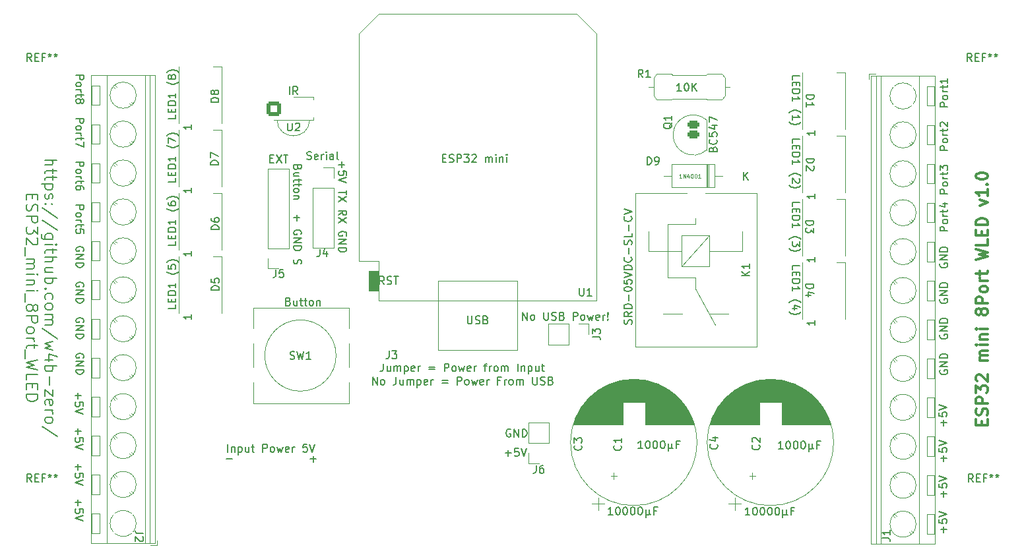
<source format=gto>
G04 #@! TF.GenerationSoftware,KiCad,Pcbnew,7.0.2-6a45011f42~172~ubuntu22.04.1*
G04 #@! TF.CreationDate,2023-05-15T00:50:54+02:00*
G04 #@! TF.ProjectId,ESP32_mini_8Port_WLED,45535033-325f-46d6-996e-695f38506f72,rev?*
G04 #@! TF.SameCoordinates,Original*
G04 #@! TF.FileFunction,Legend,Top*
G04 #@! TF.FilePolarity,Positive*
%FSLAX46Y46*%
G04 Gerber Fmt 4.6, Leading zero omitted, Abs format (unit mm)*
G04 Created by KiCad (PCBNEW 7.0.2-6a45011f42~172~ubuntu22.04.1) date 2023-05-15 00:50:54*
%MOMM*%
%LPD*%
G01*
G04 APERTURE LIST*
G04 Aperture macros list*
%AMRoundRect*
0 Rectangle with rounded corners*
0 $1 Rounding radius*
0 $2 $3 $4 $5 $6 $7 $8 $9 X,Y pos of 4 corners*
0 Add a 4 corners polygon primitive as box body*
4,1,4,$2,$3,$4,$5,$6,$7,$8,$9,$2,$3,0*
0 Add four circle primitives for the rounded corners*
1,1,$1+$1,$2,$3*
1,1,$1+$1,$4,$5*
1,1,$1+$1,$6,$7*
1,1,$1+$1,$8,$9*
0 Add four rect primitives between the rounded corners*
20,1,$1+$1,$2,$3,$4,$5,0*
20,1,$1+$1,$4,$5,$6,$7,0*
20,1,$1+$1,$6,$7,$8,$9,0*
20,1,$1+$1,$8,$9,$2,$3,0*%
G04 Aperture macros list end*
%ADD10C,0.150000*%
%ADD11C,0.125000*%
%ADD12C,0.300000*%
%ADD13C,0.187500*%
%ADD14C,0.120000*%
%ADD15C,0.100000*%
%ADD16R,1.600000X1.600000*%
%ADD17C,1.600000*%
%ADD18R,2.400000X2.400000*%
%ADD19C,2.400000*%
%ADD20R,1.500000X1.050000*%
%ADD21RoundRect,0.262500X0.487500X-0.262500X0.487500X0.262500X-0.487500X0.262500X-0.487500X-0.262500X0*%
%ADD22R,1.700000X1.700000*%
%ADD23O,1.700000X1.700000*%
%ADD24RoundRect,0.250200X-0.649800X-0.649800X0.649800X-0.649800X0.649800X0.649800X-0.649800X0.649800X0*%
%ADD25C,1.800000*%
%ADD26O,3.048000X1.850000*%
%ADD27O,1.600000X1.600000*%
%ADD28C,3.000000*%
%ADD29C,2.500000*%
%ADD30C,2.100000*%
%ADD31R,2.100000X2.100000*%
%ADD32R,2.200000X2.200000*%
%ADD33O,2.200000X2.200000*%
%ADD34R,0.900000X1.500000*%
%ADD35C,1.400000*%
%ADD36C,0.800000*%
%ADD37C,7.000000*%
%ADD38R,5.000000X10.000000*%
G04 APERTURE END LIST*
D10*
X111780000Y-81482619D02*
X111780000Y-80482619D01*
X112827618Y-81482619D02*
X112494285Y-81006428D01*
X112256190Y-81482619D02*
X112256190Y-80482619D01*
X112256190Y-80482619D02*
X112637142Y-80482619D01*
X112637142Y-80482619D02*
X112732380Y-80530238D01*
X112732380Y-80530238D02*
X112779999Y-80577857D01*
X112779999Y-80577857D02*
X112827618Y-80673095D01*
X112827618Y-80673095D02*
X112827618Y-80815952D01*
X112827618Y-80815952D02*
X112779999Y-80911190D01*
X112779999Y-80911190D02*
X112732380Y-80958809D01*
X112732380Y-80958809D02*
X112637142Y-81006428D01*
X112637142Y-81006428D02*
X112256190Y-81006428D01*
X155655000Y-110973332D02*
X155702619Y-110830475D01*
X155702619Y-110830475D02*
X155702619Y-110592380D01*
X155702619Y-110592380D02*
X155655000Y-110497142D01*
X155655000Y-110497142D02*
X155607380Y-110449523D01*
X155607380Y-110449523D02*
X155512142Y-110401904D01*
X155512142Y-110401904D02*
X155416904Y-110401904D01*
X155416904Y-110401904D02*
X155321666Y-110449523D01*
X155321666Y-110449523D02*
X155274047Y-110497142D01*
X155274047Y-110497142D02*
X155226428Y-110592380D01*
X155226428Y-110592380D02*
X155178809Y-110782856D01*
X155178809Y-110782856D02*
X155131190Y-110878094D01*
X155131190Y-110878094D02*
X155083571Y-110925713D01*
X155083571Y-110925713D02*
X154988333Y-110973332D01*
X154988333Y-110973332D02*
X154893095Y-110973332D01*
X154893095Y-110973332D02*
X154797857Y-110925713D01*
X154797857Y-110925713D02*
X154750238Y-110878094D01*
X154750238Y-110878094D02*
X154702619Y-110782856D01*
X154702619Y-110782856D02*
X154702619Y-110544761D01*
X154702619Y-110544761D02*
X154750238Y-110401904D01*
X155702619Y-109401904D02*
X155226428Y-109735237D01*
X155702619Y-109973332D02*
X154702619Y-109973332D01*
X154702619Y-109973332D02*
X154702619Y-109592380D01*
X154702619Y-109592380D02*
X154750238Y-109497142D01*
X154750238Y-109497142D02*
X154797857Y-109449523D01*
X154797857Y-109449523D02*
X154893095Y-109401904D01*
X154893095Y-109401904D02*
X155035952Y-109401904D01*
X155035952Y-109401904D02*
X155131190Y-109449523D01*
X155131190Y-109449523D02*
X155178809Y-109497142D01*
X155178809Y-109497142D02*
X155226428Y-109592380D01*
X155226428Y-109592380D02*
X155226428Y-109973332D01*
X155702619Y-108973332D02*
X154702619Y-108973332D01*
X154702619Y-108973332D02*
X154702619Y-108735237D01*
X154702619Y-108735237D02*
X154750238Y-108592380D01*
X154750238Y-108592380D02*
X154845476Y-108497142D01*
X154845476Y-108497142D02*
X154940714Y-108449523D01*
X154940714Y-108449523D02*
X155131190Y-108401904D01*
X155131190Y-108401904D02*
X155274047Y-108401904D01*
X155274047Y-108401904D02*
X155464523Y-108449523D01*
X155464523Y-108449523D02*
X155559761Y-108497142D01*
X155559761Y-108497142D02*
X155655000Y-108592380D01*
X155655000Y-108592380D02*
X155702619Y-108735237D01*
X155702619Y-108735237D02*
X155702619Y-108973332D01*
X155321666Y-107973332D02*
X155321666Y-107211428D01*
X154702619Y-106544761D02*
X154702619Y-106449523D01*
X154702619Y-106449523D02*
X154750238Y-106354285D01*
X154750238Y-106354285D02*
X154797857Y-106306666D01*
X154797857Y-106306666D02*
X154893095Y-106259047D01*
X154893095Y-106259047D02*
X155083571Y-106211428D01*
X155083571Y-106211428D02*
X155321666Y-106211428D01*
X155321666Y-106211428D02*
X155512142Y-106259047D01*
X155512142Y-106259047D02*
X155607380Y-106306666D01*
X155607380Y-106306666D02*
X155655000Y-106354285D01*
X155655000Y-106354285D02*
X155702619Y-106449523D01*
X155702619Y-106449523D02*
X155702619Y-106544761D01*
X155702619Y-106544761D02*
X155655000Y-106639999D01*
X155655000Y-106639999D02*
X155607380Y-106687618D01*
X155607380Y-106687618D02*
X155512142Y-106735237D01*
X155512142Y-106735237D02*
X155321666Y-106782856D01*
X155321666Y-106782856D02*
X155083571Y-106782856D01*
X155083571Y-106782856D02*
X154893095Y-106735237D01*
X154893095Y-106735237D02*
X154797857Y-106687618D01*
X154797857Y-106687618D02*
X154750238Y-106639999D01*
X154750238Y-106639999D02*
X154702619Y-106544761D01*
X154702619Y-105306666D02*
X154702619Y-105782856D01*
X154702619Y-105782856D02*
X155178809Y-105830475D01*
X155178809Y-105830475D02*
X155131190Y-105782856D01*
X155131190Y-105782856D02*
X155083571Y-105687618D01*
X155083571Y-105687618D02*
X155083571Y-105449523D01*
X155083571Y-105449523D02*
X155131190Y-105354285D01*
X155131190Y-105354285D02*
X155178809Y-105306666D01*
X155178809Y-105306666D02*
X155274047Y-105259047D01*
X155274047Y-105259047D02*
X155512142Y-105259047D01*
X155512142Y-105259047D02*
X155607380Y-105306666D01*
X155607380Y-105306666D02*
X155655000Y-105354285D01*
X155655000Y-105354285D02*
X155702619Y-105449523D01*
X155702619Y-105449523D02*
X155702619Y-105687618D01*
X155702619Y-105687618D02*
X155655000Y-105782856D01*
X155655000Y-105782856D02*
X155607380Y-105830475D01*
X154702619Y-104973332D02*
X155702619Y-104639999D01*
X155702619Y-104639999D02*
X154702619Y-104306666D01*
X155702619Y-103973332D02*
X154702619Y-103973332D01*
X154702619Y-103973332D02*
X154702619Y-103735237D01*
X154702619Y-103735237D02*
X154750238Y-103592380D01*
X154750238Y-103592380D02*
X154845476Y-103497142D01*
X154845476Y-103497142D02*
X154940714Y-103449523D01*
X154940714Y-103449523D02*
X155131190Y-103401904D01*
X155131190Y-103401904D02*
X155274047Y-103401904D01*
X155274047Y-103401904D02*
X155464523Y-103449523D01*
X155464523Y-103449523D02*
X155559761Y-103497142D01*
X155559761Y-103497142D02*
X155655000Y-103592380D01*
X155655000Y-103592380D02*
X155702619Y-103735237D01*
X155702619Y-103735237D02*
X155702619Y-103973332D01*
X155607380Y-102401904D02*
X155655000Y-102449523D01*
X155655000Y-102449523D02*
X155702619Y-102592380D01*
X155702619Y-102592380D02*
X155702619Y-102687618D01*
X155702619Y-102687618D02*
X155655000Y-102830475D01*
X155655000Y-102830475D02*
X155559761Y-102925713D01*
X155559761Y-102925713D02*
X155464523Y-102973332D01*
X155464523Y-102973332D02*
X155274047Y-103020951D01*
X155274047Y-103020951D02*
X155131190Y-103020951D01*
X155131190Y-103020951D02*
X154940714Y-102973332D01*
X154940714Y-102973332D02*
X154845476Y-102925713D01*
X154845476Y-102925713D02*
X154750238Y-102830475D01*
X154750238Y-102830475D02*
X154702619Y-102687618D01*
X154702619Y-102687618D02*
X154702619Y-102592380D01*
X154702619Y-102592380D02*
X154750238Y-102449523D01*
X154750238Y-102449523D02*
X154797857Y-102401904D01*
X155321666Y-101973332D02*
X155321666Y-101211428D01*
X155655000Y-100782856D02*
X155702619Y-100639999D01*
X155702619Y-100639999D02*
X155702619Y-100401904D01*
X155702619Y-100401904D02*
X155655000Y-100306666D01*
X155655000Y-100306666D02*
X155607380Y-100259047D01*
X155607380Y-100259047D02*
X155512142Y-100211428D01*
X155512142Y-100211428D02*
X155416904Y-100211428D01*
X155416904Y-100211428D02*
X155321666Y-100259047D01*
X155321666Y-100259047D02*
X155274047Y-100306666D01*
X155274047Y-100306666D02*
X155226428Y-100401904D01*
X155226428Y-100401904D02*
X155178809Y-100592380D01*
X155178809Y-100592380D02*
X155131190Y-100687618D01*
X155131190Y-100687618D02*
X155083571Y-100735237D01*
X155083571Y-100735237D02*
X154988333Y-100782856D01*
X154988333Y-100782856D02*
X154893095Y-100782856D01*
X154893095Y-100782856D02*
X154797857Y-100735237D01*
X154797857Y-100735237D02*
X154750238Y-100687618D01*
X154750238Y-100687618D02*
X154702619Y-100592380D01*
X154702619Y-100592380D02*
X154702619Y-100354285D01*
X154702619Y-100354285D02*
X154750238Y-100211428D01*
X155702619Y-99306666D02*
X155702619Y-99782856D01*
X155702619Y-99782856D02*
X154702619Y-99782856D01*
X155321666Y-98973332D02*
X155321666Y-98211428D01*
X155607380Y-97163809D02*
X155655000Y-97211428D01*
X155655000Y-97211428D02*
X155702619Y-97354285D01*
X155702619Y-97354285D02*
X155702619Y-97449523D01*
X155702619Y-97449523D02*
X155655000Y-97592380D01*
X155655000Y-97592380D02*
X155559761Y-97687618D01*
X155559761Y-97687618D02*
X155464523Y-97735237D01*
X155464523Y-97735237D02*
X155274047Y-97782856D01*
X155274047Y-97782856D02*
X155131190Y-97782856D01*
X155131190Y-97782856D02*
X154940714Y-97735237D01*
X154940714Y-97735237D02*
X154845476Y-97687618D01*
X154845476Y-97687618D02*
X154750238Y-97592380D01*
X154750238Y-97592380D02*
X154702619Y-97449523D01*
X154702619Y-97449523D02*
X154702619Y-97354285D01*
X154702619Y-97354285D02*
X154750238Y-97211428D01*
X154750238Y-97211428D02*
X154797857Y-97163809D01*
X154702619Y-96878094D02*
X155702619Y-96544761D01*
X155702619Y-96544761D02*
X154702619Y-96211428D01*
X176267380Y-103967142D02*
X176267380Y-103490952D01*
X176267380Y-103490952D02*
X177267380Y-103490952D01*
X176791190Y-104300476D02*
X176791190Y-104633809D01*
X176267380Y-104776666D02*
X176267380Y-104300476D01*
X176267380Y-104300476D02*
X177267380Y-104300476D01*
X177267380Y-104300476D02*
X177267380Y-104776666D01*
X176267380Y-105205238D02*
X177267380Y-105205238D01*
X177267380Y-105205238D02*
X177267380Y-105443333D01*
X177267380Y-105443333D02*
X177219761Y-105586190D01*
X177219761Y-105586190D02*
X177124523Y-105681428D01*
X177124523Y-105681428D02*
X177029285Y-105729047D01*
X177029285Y-105729047D02*
X176838809Y-105776666D01*
X176838809Y-105776666D02*
X176695952Y-105776666D01*
X176695952Y-105776666D02*
X176505476Y-105729047D01*
X176505476Y-105729047D02*
X176410238Y-105681428D01*
X176410238Y-105681428D02*
X176315000Y-105586190D01*
X176315000Y-105586190D02*
X176267380Y-105443333D01*
X176267380Y-105443333D02*
X176267380Y-105205238D01*
X176267380Y-106729047D02*
X176267380Y-106157619D01*
X176267380Y-106443333D02*
X177267380Y-106443333D01*
X177267380Y-106443333D02*
X177124523Y-106348095D01*
X177124523Y-106348095D02*
X177029285Y-106252857D01*
X177029285Y-106252857D02*
X176981666Y-106157619D01*
X175886428Y-108205238D02*
X175934047Y-108157619D01*
X175934047Y-108157619D02*
X176076904Y-108062381D01*
X176076904Y-108062381D02*
X176172142Y-108014762D01*
X176172142Y-108014762D02*
X176315000Y-107967143D01*
X176315000Y-107967143D02*
X176553095Y-107919524D01*
X176553095Y-107919524D02*
X176743571Y-107919524D01*
X176743571Y-107919524D02*
X176981666Y-107967143D01*
X176981666Y-107967143D02*
X177124523Y-108014762D01*
X177124523Y-108014762D02*
X177219761Y-108062381D01*
X177219761Y-108062381D02*
X177362619Y-108157619D01*
X177362619Y-108157619D02*
X177410238Y-108205238D01*
X176934047Y-109014762D02*
X176267380Y-109014762D01*
X177315000Y-108776667D02*
X176600714Y-108538572D01*
X176600714Y-108538572D02*
X176600714Y-109157619D01*
X175886428Y-109443334D02*
X175934047Y-109490953D01*
X175934047Y-109490953D02*
X176076904Y-109586191D01*
X176076904Y-109586191D02*
X176172142Y-109633810D01*
X176172142Y-109633810D02*
X176315000Y-109681429D01*
X176315000Y-109681429D02*
X176553095Y-109729048D01*
X176553095Y-109729048D02*
X176743571Y-109729048D01*
X176743571Y-109729048D02*
X176981666Y-109681429D01*
X176981666Y-109681429D02*
X177124523Y-109633810D01*
X177124523Y-109633810D02*
X177219761Y-109586191D01*
X177219761Y-109586191D02*
X177362619Y-109490953D01*
X177362619Y-109490953D02*
X177410238Y-109443334D01*
X114016809Y-89787000D02*
X114159666Y-89834619D01*
X114159666Y-89834619D02*
X114397761Y-89834619D01*
X114397761Y-89834619D02*
X114492999Y-89787000D01*
X114492999Y-89787000D02*
X114540618Y-89739380D01*
X114540618Y-89739380D02*
X114588237Y-89644142D01*
X114588237Y-89644142D02*
X114588237Y-89548904D01*
X114588237Y-89548904D02*
X114540618Y-89453666D01*
X114540618Y-89453666D02*
X114492999Y-89406047D01*
X114492999Y-89406047D02*
X114397761Y-89358428D01*
X114397761Y-89358428D02*
X114207285Y-89310809D01*
X114207285Y-89310809D02*
X114112047Y-89263190D01*
X114112047Y-89263190D02*
X114064428Y-89215571D01*
X114064428Y-89215571D02*
X114016809Y-89120333D01*
X114016809Y-89120333D02*
X114016809Y-89025095D01*
X114016809Y-89025095D02*
X114064428Y-88929857D01*
X114064428Y-88929857D02*
X114112047Y-88882238D01*
X114112047Y-88882238D02*
X114207285Y-88834619D01*
X114207285Y-88834619D02*
X114445380Y-88834619D01*
X114445380Y-88834619D02*
X114588237Y-88882238D01*
X115397761Y-89787000D02*
X115302523Y-89834619D01*
X115302523Y-89834619D02*
X115112047Y-89834619D01*
X115112047Y-89834619D02*
X115016809Y-89787000D01*
X115016809Y-89787000D02*
X114969190Y-89691761D01*
X114969190Y-89691761D02*
X114969190Y-89310809D01*
X114969190Y-89310809D02*
X115016809Y-89215571D01*
X115016809Y-89215571D02*
X115112047Y-89167952D01*
X115112047Y-89167952D02*
X115302523Y-89167952D01*
X115302523Y-89167952D02*
X115397761Y-89215571D01*
X115397761Y-89215571D02*
X115445380Y-89310809D01*
X115445380Y-89310809D02*
X115445380Y-89406047D01*
X115445380Y-89406047D02*
X114969190Y-89501285D01*
X115873952Y-89834619D02*
X115873952Y-89167952D01*
X115873952Y-89358428D02*
X115921571Y-89263190D01*
X115921571Y-89263190D02*
X115969190Y-89215571D01*
X115969190Y-89215571D02*
X116064428Y-89167952D01*
X116064428Y-89167952D02*
X116159666Y-89167952D01*
X116493000Y-89834619D02*
X116493000Y-89167952D01*
X116493000Y-88834619D02*
X116445381Y-88882238D01*
X116445381Y-88882238D02*
X116493000Y-88929857D01*
X116493000Y-88929857D02*
X116540619Y-88882238D01*
X116540619Y-88882238D02*
X116493000Y-88834619D01*
X116493000Y-88834619D02*
X116493000Y-88929857D01*
X117397761Y-89834619D02*
X117397761Y-89310809D01*
X117397761Y-89310809D02*
X117350142Y-89215571D01*
X117350142Y-89215571D02*
X117254904Y-89167952D01*
X117254904Y-89167952D02*
X117064428Y-89167952D01*
X117064428Y-89167952D02*
X116969190Y-89215571D01*
X117397761Y-89787000D02*
X117302523Y-89834619D01*
X117302523Y-89834619D02*
X117064428Y-89834619D01*
X117064428Y-89834619D02*
X116969190Y-89787000D01*
X116969190Y-89787000D02*
X116921571Y-89691761D01*
X116921571Y-89691761D02*
X116921571Y-89596523D01*
X116921571Y-89596523D02*
X116969190Y-89501285D01*
X116969190Y-89501285D02*
X117064428Y-89453666D01*
X117064428Y-89453666D02*
X117302523Y-89453666D01*
X117302523Y-89453666D02*
X117397761Y-89406047D01*
X118016809Y-89834619D02*
X117921571Y-89787000D01*
X117921571Y-89787000D02*
X117873952Y-89691761D01*
X117873952Y-89691761D02*
X117873952Y-88834619D01*
X162069523Y-81042619D02*
X161498095Y-81042619D01*
X161783809Y-81042619D02*
X161783809Y-80042619D01*
X161783809Y-80042619D02*
X161688571Y-80185476D01*
X161688571Y-80185476D02*
X161593333Y-80280714D01*
X161593333Y-80280714D02*
X161498095Y-80328333D01*
X162688571Y-80042619D02*
X162783809Y-80042619D01*
X162783809Y-80042619D02*
X162879047Y-80090238D01*
X162879047Y-80090238D02*
X162926666Y-80137857D01*
X162926666Y-80137857D02*
X162974285Y-80233095D01*
X162974285Y-80233095D02*
X163021904Y-80423571D01*
X163021904Y-80423571D02*
X163021904Y-80661666D01*
X163021904Y-80661666D02*
X162974285Y-80852142D01*
X162974285Y-80852142D02*
X162926666Y-80947380D01*
X162926666Y-80947380D02*
X162879047Y-80995000D01*
X162879047Y-80995000D02*
X162783809Y-81042619D01*
X162783809Y-81042619D02*
X162688571Y-81042619D01*
X162688571Y-81042619D02*
X162593333Y-80995000D01*
X162593333Y-80995000D02*
X162545714Y-80947380D01*
X162545714Y-80947380D02*
X162498095Y-80852142D01*
X162498095Y-80852142D02*
X162450476Y-80661666D01*
X162450476Y-80661666D02*
X162450476Y-80423571D01*
X162450476Y-80423571D02*
X162498095Y-80233095D01*
X162498095Y-80233095D02*
X162545714Y-80137857D01*
X162545714Y-80137857D02*
X162593333Y-80090238D01*
X162593333Y-80090238D02*
X162688571Y-80042619D01*
X163450476Y-81042619D02*
X163450476Y-80042619D01*
X164021904Y-81042619D02*
X163593333Y-80471190D01*
X164021904Y-80042619D02*
X163450476Y-80614047D01*
X97182619Y-100362857D02*
X97182619Y-100839047D01*
X97182619Y-100839047D02*
X96182619Y-100839047D01*
X96658809Y-100029523D02*
X96658809Y-99696190D01*
X97182619Y-99553333D02*
X97182619Y-100029523D01*
X97182619Y-100029523D02*
X96182619Y-100029523D01*
X96182619Y-100029523D02*
X96182619Y-99553333D01*
X97182619Y-99124761D02*
X96182619Y-99124761D01*
X96182619Y-99124761D02*
X96182619Y-98886666D01*
X96182619Y-98886666D02*
X96230238Y-98743809D01*
X96230238Y-98743809D02*
X96325476Y-98648571D01*
X96325476Y-98648571D02*
X96420714Y-98600952D01*
X96420714Y-98600952D02*
X96611190Y-98553333D01*
X96611190Y-98553333D02*
X96754047Y-98553333D01*
X96754047Y-98553333D02*
X96944523Y-98600952D01*
X96944523Y-98600952D02*
X97039761Y-98648571D01*
X97039761Y-98648571D02*
X97135000Y-98743809D01*
X97135000Y-98743809D02*
X97182619Y-98886666D01*
X97182619Y-98886666D02*
X97182619Y-99124761D01*
X97182619Y-97600952D02*
X97182619Y-98172380D01*
X97182619Y-97886666D02*
X96182619Y-97886666D01*
X96182619Y-97886666D02*
X96325476Y-97981904D01*
X96325476Y-97981904D02*
X96420714Y-98077142D01*
X96420714Y-98077142D02*
X96468333Y-98172380D01*
X97563571Y-96124761D02*
X97515952Y-96172380D01*
X97515952Y-96172380D02*
X97373095Y-96267618D01*
X97373095Y-96267618D02*
X97277857Y-96315237D01*
X97277857Y-96315237D02*
X97135000Y-96362856D01*
X97135000Y-96362856D02*
X96896904Y-96410475D01*
X96896904Y-96410475D02*
X96706428Y-96410475D01*
X96706428Y-96410475D02*
X96468333Y-96362856D01*
X96468333Y-96362856D02*
X96325476Y-96315237D01*
X96325476Y-96315237D02*
X96230238Y-96267618D01*
X96230238Y-96267618D02*
X96087380Y-96172380D01*
X96087380Y-96172380D02*
X96039761Y-96124761D01*
X96182619Y-95315237D02*
X96182619Y-95505713D01*
X96182619Y-95505713D02*
X96230238Y-95600951D01*
X96230238Y-95600951D02*
X96277857Y-95648570D01*
X96277857Y-95648570D02*
X96420714Y-95743808D01*
X96420714Y-95743808D02*
X96611190Y-95791427D01*
X96611190Y-95791427D02*
X96992142Y-95791427D01*
X96992142Y-95791427D02*
X97087380Y-95743808D01*
X97087380Y-95743808D02*
X97135000Y-95696189D01*
X97135000Y-95696189D02*
X97182619Y-95600951D01*
X97182619Y-95600951D02*
X97182619Y-95410475D01*
X97182619Y-95410475D02*
X97135000Y-95315237D01*
X97135000Y-95315237D02*
X97087380Y-95267618D01*
X97087380Y-95267618D02*
X96992142Y-95219999D01*
X96992142Y-95219999D02*
X96754047Y-95219999D01*
X96754047Y-95219999D02*
X96658809Y-95267618D01*
X96658809Y-95267618D02*
X96611190Y-95315237D01*
X96611190Y-95315237D02*
X96563571Y-95410475D01*
X96563571Y-95410475D02*
X96563571Y-95600951D01*
X96563571Y-95600951D02*
X96611190Y-95696189D01*
X96611190Y-95696189D02*
X96658809Y-95743808D01*
X96658809Y-95743808D02*
X96754047Y-95791427D01*
X97563571Y-94886665D02*
X97515952Y-94839046D01*
X97515952Y-94839046D02*
X97373095Y-94743808D01*
X97373095Y-94743808D02*
X97277857Y-94696189D01*
X97277857Y-94696189D02*
X97135000Y-94648570D01*
X97135000Y-94648570D02*
X96896904Y-94600951D01*
X96896904Y-94600951D02*
X96706428Y-94600951D01*
X96706428Y-94600951D02*
X96468333Y-94648570D01*
X96468333Y-94648570D02*
X96325476Y-94696189D01*
X96325476Y-94696189D02*
X96230238Y-94743808D01*
X96230238Y-94743808D02*
X96087380Y-94839046D01*
X96087380Y-94839046D02*
X96039761Y-94886665D01*
X175104761Y-127002619D02*
X174533333Y-127002619D01*
X174819047Y-127002619D02*
X174819047Y-126002619D01*
X174819047Y-126002619D02*
X174723809Y-126145476D01*
X174723809Y-126145476D02*
X174628571Y-126240714D01*
X174628571Y-126240714D02*
X174533333Y-126288333D01*
X175723809Y-126002619D02*
X175819047Y-126002619D01*
X175819047Y-126002619D02*
X175914285Y-126050238D01*
X175914285Y-126050238D02*
X175961904Y-126097857D01*
X175961904Y-126097857D02*
X176009523Y-126193095D01*
X176009523Y-126193095D02*
X176057142Y-126383571D01*
X176057142Y-126383571D02*
X176057142Y-126621666D01*
X176057142Y-126621666D02*
X176009523Y-126812142D01*
X176009523Y-126812142D02*
X175961904Y-126907380D01*
X175961904Y-126907380D02*
X175914285Y-126955000D01*
X175914285Y-126955000D02*
X175819047Y-127002619D01*
X175819047Y-127002619D02*
X175723809Y-127002619D01*
X175723809Y-127002619D02*
X175628571Y-126955000D01*
X175628571Y-126955000D02*
X175580952Y-126907380D01*
X175580952Y-126907380D02*
X175533333Y-126812142D01*
X175533333Y-126812142D02*
X175485714Y-126621666D01*
X175485714Y-126621666D02*
X175485714Y-126383571D01*
X175485714Y-126383571D02*
X175533333Y-126193095D01*
X175533333Y-126193095D02*
X175580952Y-126097857D01*
X175580952Y-126097857D02*
X175628571Y-126050238D01*
X175628571Y-126050238D02*
X175723809Y-126002619D01*
X176676190Y-126002619D02*
X176771428Y-126002619D01*
X176771428Y-126002619D02*
X176866666Y-126050238D01*
X176866666Y-126050238D02*
X176914285Y-126097857D01*
X176914285Y-126097857D02*
X176961904Y-126193095D01*
X176961904Y-126193095D02*
X177009523Y-126383571D01*
X177009523Y-126383571D02*
X177009523Y-126621666D01*
X177009523Y-126621666D02*
X176961904Y-126812142D01*
X176961904Y-126812142D02*
X176914285Y-126907380D01*
X176914285Y-126907380D02*
X176866666Y-126955000D01*
X176866666Y-126955000D02*
X176771428Y-127002619D01*
X176771428Y-127002619D02*
X176676190Y-127002619D01*
X176676190Y-127002619D02*
X176580952Y-126955000D01*
X176580952Y-126955000D02*
X176533333Y-126907380D01*
X176533333Y-126907380D02*
X176485714Y-126812142D01*
X176485714Y-126812142D02*
X176438095Y-126621666D01*
X176438095Y-126621666D02*
X176438095Y-126383571D01*
X176438095Y-126383571D02*
X176485714Y-126193095D01*
X176485714Y-126193095D02*
X176533333Y-126097857D01*
X176533333Y-126097857D02*
X176580952Y-126050238D01*
X176580952Y-126050238D02*
X176676190Y-126002619D01*
X177628571Y-126002619D02*
X177723809Y-126002619D01*
X177723809Y-126002619D02*
X177819047Y-126050238D01*
X177819047Y-126050238D02*
X177866666Y-126097857D01*
X177866666Y-126097857D02*
X177914285Y-126193095D01*
X177914285Y-126193095D02*
X177961904Y-126383571D01*
X177961904Y-126383571D02*
X177961904Y-126621666D01*
X177961904Y-126621666D02*
X177914285Y-126812142D01*
X177914285Y-126812142D02*
X177866666Y-126907380D01*
X177866666Y-126907380D02*
X177819047Y-126955000D01*
X177819047Y-126955000D02*
X177723809Y-127002619D01*
X177723809Y-127002619D02*
X177628571Y-127002619D01*
X177628571Y-127002619D02*
X177533333Y-126955000D01*
X177533333Y-126955000D02*
X177485714Y-126907380D01*
X177485714Y-126907380D02*
X177438095Y-126812142D01*
X177438095Y-126812142D02*
X177390476Y-126621666D01*
X177390476Y-126621666D02*
X177390476Y-126383571D01*
X177390476Y-126383571D02*
X177438095Y-126193095D01*
X177438095Y-126193095D02*
X177485714Y-126097857D01*
X177485714Y-126097857D02*
X177533333Y-126050238D01*
X177533333Y-126050238D02*
X177628571Y-126002619D01*
X178390476Y-126335952D02*
X178390476Y-127335952D01*
X178866666Y-126859761D02*
X178914285Y-126955000D01*
X178914285Y-126955000D02*
X179009523Y-127002619D01*
X178390476Y-126859761D02*
X178438095Y-126955000D01*
X178438095Y-126955000D02*
X178533333Y-127002619D01*
X178533333Y-127002619D02*
X178723809Y-127002619D01*
X178723809Y-127002619D02*
X178819047Y-126955000D01*
X178819047Y-126955000D02*
X178866666Y-126859761D01*
X178866666Y-126859761D02*
X178866666Y-126335952D01*
X179771428Y-126478809D02*
X179438095Y-126478809D01*
X179438095Y-127002619D02*
X179438095Y-126002619D01*
X179438095Y-126002619D02*
X179914285Y-126002619D01*
X157084761Y-126972619D02*
X156513333Y-126972619D01*
X156799047Y-126972619D02*
X156799047Y-125972619D01*
X156799047Y-125972619D02*
X156703809Y-126115476D01*
X156703809Y-126115476D02*
X156608571Y-126210714D01*
X156608571Y-126210714D02*
X156513333Y-126258333D01*
X157703809Y-125972619D02*
X157799047Y-125972619D01*
X157799047Y-125972619D02*
X157894285Y-126020238D01*
X157894285Y-126020238D02*
X157941904Y-126067857D01*
X157941904Y-126067857D02*
X157989523Y-126163095D01*
X157989523Y-126163095D02*
X158037142Y-126353571D01*
X158037142Y-126353571D02*
X158037142Y-126591666D01*
X158037142Y-126591666D02*
X157989523Y-126782142D01*
X157989523Y-126782142D02*
X157941904Y-126877380D01*
X157941904Y-126877380D02*
X157894285Y-126925000D01*
X157894285Y-126925000D02*
X157799047Y-126972619D01*
X157799047Y-126972619D02*
X157703809Y-126972619D01*
X157703809Y-126972619D02*
X157608571Y-126925000D01*
X157608571Y-126925000D02*
X157560952Y-126877380D01*
X157560952Y-126877380D02*
X157513333Y-126782142D01*
X157513333Y-126782142D02*
X157465714Y-126591666D01*
X157465714Y-126591666D02*
X157465714Y-126353571D01*
X157465714Y-126353571D02*
X157513333Y-126163095D01*
X157513333Y-126163095D02*
X157560952Y-126067857D01*
X157560952Y-126067857D02*
X157608571Y-126020238D01*
X157608571Y-126020238D02*
X157703809Y-125972619D01*
X158656190Y-125972619D02*
X158751428Y-125972619D01*
X158751428Y-125972619D02*
X158846666Y-126020238D01*
X158846666Y-126020238D02*
X158894285Y-126067857D01*
X158894285Y-126067857D02*
X158941904Y-126163095D01*
X158941904Y-126163095D02*
X158989523Y-126353571D01*
X158989523Y-126353571D02*
X158989523Y-126591666D01*
X158989523Y-126591666D02*
X158941904Y-126782142D01*
X158941904Y-126782142D02*
X158894285Y-126877380D01*
X158894285Y-126877380D02*
X158846666Y-126925000D01*
X158846666Y-126925000D02*
X158751428Y-126972619D01*
X158751428Y-126972619D02*
X158656190Y-126972619D01*
X158656190Y-126972619D02*
X158560952Y-126925000D01*
X158560952Y-126925000D02*
X158513333Y-126877380D01*
X158513333Y-126877380D02*
X158465714Y-126782142D01*
X158465714Y-126782142D02*
X158418095Y-126591666D01*
X158418095Y-126591666D02*
X158418095Y-126353571D01*
X158418095Y-126353571D02*
X158465714Y-126163095D01*
X158465714Y-126163095D02*
X158513333Y-126067857D01*
X158513333Y-126067857D02*
X158560952Y-126020238D01*
X158560952Y-126020238D02*
X158656190Y-125972619D01*
X159608571Y-125972619D02*
X159703809Y-125972619D01*
X159703809Y-125972619D02*
X159799047Y-126020238D01*
X159799047Y-126020238D02*
X159846666Y-126067857D01*
X159846666Y-126067857D02*
X159894285Y-126163095D01*
X159894285Y-126163095D02*
X159941904Y-126353571D01*
X159941904Y-126353571D02*
X159941904Y-126591666D01*
X159941904Y-126591666D02*
X159894285Y-126782142D01*
X159894285Y-126782142D02*
X159846666Y-126877380D01*
X159846666Y-126877380D02*
X159799047Y-126925000D01*
X159799047Y-126925000D02*
X159703809Y-126972619D01*
X159703809Y-126972619D02*
X159608571Y-126972619D01*
X159608571Y-126972619D02*
X159513333Y-126925000D01*
X159513333Y-126925000D02*
X159465714Y-126877380D01*
X159465714Y-126877380D02*
X159418095Y-126782142D01*
X159418095Y-126782142D02*
X159370476Y-126591666D01*
X159370476Y-126591666D02*
X159370476Y-126353571D01*
X159370476Y-126353571D02*
X159418095Y-126163095D01*
X159418095Y-126163095D02*
X159465714Y-126067857D01*
X159465714Y-126067857D02*
X159513333Y-126020238D01*
X159513333Y-126020238D02*
X159608571Y-125972619D01*
X160370476Y-126305952D02*
X160370476Y-127305952D01*
X160846666Y-126829761D02*
X160894285Y-126925000D01*
X160894285Y-126925000D02*
X160989523Y-126972619D01*
X160370476Y-126829761D02*
X160418095Y-126925000D01*
X160418095Y-126925000D02*
X160513333Y-126972619D01*
X160513333Y-126972619D02*
X160703809Y-126972619D01*
X160703809Y-126972619D02*
X160799047Y-126925000D01*
X160799047Y-126925000D02*
X160846666Y-126829761D01*
X160846666Y-126829761D02*
X160846666Y-126305952D01*
X161751428Y-126448809D02*
X161418095Y-126448809D01*
X161418095Y-126972619D02*
X161418095Y-125972619D01*
X161418095Y-125972619D02*
X161894285Y-125972619D01*
X139454286Y-127551666D02*
X140216191Y-127551666D01*
X139835238Y-127932619D02*
X139835238Y-127170714D01*
X141168571Y-126932619D02*
X140692381Y-126932619D01*
X140692381Y-126932619D02*
X140644762Y-127408809D01*
X140644762Y-127408809D02*
X140692381Y-127361190D01*
X140692381Y-127361190D02*
X140787619Y-127313571D01*
X140787619Y-127313571D02*
X141025714Y-127313571D01*
X141025714Y-127313571D02*
X141120952Y-127361190D01*
X141120952Y-127361190D02*
X141168571Y-127408809D01*
X141168571Y-127408809D02*
X141216190Y-127504047D01*
X141216190Y-127504047D02*
X141216190Y-127742142D01*
X141216190Y-127742142D02*
X141168571Y-127837380D01*
X141168571Y-127837380D02*
X141120952Y-127885000D01*
X141120952Y-127885000D02*
X141025714Y-127932619D01*
X141025714Y-127932619D02*
X140787619Y-127932619D01*
X140787619Y-127932619D02*
X140692381Y-127885000D01*
X140692381Y-127885000D02*
X140644762Y-127837380D01*
X141501905Y-126932619D02*
X141835238Y-127932619D01*
X141835238Y-127932619D02*
X142168571Y-126932619D01*
X97182619Y-108490857D02*
X97182619Y-108967047D01*
X97182619Y-108967047D02*
X96182619Y-108967047D01*
X96658809Y-108157523D02*
X96658809Y-107824190D01*
X97182619Y-107681333D02*
X97182619Y-108157523D01*
X97182619Y-108157523D02*
X96182619Y-108157523D01*
X96182619Y-108157523D02*
X96182619Y-107681333D01*
X97182619Y-107252761D02*
X96182619Y-107252761D01*
X96182619Y-107252761D02*
X96182619Y-107014666D01*
X96182619Y-107014666D02*
X96230238Y-106871809D01*
X96230238Y-106871809D02*
X96325476Y-106776571D01*
X96325476Y-106776571D02*
X96420714Y-106728952D01*
X96420714Y-106728952D02*
X96611190Y-106681333D01*
X96611190Y-106681333D02*
X96754047Y-106681333D01*
X96754047Y-106681333D02*
X96944523Y-106728952D01*
X96944523Y-106728952D02*
X97039761Y-106776571D01*
X97039761Y-106776571D02*
X97135000Y-106871809D01*
X97135000Y-106871809D02*
X97182619Y-107014666D01*
X97182619Y-107014666D02*
X97182619Y-107252761D01*
X97182619Y-105728952D02*
X97182619Y-106300380D01*
X97182619Y-106014666D02*
X96182619Y-106014666D01*
X96182619Y-106014666D02*
X96325476Y-106109904D01*
X96325476Y-106109904D02*
X96420714Y-106205142D01*
X96420714Y-106205142D02*
X96468333Y-106300380D01*
X97563571Y-104252761D02*
X97515952Y-104300380D01*
X97515952Y-104300380D02*
X97373095Y-104395618D01*
X97373095Y-104395618D02*
X97277857Y-104443237D01*
X97277857Y-104443237D02*
X97135000Y-104490856D01*
X97135000Y-104490856D02*
X96896904Y-104538475D01*
X96896904Y-104538475D02*
X96706428Y-104538475D01*
X96706428Y-104538475D02*
X96468333Y-104490856D01*
X96468333Y-104490856D02*
X96325476Y-104443237D01*
X96325476Y-104443237D02*
X96230238Y-104395618D01*
X96230238Y-104395618D02*
X96087380Y-104300380D01*
X96087380Y-104300380D02*
X96039761Y-104252761D01*
X96182619Y-103395618D02*
X96182619Y-103871808D01*
X96182619Y-103871808D02*
X96658809Y-103919427D01*
X96658809Y-103919427D02*
X96611190Y-103871808D01*
X96611190Y-103871808D02*
X96563571Y-103776570D01*
X96563571Y-103776570D02*
X96563571Y-103538475D01*
X96563571Y-103538475D02*
X96611190Y-103443237D01*
X96611190Y-103443237D02*
X96658809Y-103395618D01*
X96658809Y-103395618D02*
X96754047Y-103347999D01*
X96754047Y-103347999D02*
X96992142Y-103347999D01*
X96992142Y-103347999D02*
X97087380Y-103395618D01*
X97087380Y-103395618D02*
X97135000Y-103443237D01*
X97135000Y-103443237D02*
X97182619Y-103538475D01*
X97182619Y-103538475D02*
X97182619Y-103776570D01*
X97182619Y-103776570D02*
X97135000Y-103871808D01*
X97135000Y-103871808D02*
X97087380Y-103919427D01*
X97563571Y-103014665D02*
X97515952Y-102967046D01*
X97515952Y-102967046D02*
X97373095Y-102871808D01*
X97373095Y-102871808D02*
X97277857Y-102824189D01*
X97277857Y-102824189D02*
X97135000Y-102776570D01*
X97135000Y-102776570D02*
X96896904Y-102728951D01*
X96896904Y-102728951D02*
X96706428Y-102728951D01*
X96706428Y-102728951D02*
X96468333Y-102776570D01*
X96468333Y-102776570D02*
X96325476Y-102824189D01*
X96325476Y-102824189D02*
X96230238Y-102871808D01*
X96230238Y-102871808D02*
X96087380Y-102967046D01*
X96087380Y-102967046D02*
X96039761Y-103014665D01*
X131410953Y-89668809D02*
X131744286Y-89668809D01*
X131887143Y-90192619D02*
X131410953Y-90192619D01*
X131410953Y-90192619D02*
X131410953Y-89192619D01*
X131410953Y-89192619D02*
X131887143Y-89192619D01*
X132268096Y-90145000D02*
X132410953Y-90192619D01*
X132410953Y-90192619D02*
X132649048Y-90192619D01*
X132649048Y-90192619D02*
X132744286Y-90145000D01*
X132744286Y-90145000D02*
X132791905Y-90097380D01*
X132791905Y-90097380D02*
X132839524Y-90002142D01*
X132839524Y-90002142D02*
X132839524Y-89906904D01*
X132839524Y-89906904D02*
X132791905Y-89811666D01*
X132791905Y-89811666D02*
X132744286Y-89764047D01*
X132744286Y-89764047D02*
X132649048Y-89716428D01*
X132649048Y-89716428D02*
X132458572Y-89668809D01*
X132458572Y-89668809D02*
X132363334Y-89621190D01*
X132363334Y-89621190D02*
X132315715Y-89573571D01*
X132315715Y-89573571D02*
X132268096Y-89478333D01*
X132268096Y-89478333D02*
X132268096Y-89383095D01*
X132268096Y-89383095D02*
X132315715Y-89287857D01*
X132315715Y-89287857D02*
X132363334Y-89240238D01*
X132363334Y-89240238D02*
X132458572Y-89192619D01*
X132458572Y-89192619D02*
X132696667Y-89192619D01*
X132696667Y-89192619D02*
X132839524Y-89240238D01*
X133268096Y-90192619D02*
X133268096Y-89192619D01*
X133268096Y-89192619D02*
X133649048Y-89192619D01*
X133649048Y-89192619D02*
X133744286Y-89240238D01*
X133744286Y-89240238D02*
X133791905Y-89287857D01*
X133791905Y-89287857D02*
X133839524Y-89383095D01*
X133839524Y-89383095D02*
X133839524Y-89525952D01*
X133839524Y-89525952D02*
X133791905Y-89621190D01*
X133791905Y-89621190D02*
X133744286Y-89668809D01*
X133744286Y-89668809D02*
X133649048Y-89716428D01*
X133649048Y-89716428D02*
X133268096Y-89716428D01*
X134172858Y-89192619D02*
X134791905Y-89192619D01*
X134791905Y-89192619D02*
X134458572Y-89573571D01*
X134458572Y-89573571D02*
X134601429Y-89573571D01*
X134601429Y-89573571D02*
X134696667Y-89621190D01*
X134696667Y-89621190D02*
X134744286Y-89668809D01*
X134744286Y-89668809D02*
X134791905Y-89764047D01*
X134791905Y-89764047D02*
X134791905Y-90002142D01*
X134791905Y-90002142D02*
X134744286Y-90097380D01*
X134744286Y-90097380D02*
X134696667Y-90145000D01*
X134696667Y-90145000D02*
X134601429Y-90192619D01*
X134601429Y-90192619D02*
X134315715Y-90192619D01*
X134315715Y-90192619D02*
X134220477Y-90145000D01*
X134220477Y-90145000D02*
X134172858Y-90097380D01*
X135172858Y-89287857D02*
X135220477Y-89240238D01*
X135220477Y-89240238D02*
X135315715Y-89192619D01*
X135315715Y-89192619D02*
X135553810Y-89192619D01*
X135553810Y-89192619D02*
X135649048Y-89240238D01*
X135649048Y-89240238D02*
X135696667Y-89287857D01*
X135696667Y-89287857D02*
X135744286Y-89383095D01*
X135744286Y-89383095D02*
X135744286Y-89478333D01*
X135744286Y-89478333D02*
X135696667Y-89621190D01*
X135696667Y-89621190D02*
X135125239Y-90192619D01*
X135125239Y-90192619D02*
X135744286Y-90192619D01*
X136934763Y-90192619D02*
X136934763Y-89525952D01*
X136934763Y-89621190D02*
X136982382Y-89573571D01*
X136982382Y-89573571D02*
X137077620Y-89525952D01*
X137077620Y-89525952D02*
X137220477Y-89525952D01*
X137220477Y-89525952D02*
X137315715Y-89573571D01*
X137315715Y-89573571D02*
X137363334Y-89668809D01*
X137363334Y-89668809D02*
X137363334Y-90192619D01*
X137363334Y-89668809D02*
X137410953Y-89573571D01*
X137410953Y-89573571D02*
X137506191Y-89525952D01*
X137506191Y-89525952D02*
X137649048Y-89525952D01*
X137649048Y-89525952D02*
X137744287Y-89573571D01*
X137744287Y-89573571D02*
X137791906Y-89668809D01*
X137791906Y-89668809D02*
X137791906Y-90192619D01*
X138268096Y-90192619D02*
X138268096Y-89525952D01*
X138268096Y-89192619D02*
X138220477Y-89240238D01*
X138220477Y-89240238D02*
X138268096Y-89287857D01*
X138268096Y-89287857D02*
X138315715Y-89240238D01*
X138315715Y-89240238D02*
X138268096Y-89192619D01*
X138268096Y-89192619D02*
X138268096Y-89287857D01*
X138744286Y-89525952D02*
X138744286Y-90192619D01*
X138744286Y-89621190D02*
X138791905Y-89573571D01*
X138791905Y-89573571D02*
X138887143Y-89525952D01*
X138887143Y-89525952D02*
X139030000Y-89525952D01*
X139030000Y-89525952D02*
X139125238Y-89573571D01*
X139125238Y-89573571D02*
X139172857Y-89668809D01*
X139172857Y-89668809D02*
X139172857Y-90192619D01*
X139649048Y-90192619D02*
X139649048Y-89525952D01*
X139649048Y-89192619D02*
X139601429Y-89240238D01*
X139601429Y-89240238D02*
X139649048Y-89287857D01*
X139649048Y-89287857D02*
X139696667Y-89240238D01*
X139696667Y-89240238D02*
X139649048Y-89192619D01*
X139649048Y-89192619D02*
X139649048Y-89287857D01*
X166108809Y-88517142D02*
X166156428Y-88374285D01*
X166156428Y-88374285D02*
X166204047Y-88326666D01*
X166204047Y-88326666D02*
X166299285Y-88279047D01*
X166299285Y-88279047D02*
X166442142Y-88279047D01*
X166442142Y-88279047D02*
X166537380Y-88326666D01*
X166537380Y-88326666D02*
X166585000Y-88374285D01*
X166585000Y-88374285D02*
X166632619Y-88469523D01*
X166632619Y-88469523D02*
X166632619Y-88850475D01*
X166632619Y-88850475D02*
X165632619Y-88850475D01*
X165632619Y-88850475D02*
X165632619Y-88517142D01*
X165632619Y-88517142D02*
X165680238Y-88421904D01*
X165680238Y-88421904D02*
X165727857Y-88374285D01*
X165727857Y-88374285D02*
X165823095Y-88326666D01*
X165823095Y-88326666D02*
X165918333Y-88326666D01*
X165918333Y-88326666D02*
X166013571Y-88374285D01*
X166013571Y-88374285D02*
X166061190Y-88421904D01*
X166061190Y-88421904D02*
X166108809Y-88517142D01*
X166108809Y-88517142D02*
X166108809Y-88850475D01*
X166537380Y-87279047D02*
X166585000Y-87326666D01*
X166585000Y-87326666D02*
X166632619Y-87469523D01*
X166632619Y-87469523D02*
X166632619Y-87564761D01*
X166632619Y-87564761D02*
X166585000Y-87707618D01*
X166585000Y-87707618D02*
X166489761Y-87802856D01*
X166489761Y-87802856D02*
X166394523Y-87850475D01*
X166394523Y-87850475D02*
X166204047Y-87898094D01*
X166204047Y-87898094D02*
X166061190Y-87898094D01*
X166061190Y-87898094D02*
X165870714Y-87850475D01*
X165870714Y-87850475D02*
X165775476Y-87802856D01*
X165775476Y-87802856D02*
X165680238Y-87707618D01*
X165680238Y-87707618D02*
X165632619Y-87564761D01*
X165632619Y-87564761D02*
X165632619Y-87469523D01*
X165632619Y-87469523D02*
X165680238Y-87326666D01*
X165680238Y-87326666D02*
X165727857Y-87279047D01*
X165632619Y-86374285D02*
X165632619Y-86850475D01*
X165632619Y-86850475D02*
X166108809Y-86898094D01*
X166108809Y-86898094D02*
X166061190Y-86850475D01*
X166061190Y-86850475D02*
X166013571Y-86755237D01*
X166013571Y-86755237D02*
X166013571Y-86517142D01*
X166013571Y-86517142D02*
X166061190Y-86421904D01*
X166061190Y-86421904D02*
X166108809Y-86374285D01*
X166108809Y-86374285D02*
X166204047Y-86326666D01*
X166204047Y-86326666D02*
X166442142Y-86326666D01*
X166442142Y-86326666D02*
X166537380Y-86374285D01*
X166537380Y-86374285D02*
X166585000Y-86421904D01*
X166585000Y-86421904D02*
X166632619Y-86517142D01*
X166632619Y-86517142D02*
X166632619Y-86755237D01*
X166632619Y-86755237D02*
X166585000Y-86850475D01*
X166585000Y-86850475D02*
X166537380Y-86898094D01*
X165965952Y-85469523D02*
X166632619Y-85469523D01*
X165585000Y-85707618D02*
X166299285Y-85945713D01*
X166299285Y-85945713D02*
X166299285Y-85326666D01*
X165632619Y-85040951D02*
X165632619Y-84374285D01*
X165632619Y-84374285D02*
X166632619Y-84802856D01*
D11*
X162088572Y-92211309D02*
X161802858Y-92211309D01*
X161945715Y-92211309D02*
X161945715Y-91711309D01*
X161945715Y-91711309D02*
X161898096Y-91782738D01*
X161898096Y-91782738D02*
X161850477Y-91830357D01*
X161850477Y-91830357D02*
X161802858Y-91854166D01*
X162302857Y-92211309D02*
X162302857Y-91711309D01*
X162302857Y-91711309D02*
X162588571Y-92211309D01*
X162588571Y-92211309D02*
X162588571Y-91711309D01*
X163040953Y-91877976D02*
X163040953Y-92211309D01*
X162921905Y-91687500D02*
X162802858Y-92044642D01*
X162802858Y-92044642D02*
X163112381Y-92044642D01*
X163398095Y-91711309D02*
X163445714Y-91711309D01*
X163445714Y-91711309D02*
X163493333Y-91735119D01*
X163493333Y-91735119D02*
X163517143Y-91758928D01*
X163517143Y-91758928D02*
X163540952Y-91806547D01*
X163540952Y-91806547D02*
X163564762Y-91901785D01*
X163564762Y-91901785D02*
X163564762Y-92020833D01*
X163564762Y-92020833D02*
X163540952Y-92116071D01*
X163540952Y-92116071D02*
X163517143Y-92163690D01*
X163517143Y-92163690D02*
X163493333Y-92187500D01*
X163493333Y-92187500D02*
X163445714Y-92211309D01*
X163445714Y-92211309D02*
X163398095Y-92211309D01*
X163398095Y-92211309D02*
X163350476Y-92187500D01*
X163350476Y-92187500D02*
X163326667Y-92163690D01*
X163326667Y-92163690D02*
X163302857Y-92116071D01*
X163302857Y-92116071D02*
X163279048Y-92020833D01*
X163279048Y-92020833D02*
X163279048Y-91901785D01*
X163279048Y-91901785D02*
X163302857Y-91806547D01*
X163302857Y-91806547D02*
X163326667Y-91758928D01*
X163326667Y-91758928D02*
X163350476Y-91735119D01*
X163350476Y-91735119D02*
X163398095Y-91711309D01*
X163874285Y-91711309D02*
X163921904Y-91711309D01*
X163921904Y-91711309D02*
X163969523Y-91735119D01*
X163969523Y-91735119D02*
X163993333Y-91758928D01*
X163993333Y-91758928D02*
X164017142Y-91806547D01*
X164017142Y-91806547D02*
X164040952Y-91901785D01*
X164040952Y-91901785D02*
X164040952Y-92020833D01*
X164040952Y-92020833D02*
X164017142Y-92116071D01*
X164017142Y-92116071D02*
X163993333Y-92163690D01*
X163993333Y-92163690D02*
X163969523Y-92187500D01*
X163969523Y-92187500D02*
X163921904Y-92211309D01*
X163921904Y-92211309D02*
X163874285Y-92211309D01*
X163874285Y-92211309D02*
X163826666Y-92187500D01*
X163826666Y-92187500D02*
X163802857Y-92163690D01*
X163802857Y-92163690D02*
X163779047Y-92116071D01*
X163779047Y-92116071D02*
X163755238Y-92020833D01*
X163755238Y-92020833D02*
X163755238Y-91901785D01*
X163755238Y-91901785D02*
X163779047Y-91806547D01*
X163779047Y-91806547D02*
X163802857Y-91758928D01*
X163802857Y-91758928D02*
X163826666Y-91735119D01*
X163826666Y-91735119D02*
X163874285Y-91711309D01*
X164517142Y-92211309D02*
X164231428Y-92211309D01*
X164374285Y-92211309D02*
X164374285Y-91711309D01*
X164374285Y-91711309D02*
X164326666Y-91782738D01*
X164326666Y-91782738D02*
X164279047Y-91830357D01*
X164279047Y-91830357D02*
X164231428Y-91854166D01*
D10*
X176267380Y-87711142D02*
X176267380Y-87234952D01*
X176267380Y-87234952D02*
X177267380Y-87234952D01*
X176791190Y-88044476D02*
X176791190Y-88377809D01*
X176267380Y-88520666D02*
X176267380Y-88044476D01*
X176267380Y-88044476D02*
X177267380Y-88044476D01*
X177267380Y-88044476D02*
X177267380Y-88520666D01*
X176267380Y-88949238D02*
X177267380Y-88949238D01*
X177267380Y-88949238D02*
X177267380Y-89187333D01*
X177267380Y-89187333D02*
X177219761Y-89330190D01*
X177219761Y-89330190D02*
X177124523Y-89425428D01*
X177124523Y-89425428D02*
X177029285Y-89473047D01*
X177029285Y-89473047D02*
X176838809Y-89520666D01*
X176838809Y-89520666D02*
X176695952Y-89520666D01*
X176695952Y-89520666D02*
X176505476Y-89473047D01*
X176505476Y-89473047D02*
X176410238Y-89425428D01*
X176410238Y-89425428D02*
X176315000Y-89330190D01*
X176315000Y-89330190D02*
X176267380Y-89187333D01*
X176267380Y-89187333D02*
X176267380Y-88949238D01*
X176267380Y-90473047D02*
X176267380Y-89901619D01*
X176267380Y-90187333D02*
X177267380Y-90187333D01*
X177267380Y-90187333D02*
X177124523Y-90092095D01*
X177124523Y-90092095D02*
X177029285Y-89996857D01*
X177029285Y-89996857D02*
X176981666Y-89901619D01*
X175886428Y-91949238D02*
X175934047Y-91901619D01*
X175934047Y-91901619D02*
X176076904Y-91806381D01*
X176076904Y-91806381D02*
X176172142Y-91758762D01*
X176172142Y-91758762D02*
X176315000Y-91711143D01*
X176315000Y-91711143D02*
X176553095Y-91663524D01*
X176553095Y-91663524D02*
X176743571Y-91663524D01*
X176743571Y-91663524D02*
X176981666Y-91711143D01*
X176981666Y-91711143D02*
X177124523Y-91758762D01*
X177124523Y-91758762D02*
X177219761Y-91806381D01*
X177219761Y-91806381D02*
X177362619Y-91901619D01*
X177362619Y-91901619D02*
X177410238Y-91949238D01*
X177172142Y-92282572D02*
X177219761Y-92330191D01*
X177219761Y-92330191D02*
X177267380Y-92425429D01*
X177267380Y-92425429D02*
X177267380Y-92663524D01*
X177267380Y-92663524D02*
X177219761Y-92758762D01*
X177219761Y-92758762D02*
X177172142Y-92806381D01*
X177172142Y-92806381D02*
X177076904Y-92854000D01*
X177076904Y-92854000D02*
X176981666Y-92854000D01*
X176981666Y-92854000D02*
X176838809Y-92806381D01*
X176838809Y-92806381D02*
X176267380Y-92234953D01*
X176267380Y-92234953D02*
X176267380Y-92854000D01*
X175886428Y-93187334D02*
X175934047Y-93234953D01*
X175934047Y-93234953D02*
X176076904Y-93330191D01*
X176076904Y-93330191D02*
X176172142Y-93377810D01*
X176172142Y-93377810D02*
X176315000Y-93425429D01*
X176315000Y-93425429D02*
X176553095Y-93473048D01*
X176553095Y-93473048D02*
X176743571Y-93473048D01*
X176743571Y-93473048D02*
X176981666Y-93425429D01*
X176981666Y-93425429D02*
X177124523Y-93377810D01*
X177124523Y-93377810D02*
X177219761Y-93330191D01*
X177219761Y-93330191D02*
X177362619Y-93234953D01*
X177362619Y-93234953D02*
X177410238Y-93187334D01*
X84644333Y-119803142D02*
X84644333Y-120565047D01*
X84263380Y-120184094D02*
X85025285Y-120184094D01*
X85263380Y-121517427D02*
X85263380Y-121041237D01*
X85263380Y-121041237D02*
X84787190Y-120993618D01*
X84787190Y-120993618D02*
X84834809Y-121041237D01*
X84834809Y-121041237D02*
X84882428Y-121136475D01*
X84882428Y-121136475D02*
X84882428Y-121374570D01*
X84882428Y-121374570D02*
X84834809Y-121469808D01*
X84834809Y-121469808D02*
X84787190Y-121517427D01*
X84787190Y-121517427D02*
X84691952Y-121565046D01*
X84691952Y-121565046D02*
X84453857Y-121565046D01*
X84453857Y-121565046D02*
X84358619Y-121517427D01*
X84358619Y-121517427D02*
X84311000Y-121469808D01*
X84311000Y-121469808D02*
X84263380Y-121374570D01*
X84263380Y-121374570D02*
X84263380Y-121136475D01*
X84263380Y-121136475D02*
X84311000Y-121041237D01*
X84311000Y-121041237D02*
X84358619Y-120993618D01*
X85263380Y-121850761D02*
X84263380Y-122184094D01*
X84263380Y-122184094D02*
X85263380Y-122517427D01*
X84644333Y-124374571D02*
X84644333Y-125136476D01*
X84263380Y-124755523D02*
X85025285Y-124755523D01*
X85263380Y-126088856D02*
X85263380Y-125612666D01*
X85263380Y-125612666D02*
X84787190Y-125565047D01*
X84787190Y-125565047D02*
X84834809Y-125612666D01*
X84834809Y-125612666D02*
X84882428Y-125707904D01*
X84882428Y-125707904D02*
X84882428Y-125945999D01*
X84882428Y-125945999D02*
X84834809Y-126041237D01*
X84834809Y-126041237D02*
X84787190Y-126088856D01*
X84787190Y-126088856D02*
X84691952Y-126136475D01*
X84691952Y-126136475D02*
X84453857Y-126136475D01*
X84453857Y-126136475D02*
X84358619Y-126088856D01*
X84358619Y-126088856D02*
X84311000Y-126041237D01*
X84311000Y-126041237D02*
X84263380Y-125945999D01*
X84263380Y-125945999D02*
X84263380Y-125707904D01*
X84263380Y-125707904D02*
X84311000Y-125612666D01*
X84311000Y-125612666D02*
X84358619Y-125565047D01*
X85263380Y-126422190D02*
X84263380Y-126755523D01*
X84263380Y-126755523D02*
X85263380Y-127088856D01*
X84644333Y-128946000D02*
X84644333Y-129707905D01*
X84263380Y-129326952D02*
X85025285Y-129326952D01*
X85263380Y-130660285D02*
X85263380Y-130184095D01*
X85263380Y-130184095D02*
X84787190Y-130136476D01*
X84787190Y-130136476D02*
X84834809Y-130184095D01*
X84834809Y-130184095D02*
X84882428Y-130279333D01*
X84882428Y-130279333D02*
X84882428Y-130517428D01*
X84882428Y-130517428D02*
X84834809Y-130612666D01*
X84834809Y-130612666D02*
X84787190Y-130660285D01*
X84787190Y-130660285D02*
X84691952Y-130707904D01*
X84691952Y-130707904D02*
X84453857Y-130707904D01*
X84453857Y-130707904D02*
X84358619Y-130660285D01*
X84358619Y-130660285D02*
X84311000Y-130612666D01*
X84311000Y-130612666D02*
X84263380Y-130517428D01*
X84263380Y-130517428D02*
X84263380Y-130279333D01*
X84263380Y-130279333D02*
X84311000Y-130184095D01*
X84311000Y-130184095D02*
X84358619Y-130136476D01*
X85263380Y-130993619D02*
X84263380Y-131326952D01*
X84263380Y-131326952D02*
X85263380Y-131660285D01*
X84644333Y-133517429D02*
X84644333Y-134279334D01*
X84263380Y-133898381D02*
X85025285Y-133898381D01*
X85263380Y-135231714D02*
X85263380Y-134755524D01*
X85263380Y-134755524D02*
X84787190Y-134707905D01*
X84787190Y-134707905D02*
X84834809Y-134755524D01*
X84834809Y-134755524D02*
X84882428Y-134850762D01*
X84882428Y-134850762D02*
X84882428Y-135088857D01*
X84882428Y-135088857D02*
X84834809Y-135184095D01*
X84834809Y-135184095D02*
X84787190Y-135231714D01*
X84787190Y-135231714D02*
X84691952Y-135279333D01*
X84691952Y-135279333D02*
X84453857Y-135279333D01*
X84453857Y-135279333D02*
X84358619Y-135231714D01*
X84358619Y-135231714D02*
X84311000Y-135184095D01*
X84311000Y-135184095D02*
X84263380Y-135088857D01*
X84263380Y-135088857D02*
X84263380Y-134850762D01*
X84263380Y-134850762D02*
X84311000Y-134755524D01*
X84311000Y-134755524D02*
X84358619Y-134707905D01*
X85263380Y-135565048D02*
X84263380Y-135898381D01*
X84263380Y-135898381D02*
X85263380Y-136231714D01*
X176267380Y-79583142D02*
X176267380Y-79106952D01*
X176267380Y-79106952D02*
X177267380Y-79106952D01*
X176791190Y-79916476D02*
X176791190Y-80249809D01*
X176267380Y-80392666D02*
X176267380Y-79916476D01*
X176267380Y-79916476D02*
X177267380Y-79916476D01*
X177267380Y-79916476D02*
X177267380Y-80392666D01*
X176267380Y-80821238D02*
X177267380Y-80821238D01*
X177267380Y-80821238D02*
X177267380Y-81059333D01*
X177267380Y-81059333D02*
X177219761Y-81202190D01*
X177219761Y-81202190D02*
X177124523Y-81297428D01*
X177124523Y-81297428D02*
X177029285Y-81345047D01*
X177029285Y-81345047D02*
X176838809Y-81392666D01*
X176838809Y-81392666D02*
X176695952Y-81392666D01*
X176695952Y-81392666D02*
X176505476Y-81345047D01*
X176505476Y-81345047D02*
X176410238Y-81297428D01*
X176410238Y-81297428D02*
X176315000Y-81202190D01*
X176315000Y-81202190D02*
X176267380Y-81059333D01*
X176267380Y-81059333D02*
X176267380Y-80821238D01*
X176267380Y-82345047D02*
X176267380Y-81773619D01*
X176267380Y-82059333D02*
X177267380Y-82059333D01*
X177267380Y-82059333D02*
X177124523Y-81964095D01*
X177124523Y-81964095D02*
X177029285Y-81868857D01*
X177029285Y-81868857D02*
X176981666Y-81773619D01*
X175886428Y-83821238D02*
X175934047Y-83773619D01*
X175934047Y-83773619D02*
X176076904Y-83678381D01*
X176076904Y-83678381D02*
X176172142Y-83630762D01*
X176172142Y-83630762D02*
X176315000Y-83583143D01*
X176315000Y-83583143D02*
X176553095Y-83535524D01*
X176553095Y-83535524D02*
X176743571Y-83535524D01*
X176743571Y-83535524D02*
X176981666Y-83583143D01*
X176981666Y-83583143D02*
X177124523Y-83630762D01*
X177124523Y-83630762D02*
X177219761Y-83678381D01*
X177219761Y-83678381D02*
X177362619Y-83773619D01*
X177362619Y-83773619D02*
X177410238Y-83821238D01*
X176267380Y-84726000D02*
X176267380Y-84154572D01*
X176267380Y-84440286D02*
X177267380Y-84440286D01*
X177267380Y-84440286D02*
X177124523Y-84345048D01*
X177124523Y-84345048D02*
X177029285Y-84249810D01*
X177029285Y-84249810D02*
X176981666Y-84154572D01*
X175886428Y-85059334D02*
X175934047Y-85106953D01*
X175934047Y-85106953D02*
X176076904Y-85202191D01*
X176076904Y-85202191D02*
X176172142Y-85249810D01*
X176172142Y-85249810D02*
X176315000Y-85297429D01*
X176315000Y-85297429D02*
X176553095Y-85345048D01*
X176553095Y-85345048D02*
X176743571Y-85345048D01*
X176743571Y-85345048D02*
X176981666Y-85297429D01*
X176981666Y-85297429D02*
X177124523Y-85249810D01*
X177124523Y-85249810D02*
X177219761Y-85202191D01*
X177219761Y-85202191D02*
X177362619Y-85106953D01*
X177362619Y-85106953D02*
X177410238Y-85059334D01*
X195731666Y-137752857D02*
X195731666Y-136990953D01*
X196112619Y-137371905D02*
X195350714Y-137371905D01*
X195112619Y-136038572D02*
X195112619Y-136514762D01*
X195112619Y-136514762D02*
X195588809Y-136562381D01*
X195588809Y-136562381D02*
X195541190Y-136514762D01*
X195541190Y-136514762D02*
X195493571Y-136419524D01*
X195493571Y-136419524D02*
X195493571Y-136181429D01*
X195493571Y-136181429D02*
X195541190Y-136086191D01*
X195541190Y-136086191D02*
X195588809Y-136038572D01*
X195588809Y-136038572D02*
X195684047Y-135990953D01*
X195684047Y-135990953D02*
X195922142Y-135990953D01*
X195922142Y-135990953D02*
X196017380Y-136038572D01*
X196017380Y-136038572D02*
X196065000Y-136086191D01*
X196065000Y-136086191D02*
X196112619Y-136181429D01*
X196112619Y-136181429D02*
X196112619Y-136419524D01*
X196112619Y-136419524D02*
X196065000Y-136514762D01*
X196065000Y-136514762D02*
X196017380Y-136562381D01*
X195112619Y-135705238D02*
X196112619Y-135371905D01*
X196112619Y-135371905D02*
X195112619Y-135038572D01*
X195731666Y-133181428D02*
X195731666Y-132419524D01*
X196112619Y-132800476D02*
X195350714Y-132800476D01*
X195112619Y-131467143D02*
X195112619Y-131943333D01*
X195112619Y-131943333D02*
X195588809Y-131990952D01*
X195588809Y-131990952D02*
X195541190Y-131943333D01*
X195541190Y-131943333D02*
X195493571Y-131848095D01*
X195493571Y-131848095D02*
X195493571Y-131610000D01*
X195493571Y-131610000D02*
X195541190Y-131514762D01*
X195541190Y-131514762D02*
X195588809Y-131467143D01*
X195588809Y-131467143D02*
X195684047Y-131419524D01*
X195684047Y-131419524D02*
X195922142Y-131419524D01*
X195922142Y-131419524D02*
X196017380Y-131467143D01*
X196017380Y-131467143D02*
X196065000Y-131514762D01*
X196065000Y-131514762D02*
X196112619Y-131610000D01*
X196112619Y-131610000D02*
X196112619Y-131848095D01*
X196112619Y-131848095D02*
X196065000Y-131943333D01*
X196065000Y-131943333D02*
X196017380Y-131990952D01*
X195112619Y-131133809D02*
X196112619Y-130800476D01*
X196112619Y-130800476D02*
X195112619Y-130467143D01*
X195731666Y-128609999D02*
X195731666Y-127848095D01*
X196112619Y-128229047D02*
X195350714Y-128229047D01*
X195112619Y-126895714D02*
X195112619Y-127371904D01*
X195112619Y-127371904D02*
X195588809Y-127419523D01*
X195588809Y-127419523D02*
X195541190Y-127371904D01*
X195541190Y-127371904D02*
X195493571Y-127276666D01*
X195493571Y-127276666D02*
X195493571Y-127038571D01*
X195493571Y-127038571D02*
X195541190Y-126943333D01*
X195541190Y-126943333D02*
X195588809Y-126895714D01*
X195588809Y-126895714D02*
X195684047Y-126848095D01*
X195684047Y-126848095D02*
X195922142Y-126848095D01*
X195922142Y-126848095D02*
X196017380Y-126895714D01*
X196017380Y-126895714D02*
X196065000Y-126943333D01*
X196065000Y-126943333D02*
X196112619Y-127038571D01*
X196112619Y-127038571D02*
X196112619Y-127276666D01*
X196112619Y-127276666D02*
X196065000Y-127371904D01*
X196065000Y-127371904D02*
X196017380Y-127419523D01*
X195112619Y-126562380D02*
X196112619Y-126229047D01*
X196112619Y-126229047D02*
X195112619Y-125895714D01*
X195731666Y-124038570D02*
X195731666Y-123276666D01*
X196112619Y-123657618D02*
X195350714Y-123657618D01*
X195112619Y-122324285D02*
X195112619Y-122800475D01*
X195112619Y-122800475D02*
X195588809Y-122848094D01*
X195588809Y-122848094D02*
X195541190Y-122800475D01*
X195541190Y-122800475D02*
X195493571Y-122705237D01*
X195493571Y-122705237D02*
X195493571Y-122467142D01*
X195493571Y-122467142D02*
X195541190Y-122371904D01*
X195541190Y-122371904D02*
X195588809Y-122324285D01*
X195588809Y-122324285D02*
X195684047Y-122276666D01*
X195684047Y-122276666D02*
X195922142Y-122276666D01*
X195922142Y-122276666D02*
X196017380Y-122324285D01*
X196017380Y-122324285D02*
X196065000Y-122371904D01*
X196065000Y-122371904D02*
X196112619Y-122467142D01*
X196112619Y-122467142D02*
X196112619Y-122705237D01*
X196112619Y-122705237D02*
X196065000Y-122800475D01*
X196065000Y-122800475D02*
X196017380Y-122848094D01*
X195112619Y-121990951D02*
X196112619Y-121657618D01*
X196112619Y-121657618D02*
X195112619Y-121324285D01*
X109288571Y-89708809D02*
X109621904Y-89708809D01*
X109764761Y-90232619D02*
X109288571Y-90232619D01*
X109288571Y-90232619D02*
X109288571Y-89232619D01*
X109288571Y-89232619D02*
X109764761Y-89232619D01*
X110098095Y-89232619D02*
X110764761Y-90232619D01*
X110764761Y-89232619D02*
X110098095Y-90232619D01*
X111002857Y-89232619D02*
X111574285Y-89232619D01*
X111288571Y-90232619D02*
X111288571Y-89232619D01*
X97182619Y-92234857D02*
X97182619Y-92711047D01*
X97182619Y-92711047D02*
X96182619Y-92711047D01*
X96658809Y-91901523D02*
X96658809Y-91568190D01*
X97182619Y-91425333D02*
X97182619Y-91901523D01*
X97182619Y-91901523D02*
X96182619Y-91901523D01*
X96182619Y-91901523D02*
X96182619Y-91425333D01*
X97182619Y-90996761D02*
X96182619Y-90996761D01*
X96182619Y-90996761D02*
X96182619Y-90758666D01*
X96182619Y-90758666D02*
X96230238Y-90615809D01*
X96230238Y-90615809D02*
X96325476Y-90520571D01*
X96325476Y-90520571D02*
X96420714Y-90472952D01*
X96420714Y-90472952D02*
X96611190Y-90425333D01*
X96611190Y-90425333D02*
X96754047Y-90425333D01*
X96754047Y-90425333D02*
X96944523Y-90472952D01*
X96944523Y-90472952D02*
X97039761Y-90520571D01*
X97039761Y-90520571D02*
X97135000Y-90615809D01*
X97135000Y-90615809D02*
X97182619Y-90758666D01*
X97182619Y-90758666D02*
X97182619Y-90996761D01*
X97182619Y-89472952D02*
X97182619Y-90044380D01*
X97182619Y-89758666D02*
X96182619Y-89758666D01*
X96182619Y-89758666D02*
X96325476Y-89853904D01*
X96325476Y-89853904D02*
X96420714Y-89949142D01*
X96420714Y-89949142D02*
X96468333Y-90044380D01*
X97563571Y-87996761D02*
X97515952Y-88044380D01*
X97515952Y-88044380D02*
X97373095Y-88139618D01*
X97373095Y-88139618D02*
X97277857Y-88187237D01*
X97277857Y-88187237D02*
X97135000Y-88234856D01*
X97135000Y-88234856D02*
X96896904Y-88282475D01*
X96896904Y-88282475D02*
X96706428Y-88282475D01*
X96706428Y-88282475D02*
X96468333Y-88234856D01*
X96468333Y-88234856D02*
X96325476Y-88187237D01*
X96325476Y-88187237D02*
X96230238Y-88139618D01*
X96230238Y-88139618D02*
X96087380Y-88044380D01*
X96087380Y-88044380D02*
X96039761Y-87996761D01*
X96182619Y-87711046D02*
X96182619Y-87044380D01*
X96182619Y-87044380D02*
X97182619Y-87472951D01*
X97563571Y-86758665D02*
X97515952Y-86711046D01*
X97515952Y-86711046D02*
X97373095Y-86615808D01*
X97373095Y-86615808D02*
X97277857Y-86568189D01*
X97277857Y-86568189D02*
X97135000Y-86520570D01*
X97135000Y-86520570D02*
X96896904Y-86472951D01*
X96896904Y-86472951D02*
X96706428Y-86472951D01*
X96706428Y-86472951D02*
X96468333Y-86520570D01*
X96468333Y-86520570D02*
X96325476Y-86568189D01*
X96325476Y-86568189D02*
X96230238Y-86615808D01*
X96230238Y-86615808D02*
X96087380Y-86711046D01*
X96087380Y-86711046D02*
X96039761Y-86758665D01*
X153238571Y-135462619D02*
X152667143Y-135462619D01*
X152952857Y-135462619D02*
X152952857Y-134462619D01*
X152952857Y-134462619D02*
X152857619Y-134605476D01*
X152857619Y-134605476D02*
X152762381Y-134700714D01*
X152762381Y-134700714D02*
X152667143Y-134748333D01*
X153857619Y-134462619D02*
X153952857Y-134462619D01*
X153952857Y-134462619D02*
X154048095Y-134510238D01*
X154048095Y-134510238D02*
X154095714Y-134557857D01*
X154095714Y-134557857D02*
X154143333Y-134653095D01*
X154143333Y-134653095D02*
X154190952Y-134843571D01*
X154190952Y-134843571D02*
X154190952Y-135081666D01*
X154190952Y-135081666D02*
X154143333Y-135272142D01*
X154143333Y-135272142D02*
X154095714Y-135367380D01*
X154095714Y-135367380D02*
X154048095Y-135415000D01*
X154048095Y-135415000D02*
X153952857Y-135462619D01*
X153952857Y-135462619D02*
X153857619Y-135462619D01*
X153857619Y-135462619D02*
X153762381Y-135415000D01*
X153762381Y-135415000D02*
X153714762Y-135367380D01*
X153714762Y-135367380D02*
X153667143Y-135272142D01*
X153667143Y-135272142D02*
X153619524Y-135081666D01*
X153619524Y-135081666D02*
X153619524Y-134843571D01*
X153619524Y-134843571D02*
X153667143Y-134653095D01*
X153667143Y-134653095D02*
X153714762Y-134557857D01*
X153714762Y-134557857D02*
X153762381Y-134510238D01*
X153762381Y-134510238D02*
X153857619Y-134462619D01*
X154810000Y-134462619D02*
X154905238Y-134462619D01*
X154905238Y-134462619D02*
X155000476Y-134510238D01*
X155000476Y-134510238D02*
X155048095Y-134557857D01*
X155048095Y-134557857D02*
X155095714Y-134653095D01*
X155095714Y-134653095D02*
X155143333Y-134843571D01*
X155143333Y-134843571D02*
X155143333Y-135081666D01*
X155143333Y-135081666D02*
X155095714Y-135272142D01*
X155095714Y-135272142D02*
X155048095Y-135367380D01*
X155048095Y-135367380D02*
X155000476Y-135415000D01*
X155000476Y-135415000D02*
X154905238Y-135462619D01*
X154905238Y-135462619D02*
X154810000Y-135462619D01*
X154810000Y-135462619D02*
X154714762Y-135415000D01*
X154714762Y-135415000D02*
X154667143Y-135367380D01*
X154667143Y-135367380D02*
X154619524Y-135272142D01*
X154619524Y-135272142D02*
X154571905Y-135081666D01*
X154571905Y-135081666D02*
X154571905Y-134843571D01*
X154571905Y-134843571D02*
X154619524Y-134653095D01*
X154619524Y-134653095D02*
X154667143Y-134557857D01*
X154667143Y-134557857D02*
X154714762Y-134510238D01*
X154714762Y-134510238D02*
X154810000Y-134462619D01*
X155762381Y-134462619D02*
X155857619Y-134462619D01*
X155857619Y-134462619D02*
X155952857Y-134510238D01*
X155952857Y-134510238D02*
X156000476Y-134557857D01*
X156000476Y-134557857D02*
X156048095Y-134653095D01*
X156048095Y-134653095D02*
X156095714Y-134843571D01*
X156095714Y-134843571D02*
X156095714Y-135081666D01*
X156095714Y-135081666D02*
X156048095Y-135272142D01*
X156048095Y-135272142D02*
X156000476Y-135367380D01*
X156000476Y-135367380D02*
X155952857Y-135415000D01*
X155952857Y-135415000D02*
X155857619Y-135462619D01*
X155857619Y-135462619D02*
X155762381Y-135462619D01*
X155762381Y-135462619D02*
X155667143Y-135415000D01*
X155667143Y-135415000D02*
X155619524Y-135367380D01*
X155619524Y-135367380D02*
X155571905Y-135272142D01*
X155571905Y-135272142D02*
X155524286Y-135081666D01*
X155524286Y-135081666D02*
X155524286Y-134843571D01*
X155524286Y-134843571D02*
X155571905Y-134653095D01*
X155571905Y-134653095D02*
X155619524Y-134557857D01*
X155619524Y-134557857D02*
X155667143Y-134510238D01*
X155667143Y-134510238D02*
X155762381Y-134462619D01*
X156714762Y-134462619D02*
X156810000Y-134462619D01*
X156810000Y-134462619D02*
X156905238Y-134510238D01*
X156905238Y-134510238D02*
X156952857Y-134557857D01*
X156952857Y-134557857D02*
X157000476Y-134653095D01*
X157000476Y-134653095D02*
X157048095Y-134843571D01*
X157048095Y-134843571D02*
X157048095Y-135081666D01*
X157048095Y-135081666D02*
X157000476Y-135272142D01*
X157000476Y-135272142D02*
X156952857Y-135367380D01*
X156952857Y-135367380D02*
X156905238Y-135415000D01*
X156905238Y-135415000D02*
X156810000Y-135462619D01*
X156810000Y-135462619D02*
X156714762Y-135462619D01*
X156714762Y-135462619D02*
X156619524Y-135415000D01*
X156619524Y-135415000D02*
X156571905Y-135367380D01*
X156571905Y-135367380D02*
X156524286Y-135272142D01*
X156524286Y-135272142D02*
X156476667Y-135081666D01*
X156476667Y-135081666D02*
X156476667Y-134843571D01*
X156476667Y-134843571D02*
X156524286Y-134653095D01*
X156524286Y-134653095D02*
X156571905Y-134557857D01*
X156571905Y-134557857D02*
X156619524Y-134510238D01*
X156619524Y-134510238D02*
X156714762Y-134462619D01*
X157476667Y-134795952D02*
X157476667Y-135795952D01*
X157952857Y-135319761D02*
X158000476Y-135415000D01*
X158000476Y-135415000D02*
X158095714Y-135462619D01*
X157476667Y-135319761D02*
X157524286Y-135415000D01*
X157524286Y-135415000D02*
X157619524Y-135462619D01*
X157619524Y-135462619D02*
X157810000Y-135462619D01*
X157810000Y-135462619D02*
X157905238Y-135415000D01*
X157905238Y-135415000D02*
X157952857Y-135319761D01*
X157952857Y-135319761D02*
X157952857Y-134795952D01*
X158857619Y-134938809D02*
X158524286Y-134938809D01*
X158524286Y-135462619D02*
X158524286Y-134462619D01*
X158524286Y-134462619D02*
X159000476Y-134462619D01*
X97182619Y-84106857D02*
X97182619Y-84583047D01*
X97182619Y-84583047D02*
X96182619Y-84583047D01*
X96658809Y-83773523D02*
X96658809Y-83440190D01*
X97182619Y-83297333D02*
X97182619Y-83773523D01*
X97182619Y-83773523D02*
X96182619Y-83773523D01*
X96182619Y-83773523D02*
X96182619Y-83297333D01*
X97182619Y-82868761D02*
X96182619Y-82868761D01*
X96182619Y-82868761D02*
X96182619Y-82630666D01*
X96182619Y-82630666D02*
X96230238Y-82487809D01*
X96230238Y-82487809D02*
X96325476Y-82392571D01*
X96325476Y-82392571D02*
X96420714Y-82344952D01*
X96420714Y-82344952D02*
X96611190Y-82297333D01*
X96611190Y-82297333D02*
X96754047Y-82297333D01*
X96754047Y-82297333D02*
X96944523Y-82344952D01*
X96944523Y-82344952D02*
X97039761Y-82392571D01*
X97039761Y-82392571D02*
X97135000Y-82487809D01*
X97135000Y-82487809D02*
X97182619Y-82630666D01*
X97182619Y-82630666D02*
X97182619Y-82868761D01*
X97182619Y-81344952D02*
X97182619Y-81916380D01*
X97182619Y-81630666D02*
X96182619Y-81630666D01*
X96182619Y-81630666D02*
X96325476Y-81725904D01*
X96325476Y-81725904D02*
X96420714Y-81821142D01*
X96420714Y-81821142D02*
X96468333Y-81916380D01*
X97563571Y-79868761D02*
X97515952Y-79916380D01*
X97515952Y-79916380D02*
X97373095Y-80011618D01*
X97373095Y-80011618D02*
X97277857Y-80059237D01*
X97277857Y-80059237D02*
X97135000Y-80106856D01*
X97135000Y-80106856D02*
X96896904Y-80154475D01*
X96896904Y-80154475D02*
X96706428Y-80154475D01*
X96706428Y-80154475D02*
X96468333Y-80106856D01*
X96468333Y-80106856D02*
X96325476Y-80059237D01*
X96325476Y-80059237D02*
X96230238Y-80011618D01*
X96230238Y-80011618D02*
X96087380Y-79916380D01*
X96087380Y-79916380D02*
X96039761Y-79868761D01*
X96611190Y-79344951D02*
X96563571Y-79440189D01*
X96563571Y-79440189D02*
X96515952Y-79487808D01*
X96515952Y-79487808D02*
X96420714Y-79535427D01*
X96420714Y-79535427D02*
X96373095Y-79535427D01*
X96373095Y-79535427D02*
X96277857Y-79487808D01*
X96277857Y-79487808D02*
X96230238Y-79440189D01*
X96230238Y-79440189D02*
X96182619Y-79344951D01*
X96182619Y-79344951D02*
X96182619Y-79154475D01*
X96182619Y-79154475D02*
X96230238Y-79059237D01*
X96230238Y-79059237D02*
X96277857Y-79011618D01*
X96277857Y-79011618D02*
X96373095Y-78963999D01*
X96373095Y-78963999D02*
X96420714Y-78963999D01*
X96420714Y-78963999D02*
X96515952Y-79011618D01*
X96515952Y-79011618D02*
X96563571Y-79059237D01*
X96563571Y-79059237D02*
X96611190Y-79154475D01*
X96611190Y-79154475D02*
X96611190Y-79344951D01*
X96611190Y-79344951D02*
X96658809Y-79440189D01*
X96658809Y-79440189D02*
X96706428Y-79487808D01*
X96706428Y-79487808D02*
X96801666Y-79535427D01*
X96801666Y-79535427D02*
X96992142Y-79535427D01*
X96992142Y-79535427D02*
X97087380Y-79487808D01*
X97087380Y-79487808D02*
X97135000Y-79440189D01*
X97135000Y-79440189D02*
X97182619Y-79344951D01*
X97182619Y-79344951D02*
X97182619Y-79154475D01*
X97182619Y-79154475D02*
X97135000Y-79059237D01*
X97135000Y-79059237D02*
X97087380Y-79011618D01*
X97087380Y-79011618D02*
X96992142Y-78963999D01*
X96992142Y-78963999D02*
X96801666Y-78963999D01*
X96801666Y-78963999D02*
X96706428Y-79011618D01*
X96706428Y-79011618D02*
X96658809Y-79059237D01*
X96658809Y-79059237D02*
X96611190Y-79154475D01*
X97563571Y-78630665D02*
X97515952Y-78583046D01*
X97515952Y-78583046D02*
X97373095Y-78487808D01*
X97373095Y-78487808D02*
X97277857Y-78440189D01*
X97277857Y-78440189D02*
X97135000Y-78392570D01*
X97135000Y-78392570D02*
X96896904Y-78344951D01*
X96896904Y-78344951D02*
X96706428Y-78344951D01*
X96706428Y-78344951D02*
X96468333Y-78392570D01*
X96468333Y-78392570D02*
X96325476Y-78440189D01*
X96325476Y-78440189D02*
X96230238Y-78487808D01*
X96230238Y-78487808D02*
X96087380Y-78583046D01*
X96087380Y-78583046D02*
X96039761Y-78630665D01*
X170838571Y-135512619D02*
X170267143Y-135512619D01*
X170552857Y-135512619D02*
X170552857Y-134512619D01*
X170552857Y-134512619D02*
X170457619Y-134655476D01*
X170457619Y-134655476D02*
X170362381Y-134750714D01*
X170362381Y-134750714D02*
X170267143Y-134798333D01*
X171457619Y-134512619D02*
X171552857Y-134512619D01*
X171552857Y-134512619D02*
X171648095Y-134560238D01*
X171648095Y-134560238D02*
X171695714Y-134607857D01*
X171695714Y-134607857D02*
X171743333Y-134703095D01*
X171743333Y-134703095D02*
X171790952Y-134893571D01*
X171790952Y-134893571D02*
X171790952Y-135131666D01*
X171790952Y-135131666D02*
X171743333Y-135322142D01*
X171743333Y-135322142D02*
X171695714Y-135417380D01*
X171695714Y-135417380D02*
X171648095Y-135465000D01*
X171648095Y-135465000D02*
X171552857Y-135512619D01*
X171552857Y-135512619D02*
X171457619Y-135512619D01*
X171457619Y-135512619D02*
X171362381Y-135465000D01*
X171362381Y-135465000D02*
X171314762Y-135417380D01*
X171314762Y-135417380D02*
X171267143Y-135322142D01*
X171267143Y-135322142D02*
X171219524Y-135131666D01*
X171219524Y-135131666D02*
X171219524Y-134893571D01*
X171219524Y-134893571D02*
X171267143Y-134703095D01*
X171267143Y-134703095D02*
X171314762Y-134607857D01*
X171314762Y-134607857D02*
X171362381Y-134560238D01*
X171362381Y-134560238D02*
X171457619Y-134512619D01*
X172410000Y-134512619D02*
X172505238Y-134512619D01*
X172505238Y-134512619D02*
X172600476Y-134560238D01*
X172600476Y-134560238D02*
X172648095Y-134607857D01*
X172648095Y-134607857D02*
X172695714Y-134703095D01*
X172695714Y-134703095D02*
X172743333Y-134893571D01*
X172743333Y-134893571D02*
X172743333Y-135131666D01*
X172743333Y-135131666D02*
X172695714Y-135322142D01*
X172695714Y-135322142D02*
X172648095Y-135417380D01*
X172648095Y-135417380D02*
X172600476Y-135465000D01*
X172600476Y-135465000D02*
X172505238Y-135512619D01*
X172505238Y-135512619D02*
X172410000Y-135512619D01*
X172410000Y-135512619D02*
X172314762Y-135465000D01*
X172314762Y-135465000D02*
X172267143Y-135417380D01*
X172267143Y-135417380D02*
X172219524Y-135322142D01*
X172219524Y-135322142D02*
X172171905Y-135131666D01*
X172171905Y-135131666D02*
X172171905Y-134893571D01*
X172171905Y-134893571D02*
X172219524Y-134703095D01*
X172219524Y-134703095D02*
X172267143Y-134607857D01*
X172267143Y-134607857D02*
X172314762Y-134560238D01*
X172314762Y-134560238D02*
X172410000Y-134512619D01*
X173362381Y-134512619D02*
X173457619Y-134512619D01*
X173457619Y-134512619D02*
X173552857Y-134560238D01*
X173552857Y-134560238D02*
X173600476Y-134607857D01*
X173600476Y-134607857D02*
X173648095Y-134703095D01*
X173648095Y-134703095D02*
X173695714Y-134893571D01*
X173695714Y-134893571D02*
X173695714Y-135131666D01*
X173695714Y-135131666D02*
X173648095Y-135322142D01*
X173648095Y-135322142D02*
X173600476Y-135417380D01*
X173600476Y-135417380D02*
X173552857Y-135465000D01*
X173552857Y-135465000D02*
X173457619Y-135512619D01*
X173457619Y-135512619D02*
X173362381Y-135512619D01*
X173362381Y-135512619D02*
X173267143Y-135465000D01*
X173267143Y-135465000D02*
X173219524Y-135417380D01*
X173219524Y-135417380D02*
X173171905Y-135322142D01*
X173171905Y-135322142D02*
X173124286Y-135131666D01*
X173124286Y-135131666D02*
X173124286Y-134893571D01*
X173124286Y-134893571D02*
X173171905Y-134703095D01*
X173171905Y-134703095D02*
X173219524Y-134607857D01*
X173219524Y-134607857D02*
X173267143Y-134560238D01*
X173267143Y-134560238D02*
X173362381Y-134512619D01*
X174314762Y-134512619D02*
X174410000Y-134512619D01*
X174410000Y-134512619D02*
X174505238Y-134560238D01*
X174505238Y-134560238D02*
X174552857Y-134607857D01*
X174552857Y-134607857D02*
X174600476Y-134703095D01*
X174600476Y-134703095D02*
X174648095Y-134893571D01*
X174648095Y-134893571D02*
X174648095Y-135131666D01*
X174648095Y-135131666D02*
X174600476Y-135322142D01*
X174600476Y-135322142D02*
X174552857Y-135417380D01*
X174552857Y-135417380D02*
X174505238Y-135465000D01*
X174505238Y-135465000D02*
X174410000Y-135512619D01*
X174410000Y-135512619D02*
X174314762Y-135512619D01*
X174314762Y-135512619D02*
X174219524Y-135465000D01*
X174219524Y-135465000D02*
X174171905Y-135417380D01*
X174171905Y-135417380D02*
X174124286Y-135322142D01*
X174124286Y-135322142D02*
X174076667Y-135131666D01*
X174076667Y-135131666D02*
X174076667Y-134893571D01*
X174076667Y-134893571D02*
X174124286Y-134703095D01*
X174124286Y-134703095D02*
X174171905Y-134607857D01*
X174171905Y-134607857D02*
X174219524Y-134560238D01*
X174219524Y-134560238D02*
X174314762Y-134512619D01*
X175076667Y-134845952D02*
X175076667Y-135845952D01*
X175552857Y-135369761D02*
X175600476Y-135465000D01*
X175600476Y-135465000D02*
X175695714Y-135512619D01*
X175076667Y-135369761D02*
X175124286Y-135465000D01*
X175124286Y-135465000D02*
X175219524Y-135512619D01*
X175219524Y-135512619D02*
X175410000Y-135512619D01*
X175410000Y-135512619D02*
X175505238Y-135465000D01*
X175505238Y-135465000D02*
X175552857Y-135369761D01*
X175552857Y-135369761D02*
X175552857Y-134845952D01*
X176457619Y-134988809D02*
X176124286Y-134988809D01*
X176124286Y-135512619D02*
X176124286Y-134512619D01*
X176124286Y-134512619D02*
X176600476Y-134512619D01*
X176267380Y-95839142D02*
X176267380Y-95362952D01*
X176267380Y-95362952D02*
X177267380Y-95362952D01*
X176791190Y-96172476D02*
X176791190Y-96505809D01*
X176267380Y-96648666D02*
X176267380Y-96172476D01*
X176267380Y-96172476D02*
X177267380Y-96172476D01*
X177267380Y-96172476D02*
X177267380Y-96648666D01*
X176267380Y-97077238D02*
X177267380Y-97077238D01*
X177267380Y-97077238D02*
X177267380Y-97315333D01*
X177267380Y-97315333D02*
X177219761Y-97458190D01*
X177219761Y-97458190D02*
X177124523Y-97553428D01*
X177124523Y-97553428D02*
X177029285Y-97601047D01*
X177029285Y-97601047D02*
X176838809Y-97648666D01*
X176838809Y-97648666D02*
X176695952Y-97648666D01*
X176695952Y-97648666D02*
X176505476Y-97601047D01*
X176505476Y-97601047D02*
X176410238Y-97553428D01*
X176410238Y-97553428D02*
X176315000Y-97458190D01*
X176315000Y-97458190D02*
X176267380Y-97315333D01*
X176267380Y-97315333D02*
X176267380Y-97077238D01*
X176267380Y-98601047D02*
X176267380Y-98029619D01*
X176267380Y-98315333D02*
X177267380Y-98315333D01*
X177267380Y-98315333D02*
X177124523Y-98220095D01*
X177124523Y-98220095D02*
X177029285Y-98124857D01*
X177029285Y-98124857D02*
X176981666Y-98029619D01*
X175886428Y-100077238D02*
X175934047Y-100029619D01*
X175934047Y-100029619D02*
X176076904Y-99934381D01*
X176076904Y-99934381D02*
X176172142Y-99886762D01*
X176172142Y-99886762D02*
X176315000Y-99839143D01*
X176315000Y-99839143D02*
X176553095Y-99791524D01*
X176553095Y-99791524D02*
X176743571Y-99791524D01*
X176743571Y-99791524D02*
X176981666Y-99839143D01*
X176981666Y-99839143D02*
X177124523Y-99886762D01*
X177124523Y-99886762D02*
X177219761Y-99934381D01*
X177219761Y-99934381D02*
X177362619Y-100029619D01*
X177362619Y-100029619D02*
X177410238Y-100077238D01*
X177267380Y-100362953D02*
X177267380Y-100982000D01*
X177267380Y-100982000D02*
X176886428Y-100648667D01*
X176886428Y-100648667D02*
X176886428Y-100791524D01*
X176886428Y-100791524D02*
X176838809Y-100886762D01*
X176838809Y-100886762D02*
X176791190Y-100934381D01*
X176791190Y-100934381D02*
X176695952Y-100982000D01*
X176695952Y-100982000D02*
X176457857Y-100982000D01*
X176457857Y-100982000D02*
X176362619Y-100934381D01*
X176362619Y-100934381D02*
X176315000Y-100886762D01*
X176315000Y-100886762D02*
X176267380Y-100791524D01*
X176267380Y-100791524D02*
X176267380Y-100505810D01*
X176267380Y-100505810D02*
X176315000Y-100410572D01*
X176315000Y-100410572D02*
X176362619Y-100362953D01*
X175886428Y-101315334D02*
X175934047Y-101362953D01*
X175934047Y-101362953D02*
X176076904Y-101458191D01*
X176076904Y-101458191D02*
X176172142Y-101505810D01*
X176172142Y-101505810D02*
X176315000Y-101553429D01*
X176315000Y-101553429D02*
X176553095Y-101601048D01*
X176553095Y-101601048D02*
X176743571Y-101601048D01*
X176743571Y-101601048D02*
X176981666Y-101553429D01*
X176981666Y-101553429D02*
X177124523Y-101505810D01*
X177124523Y-101505810D02*
X177219761Y-101458191D01*
X177219761Y-101458191D02*
X177362619Y-101362953D01*
X177362619Y-101362953D02*
X177410238Y-101315334D01*
X141717619Y-110472619D02*
X141717619Y-109472619D01*
X141717619Y-109472619D02*
X142289047Y-110472619D01*
X142289047Y-110472619D02*
X142289047Y-109472619D01*
X142908095Y-110472619D02*
X142812857Y-110425000D01*
X142812857Y-110425000D02*
X142765238Y-110377380D01*
X142765238Y-110377380D02*
X142717619Y-110282142D01*
X142717619Y-110282142D02*
X142717619Y-109996428D01*
X142717619Y-109996428D02*
X142765238Y-109901190D01*
X142765238Y-109901190D02*
X142812857Y-109853571D01*
X142812857Y-109853571D02*
X142908095Y-109805952D01*
X142908095Y-109805952D02*
X143050952Y-109805952D01*
X143050952Y-109805952D02*
X143146190Y-109853571D01*
X143146190Y-109853571D02*
X143193809Y-109901190D01*
X143193809Y-109901190D02*
X143241428Y-109996428D01*
X143241428Y-109996428D02*
X143241428Y-110282142D01*
X143241428Y-110282142D02*
X143193809Y-110377380D01*
X143193809Y-110377380D02*
X143146190Y-110425000D01*
X143146190Y-110425000D02*
X143050952Y-110472619D01*
X143050952Y-110472619D02*
X142908095Y-110472619D01*
X144431905Y-109472619D02*
X144431905Y-110282142D01*
X144431905Y-110282142D02*
X144479524Y-110377380D01*
X144479524Y-110377380D02*
X144527143Y-110425000D01*
X144527143Y-110425000D02*
X144622381Y-110472619D01*
X144622381Y-110472619D02*
X144812857Y-110472619D01*
X144812857Y-110472619D02*
X144908095Y-110425000D01*
X144908095Y-110425000D02*
X144955714Y-110377380D01*
X144955714Y-110377380D02*
X145003333Y-110282142D01*
X145003333Y-110282142D02*
X145003333Y-109472619D01*
X145431905Y-110425000D02*
X145574762Y-110472619D01*
X145574762Y-110472619D02*
X145812857Y-110472619D01*
X145812857Y-110472619D02*
X145908095Y-110425000D01*
X145908095Y-110425000D02*
X145955714Y-110377380D01*
X145955714Y-110377380D02*
X146003333Y-110282142D01*
X146003333Y-110282142D02*
X146003333Y-110186904D01*
X146003333Y-110186904D02*
X145955714Y-110091666D01*
X145955714Y-110091666D02*
X145908095Y-110044047D01*
X145908095Y-110044047D02*
X145812857Y-109996428D01*
X145812857Y-109996428D02*
X145622381Y-109948809D01*
X145622381Y-109948809D02*
X145527143Y-109901190D01*
X145527143Y-109901190D02*
X145479524Y-109853571D01*
X145479524Y-109853571D02*
X145431905Y-109758333D01*
X145431905Y-109758333D02*
X145431905Y-109663095D01*
X145431905Y-109663095D02*
X145479524Y-109567857D01*
X145479524Y-109567857D02*
X145527143Y-109520238D01*
X145527143Y-109520238D02*
X145622381Y-109472619D01*
X145622381Y-109472619D02*
X145860476Y-109472619D01*
X145860476Y-109472619D02*
X146003333Y-109520238D01*
X146765238Y-109948809D02*
X146908095Y-109996428D01*
X146908095Y-109996428D02*
X146955714Y-110044047D01*
X146955714Y-110044047D02*
X147003333Y-110139285D01*
X147003333Y-110139285D02*
X147003333Y-110282142D01*
X147003333Y-110282142D02*
X146955714Y-110377380D01*
X146955714Y-110377380D02*
X146908095Y-110425000D01*
X146908095Y-110425000D02*
X146812857Y-110472619D01*
X146812857Y-110472619D02*
X146431905Y-110472619D01*
X146431905Y-110472619D02*
X146431905Y-109472619D01*
X146431905Y-109472619D02*
X146765238Y-109472619D01*
X146765238Y-109472619D02*
X146860476Y-109520238D01*
X146860476Y-109520238D02*
X146908095Y-109567857D01*
X146908095Y-109567857D02*
X146955714Y-109663095D01*
X146955714Y-109663095D02*
X146955714Y-109758333D01*
X146955714Y-109758333D02*
X146908095Y-109853571D01*
X146908095Y-109853571D02*
X146860476Y-109901190D01*
X146860476Y-109901190D02*
X146765238Y-109948809D01*
X146765238Y-109948809D02*
X146431905Y-109948809D01*
X148193810Y-110472619D02*
X148193810Y-109472619D01*
X148193810Y-109472619D02*
X148574762Y-109472619D01*
X148574762Y-109472619D02*
X148670000Y-109520238D01*
X148670000Y-109520238D02*
X148717619Y-109567857D01*
X148717619Y-109567857D02*
X148765238Y-109663095D01*
X148765238Y-109663095D02*
X148765238Y-109805952D01*
X148765238Y-109805952D02*
X148717619Y-109901190D01*
X148717619Y-109901190D02*
X148670000Y-109948809D01*
X148670000Y-109948809D02*
X148574762Y-109996428D01*
X148574762Y-109996428D02*
X148193810Y-109996428D01*
X149336667Y-110472619D02*
X149241429Y-110425000D01*
X149241429Y-110425000D02*
X149193810Y-110377380D01*
X149193810Y-110377380D02*
X149146191Y-110282142D01*
X149146191Y-110282142D02*
X149146191Y-109996428D01*
X149146191Y-109996428D02*
X149193810Y-109901190D01*
X149193810Y-109901190D02*
X149241429Y-109853571D01*
X149241429Y-109853571D02*
X149336667Y-109805952D01*
X149336667Y-109805952D02*
X149479524Y-109805952D01*
X149479524Y-109805952D02*
X149574762Y-109853571D01*
X149574762Y-109853571D02*
X149622381Y-109901190D01*
X149622381Y-109901190D02*
X149670000Y-109996428D01*
X149670000Y-109996428D02*
X149670000Y-110282142D01*
X149670000Y-110282142D02*
X149622381Y-110377380D01*
X149622381Y-110377380D02*
X149574762Y-110425000D01*
X149574762Y-110425000D02*
X149479524Y-110472619D01*
X149479524Y-110472619D02*
X149336667Y-110472619D01*
X150003334Y-109805952D02*
X150193810Y-110472619D01*
X150193810Y-110472619D02*
X150384286Y-109996428D01*
X150384286Y-109996428D02*
X150574762Y-110472619D01*
X150574762Y-110472619D02*
X150765238Y-109805952D01*
X151527143Y-110425000D02*
X151431905Y-110472619D01*
X151431905Y-110472619D02*
X151241429Y-110472619D01*
X151241429Y-110472619D02*
X151146191Y-110425000D01*
X151146191Y-110425000D02*
X151098572Y-110329761D01*
X151098572Y-110329761D02*
X151098572Y-109948809D01*
X151098572Y-109948809D02*
X151146191Y-109853571D01*
X151146191Y-109853571D02*
X151241429Y-109805952D01*
X151241429Y-109805952D02*
X151431905Y-109805952D01*
X151431905Y-109805952D02*
X151527143Y-109853571D01*
X151527143Y-109853571D02*
X151574762Y-109948809D01*
X151574762Y-109948809D02*
X151574762Y-110044047D01*
X151574762Y-110044047D02*
X151098572Y-110139285D01*
X152003334Y-110472619D02*
X152003334Y-109805952D01*
X152003334Y-109996428D02*
X152050953Y-109901190D01*
X152050953Y-109901190D02*
X152098572Y-109853571D01*
X152098572Y-109853571D02*
X152193810Y-109805952D01*
X152193810Y-109805952D02*
X152289048Y-109805952D01*
X152622382Y-110377380D02*
X152670001Y-110425000D01*
X152670001Y-110425000D02*
X152622382Y-110472619D01*
X152622382Y-110472619D02*
X152574763Y-110425000D01*
X152574763Y-110425000D02*
X152622382Y-110377380D01*
X152622382Y-110377380D02*
X152622382Y-110472619D01*
X152622382Y-110091666D02*
X152574763Y-109520238D01*
X152574763Y-109520238D02*
X152622382Y-109472619D01*
X152622382Y-109472619D02*
X152670001Y-109520238D01*
X152670001Y-109520238D02*
X152622382Y-110091666D01*
X152622382Y-110091666D02*
X152622382Y-109472619D01*
X124546666Y-114432619D02*
X124546666Y-115146904D01*
X124546666Y-115146904D02*
X124499047Y-115289761D01*
X124499047Y-115289761D02*
X124403809Y-115385000D01*
X124403809Y-115385000D02*
X124260952Y-115432619D01*
X124260952Y-115432619D02*
X124165714Y-115432619D01*
X124927619Y-114432619D02*
X125546666Y-114432619D01*
X125546666Y-114432619D02*
X125213333Y-114813571D01*
X125213333Y-114813571D02*
X125356190Y-114813571D01*
X125356190Y-114813571D02*
X125451428Y-114861190D01*
X125451428Y-114861190D02*
X125499047Y-114908809D01*
X125499047Y-114908809D02*
X125546666Y-115004047D01*
X125546666Y-115004047D02*
X125546666Y-115242142D01*
X125546666Y-115242142D02*
X125499047Y-115337380D01*
X125499047Y-115337380D02*
X125451428Y-115385000D01*
X125451428Y-115385000D02*
X125356190Y-115432619D01*
X125356190Y-115432619D02*
X125070476Y-115432619D01*
X125070476Y-115432619D02*
X124975238Y-115385000D01*
X124975238Y-115385000D02*
X124927619Y-115337380D01*
X122456189Y-118772619D02*
X122456189Y-117772619D01*
X122456189Y-117772619D02*
X123027617Y-118772619D01*
X123027617Y-118772619D02*
X123027617Y-117772619D01*
X123646665Y-118772619D02*
X123551427Y-118725000D01*
X123551427Y-118725000D02*
X123503808Y-118677380D01*
X123503808Y-118677380D02*
X123456189Y-118582142D01*
X123456189Y-118582142D02*
X123456189Y-118296428D01*
X123456189Y-118296428D02*
X123503808Y-118201190D01*
X123503808Y-118201190D02*
X123551427Y-118153571D01*
X123551427Y-118153571D02*
X123646665Y-118105952D01*
X123646665Y-118105952D02*
X123789522Y-118105952D01*
X123789522Y-118105952D02*
X123884760Y-118153571D01*
X123884760Y-118153571D02*
X123932379Y-118201190D01*
X123932379Y-118201190D02*
X123979998Y-118296428D01*
X123979998Y-118296428D02*
X123979998Y-118582142D01*
X123979998Y-118582142D02*
X123932379Y-118677380D01*
X123932379Y-118677380D02*
X123884760Y-118725000D01*
X123884760Y-118725000D02*
X123789522Y-118772619D01*
X123789522Y-118772619D02*
X123646665Y-118772619D01*
X125456189Y-117772619D02*
X125456189Y-118486904D01*
X125456189Y-118486904D02*
X125408570Y-118629761D01*
X125408570Y-118629761D02*
X125313332Y-118725000D01*
X125313332Y-118725000D02*
X125170475Y-118772619D01*
X125170475Y-118772619D02*
X125075237Y-118772619D01*
X126360951Y-118105952D02*
X126360951Y-118772619D01*
X125932380Y-118105952D02*
X125932380Y-118629761D01*
X125932380Y-118629761D02*
X125979999Y-118725000D01*
X125979999Y-118725000D02*
X126075237Y-118772619D01*
X126075237Y-118772619D02*
X126218094Y-118772619D01*
X126218094Y-118772619D02*
X126313332Y-118725000D01*
X126313332Y-118725000D02*
X126360951Y-118677380D01*
X126837142Y-118772619D02*
X126837142Y-118105952D01*
X126837142Y-118201190D02*
X126884761Y-118153571D01*
X126884761Y-118153571D02*
X126979999Y-118105952D01*
X126979999Y-118105952D02*
X127122856Y-118105952D01*
X127122856Y-118105952D02*
X127218094Y-118153571D01*
X127218094Y-118153571D02*
X127265713Y-118248809D01*
X127265713Y-118248809D02*
X127265713Y-118772619D01*
X127265713Y-118248809D02*
X127313332Y-118153571D01*
X127313332Y-118153571D02*
X127408570Y-118105952D01*
X127408570Y-118105952D02*
X127551427Y-118105952D01*
X127551427Y-118105952D02*
X127646666Y-118153571D01*
X127646666Y-118153571D02*
X127694285Y-118248809D01*
X127694285Y-118248809D02*
X127694285Y-118772619D01*
X128170475Y-118105952D02*
X128170475Y-119105952D01*
X128170475Y-118153571D02*
X128265713Y-118105952D01*
X128265713Y-118105952D02*
X128456189Y-118105952D01*
X128456189Y-118105952D02*
X128551427Y-118153571D01*
X128551427Y-118153571D02*
X128599046Y-118201190D01*
X128599046Y-118201190D02*
X128646665Y-118296428D01*
X128646665Y-118296428D02*
X128646665Y-118582142D01*
X128646665Y-118582142D02*
X128599046Y-118677380D01*
X128599046Y-118677380D02*
X128551427Y-118725000D01*
X128551427Y-118725000D02*
X128456189Y-118772619D01*
X128456189Y-118772619D02*
X128265713Y-118772619D01*
X128265713Y-118772619D02*
X128170475Y-118725000D01*
X129456189Y-118725000D02*
X129360951Y-118772619D01*
X129360951Y-118772619D02*
X129170475Y-118772619D01*
X129170475Y-118772619D02*
X129075237Y-118725000D01*
X129075237Y-118725000D02*
X129027618Y-118629761D01*
X129027618Y-118629761D02*
X129027618Y-118248809D01*
X129027618Y-118248809D02*
X129075237Y-118153571D01*
X129075237Y-118153571D02*
X129170475Y-118105952D01*
X129170475Y-118105952D02*
X129360951Y-118105952D01*
X129360951Y-118105952D02*
X129456189Y-118153571D01*
X129456189Y-118153571D02*
X129503808Y-118248809D01*
X129503808Y-118248809D02*
X129503808Y-118344047D01*
X129503808Y-118344047D02*
X129027618Y-118439285D01*
X129932380Y-118772619D02*
X129932380Y-118105952D01*
X129932380Y-118296428D02*
X129979999Y-118201190D01*
X129979999Y-118201190D02*
X130027618Y-118153571D01*
X130027618Y-118153571D02*
X130122856Y-118105952D01*
X130122856Y-118105952D02*
X130218094Y-118105952D01*
X131313333Y-118248809D02*
X132075238Y-118248809D01*
X132075238Y-118534523D02*
X131313333Y-118534523D01*
X133313333Y-118772619D02*
X133313333Y-117772619D01*
X133313333Y-117772619D02*
X133694285Y-117772619D01*
X133694285Y-117772619D02*
X133789523Y-117820238D01*
X133789523Y-117820238D02*
X133837142Y-117867857D01*
X133837142Y-117867857D02*
X133884761Y-117963095D01*
X133884761Y-117963095D02*
X133884761Y-118105952D01*
X133884761Y-118105952D02*
X133837142Y-118201190D01*
X133837142Y-118201190D02*
X133789523Y-118248809D01*
X133789523Y-118248809D02*
X133694285Y-118296428D01*
X133694285Y-118296428D02*
X133313333Y-118296428D01*
X134456190Y-118772619D02*
X134360952Y-118725000D01*
X134360952Y-118725000D02*
X134313333Y-118677380D01*
X134313333Y-118677380D02*
X134265714Y-118582142D01*
X134265714Y-118582142D02*
X134265714Y-118296428D01*
X134265714Y-118296428D02*
X134313333Y-118201190D01*
X134313333Y-118201190D02*
X134360952Y-118153571D01*
X134360952Y-118153571D02*
X134456190Y-118105952D01*
X134456190Y-118105952D02*
X134599047Y-118105952D01*
X134599047Y-118105952D02*
X134694285Y-118153571D01*
X134694285Y-118153571D02*
X134741904Y-118201190D01*
X134741904Y-118201190D02*
X134789523Y-118296428D01*
X134789523Y-118296428D02*
X134789523Y-118582142D01*
X134789523Y-118582142D02*
X134741904Y-118677380D01*
X134741904Y-118677380D02*
X134694285Y-118725000D01*
X134694285Y-118725000D02*
X134599047Y-118772619D01*
X134599047Y-118772619D02*
X134456190Y-118772619D01*
X135122857Y-118105952D02*
X135313333Y-118772619D01*
X135313333Y-118772619D02*
X135503809Y-118296428D01*
X135503809Y-118296428D02*
X135694285Y-118772619D01*
X135694285Y-118772619D02*
X135884761Y-118105952D01*
X136646666Y-118725000D02*
X136551428Y-118772619D01*
X136551428Y-118772619D02*
X136360952Y-118772619D01*
X136360952Y-118772619D02*
X136265714Y-118725000D01*
X136265714Y-118725000D02*
X136218095Y-118629761D01*
X136218095Y-118629761D02*
X136218095Y-118248809D01*
X136218095Y-118248809D02*
X136265714Y-118153571D01*
X136265714Y-118153571D02*
X136360952Y-118105952D01*
X136360952Y-118105952D02*
X136551428Y-118105952D01*
X136551428Y-118105952D02*
X136646666Y-118153571D01*
X136646666Y-118153571D02*
X136694285Y-118248809D01*
X136694285Y-118248809D02*
X136694285Y-118344047D01*
X136694285Y-118344047D02*
X136218095Y-118439285D01*
X137122857Y-118772619D02*
X137122857Y-118105952D01*
X137122857Y-118296428D02*
X137170476Y-118201190D01*
X137170476Y-118201190D02*
X137218095Y-118153571D01*
X137218095Y-118153571D02*
X137313333Y-118105952D01*
X137313333Y-118105952D02*
X137408571Y-118105952D01*
X138837143Y-118248809D02*
X138503810Y-118248809D01*
X138503810Y-118772619D02*
X138503810Y-117772619D01*
X138503810Y-117772619D02*
X138980000Y-117772619D01*
X139360953Y-118772619D02*
X139360953Y-118105952D01*
X139360953Y-118296428D02*
X139408572Y-118201190D01*
X139408572Y-118201190D02*
X139456191Y-118153571D01*
X139456191Y-118153571D02*
X139551429Y-118105952D01*
X139551429Y-118105952D02*
X139646667Y-118105952D01*
X140122858Y-118772619D02*
X140027620Y-118725000D01*
X140027620Y-118725000D02*
X139980001Y-118677380D01*
X139980001Y-118677380D02*
X139932382Y-118582142D01*
X139932382Y-118582142D02*
X139932382Y-118296428D01*
X139932382Y-118296428D02*
X139980001Y-118201190D01*
X139980001Y-118201190D02*
X140027620Y-118153571D01*
X140027620Y-118153571D02*
X140122858Y-118105952D01*
X140122858Y-118105952D02*
X140265715Y-118105952D01*
X140265715Y-118105952D02*
X140360953Y-118153571D01*
X140360953Y-118153571D02*
X140408572Y-118201190D01*
X140408572Y-118201190D02*
X140456191Y-118296428D01*
X140456191Y-118296428D02*
X140456191Y-118582142D01*
X140456191Y-118582142D02*
X140408572Y-118677380D01*
X140408572Y-118677380D02*
X140360953Y-118725000D01*
X140360953Y-118725000D02*
X140265715Y-118772619D01*
X140265715Y-118772619D02*
X140122858Y-118772619D01*
X140884763Y-118772619D02*
X140884763Y-118105952D01*
X140884763Y-118201190D02*
X140932382Y-118153571D01*
X140932382Y-118153571D02*
X141027620Y-118105952D01*
X141027620Y-118105952D02*
X141170477Y-118105952D01*
X141170477Y-118105952D02*
X141265715Y-118153571D01*
X141265715Y-118153571D02*
X141313334Y-118248809D01*
X141313334Y-118248809D02*
X141313334Y-118772619D01*
X141313334Y-118248809D02*
X141360953Y-118153571D01*
X141360953Y-118153571D02*
X141456191Y-118105952D01*
X141456191Y-118105952D02*
X141599048Y-118105952D01*
X141599048Y-118105952D02*
X141694287Y-118153571D01*
X141694287Y-118153571D02*
X141741906Y-118248809D01*
X141741906Y-118248809D02*
X141741906Y-118772619D01*
X142980001Y-117772619D02*
X142980001Y-118582142D01*
X142980001Y-118582142D02*
X143027620Y-118677380D01*
X143027620Y-118677380D02*
X143075239Y-118725000D01*
X143075239Y-118725000D02*
X143170477Y-118772619D01*
X143170477Y-118772619D02*
X143360953Y-118772619D01*
X143360953Y-118772619D02*
X143456191Y-118725000D01*
X143456191Y-118725000D02*
X143503810Y-118677380D01*
X143503810Y-118677380D02*
X143551429Y-118582142D01*
X143551429Y-118582142D02*
X143551429Y-117772619D01*
X143980001Y-118725000D02*
X144122858Y-118772619D01*
X144122858Y-118772619D02*
X144360953Y-118772619D01*
X144360953Y-118772619D02*
X144456191Y-118725000D01*
X144456191Y-118725000D02*
X144503810Y-118677380D01*
X144503810Y-118677380D02*
X144551429Y-118582142D01*
X144551429Y-118582142D02*
X144551429Y-118486904D01*
X144551429Y-118486904D02*
X144503810Y-118391666D01*
X144503810Y-118391666D02*
X144456191Y-118344047D01*
X144456191Y-118344047D02*
X144360953Y-118296428D01*
X144360953Y-118296428D02*
X144170477Y-118248809D01*
X144170477Y-118248809D02*
X144075239Y-118201190D01*
X144075239Y-118201190D02*
X144027620Y-118153571D01*
X144027620Y-118153571D02*
X143980001Y-118058333D01*
X143980001Y-118058333D02*
X143980001Y-117963095D01*
X143980001Y-117963095D02*
X144027620Y-117867857D01*
X144027620Y-117867857D02*
X144075239Y-117820238D01*
X144075239Y-117820238D02*
X144170477Y-117772619D01*
X144170477Y-117772619D02*
X144408572Y-117772619D01*
X144408572Y-117772619D02*
X144551429Y-117820238D01*
X145313334Y-118248809D02*
X145456191Y-118296428D01*
X145456191Y-118296428D02*
X145503810Y-118344047D01*
X145503810Y-118344047D02*
X145551429Y-118439285D01*
X145551429Y-118439285D02*
X145551429Y-118582142D01*
X145551429Y-118582142D02*
X145503810Y-118677380D01*
X145503810Y-118677380D02*
X145456191Y-118725000D01*
X145456191Y-118725000D02*
X145360953Y-118772619D01*
X145360953Y-118772619D02*
X144980001Y-118772619D01*
X144980001Y-118772619D02*
X144980001Y-117772619D01*
X144980001Y-117772619D02*
X145313334Y-117772619D01*
X145313334Y-117772619D02*
X145408572Y-117820238D01*
X145408572Y-117820238D02*
X145456191Y-117867857D01*
X145456191Y-117867857D02*
X145503810Y-117963095D01*
X145503810Y-117963095D02*
X145503810Y-118058333D01*
X145503810Y-118058333D02*
X145456191Y-118153571D01*
X145456191Y-118153571D02*
X145408572Y-118201190D01*
X145408572Y-118201190D02*
X145313334Y-118248809D01*
X145313334Y-118248809D02*
X144980001Y-118248809D01*
X123810951Y-116052619D02*
X123810951Y-116766904D01*
X123810951Y-116766904D02*
X123763332Y-116909761D01*
X123763332Y-116909761D02*
X123668094Y-117005000D01*
X123668094Y-117005000D02*
X123525237Y-117052619D01*
X123525237Y-117052619D02*
X123429999Y-117052619D01*
X124715713Y-116385952D02*
X124715713Y-117052619D01*
X124287142Y-116385952D02*
X124287142Y-116909761D01*
X124287142Y-116909761D02*
X124334761Y-117005000D01*
X124334761Y-117005000D02*
X124429999Y-117052619D01*
X124429999Y-117052619D02*
X124572856Y-117052619D01*
X124572856Y-117052619D02*
X124668094Y-117005000D01*
X124668094Y-117005000D02*
X124715713Y-116957380D01*
X125191904Y-117052619D02*
X125191904Y-116385952D01*
X125191904Y-116481190D02*
X125239523Y-116433571D01*
X125239523Y-116433571D02*
X125334761Y-116385952D01*
X125334761Y-116385952D02*
X125477618Y-116385952D01*
X125477618Y-116385952D02*
X125572856Y-116433571D01*
X125572856Y-116433571D02*
X125620475Y-116528809D01*
X125620475Y-116528809D02*
X125620475Y-117052619D01*
X125620475Y-116528809D02*
X125668094Y-116433571D01*
X125668094Y-116433571D02*
X125763332Y-116385952D01*
X125763332Y-116385952D02*
X125906189Y-116385952D01*
X125906189Y-116385952D02*
X126001428Y-116433571D01*
X126001428Y-116433571D02*
X126049047Y-116528809D01*
X126049047Y-116528809D02*
X126049047Y-117052619D01*
X126525237Y-116385952D02*
X126525237Y-117385952D01*
X126525237Y-116433571D02*
X126620475Y-116385952D01*
X126620475Y-116385952D02*
X126810951Y-116385952D01*
X126810951Y-116385952D02*
X126906189Y-116433571D01*
X126906189Y-116433571D02*
X126953808Y-116481190D01*
X126953808Y-116481190D02*
X127001427Y-116576428D01*
X127001427Y-116576428D02*
X127001427Y-116862142D01*
X127001427Y-116862142D02*
X126953808Y-116957380D01*
X126953808Y-116957380D02*
X126906189Y-117005000D01*
X126906189Y-117005000D02*
X126810951Y-117052619D01*
X126810951Y-117052619D02*
X126620475Y-117052619D01*
X126620475Y-117052619D02*
X126525237Y-117005000D01*
X127810951Y-117005000D02*
X127715713Y-117052619D01*
X127715713Y-117052619D02*
X127525237Y-117052619D01*
X127525237Y-117052619D02*
X127429999Y-117005000D01*
X127429999Y-117005000D02*
X127382380Y-116909761D01*
X127382380Y-116909761D02*
X127382380Y-116528809D01*
X127382380Y-116528809D02*
X127429999Y-116433571D01*
X127429999Y-116433571D02*
X127525237Y-116385952D01*
X127525237Y-116385952D02*
X127715713Y-116385952D01*
X127715713Y-116385952D02*
X127810951Y-116433571D01*
X127810951Y-116433571D02*
X127858570Y-116528809D01*
X127858570Y-116528809D02*
X127858570Y-116624047D01*
X127858570Y-116624047D02*
X127382380Y-116719285D01*
X128287142Y-117052619D02*
X128287142Y-116385952D01*
X128287142Y-116576428D02*
X128334761Y-116481190D01*
X128334761Y-116481190D02*
X128382380Y-116433571D01*
X128382380Y-116433571D02*
X128477618Y-116385952D01*
X128477618Y-116385952D02*
X128572856Y-116385952D01*
X129668095Y-116528809D02*
X130430000Y-116528809D01*
X130430000Y-116814523D02*
X129668095Y-116814523D01*
X131668095Y-117052619D02*
X131668095Y-116052619D01*
X131668095Y-116052619D02*
X132049047Y-116052619D01*
X132049047Y-116052619D02*
X132144285Y-116100238D01*
X132144285Y-116100238D02*
X132191904Y-116147857D01*
X132191904Y-116147857D02*
X132239523Y-116243095D01*
X132239523Y-116243095D02*
X132239523Y-116385952D01*
X132239523Y-116385952D02*
X132191904Y-116481190D01*
X132191904Y-116481190D02*
X132144285Y-116528809D01*
X132144285Y-116528809D02*
X132049047Y-116576428D01*
X132049047Y-116576428D02*
X131668095Y-116576428D01*
X132810952Y-117052619D02*
X132715714Y-117005000D01*
X132715714Y-117005000D02*
X132668095Y-116957380D01*
X132668095Y-116957380D02*
X132620476Y-116862142D01*
X132620476Y-116862142D02*
X132620476Y-116576428D01*
X132620476Y-116576428D02*
X132668095Y-116481190D01*
X132668095Y-116481190D02*
X132715714Y-116433571D01*
X132715714Y-116433571D02*
X132810952Y-116385952D01*
X132810952Y-116385952D02*
X132953809Y-116385952D01*
X132953809Y-116385952D02*
X133049047Y-116433571D01*
X133049047Y-116433571D02*
X133096666Y-116481190D01*
X133096666Y-116481190D02*
X133144285Y-116576428D01*
X133144285Y-116576428D02*
X133144285Y-116862142D01*
X133144285Y-116862142D02*
X133096666Y-116957380D01*
X133096666Y-116957380D02*
X133049047Y-117005000D01*
X133049047Y-117005000D02*
X132953809Y-117052619D01*
X132953809Y-117052619D02*
X132810952Y-117052619D01*
X133477619Y-116385952D02*
X133668095Y-117052619D01*
X133668095Y-117052619D02*
X133858571Y-116576428D01*
X133858571Y-116576428D02*
X134049047Y-117052619D01*
X134049047Y-117052619D02*
X134239523Y-116385952D01*
X135001428Y-117005000D02*
X134906190Y-117052619D01*
X134906190Y-117052619D02*
X134715714Y-117052619D01*
X134715714Y-117052619D02*
X134620476Y-117005000D01*
X134620476Y-117005000D02*
X134572857Y-116909761D01*
X134572857Y-116909761D02*
X134572857Y-116528809D01*
X134572857Y-116528809D02*
X134620476Y-116433571D01*
X134620476Y-116433571D02*
X134715714Y-116385952D01*
X134715714Y-116385952D02*
X134906190Y-116385952D01*
X134906190Y-116385952D02*
X135001428Y-116433571D01*
X135001428Y-116433571D02*
X135049047Y-116528809D01*
X135049047Y-116528809D02*
X135049047Y-116624047D01*
X135049047Y-116624047D02*
X134572857Y-116719285D01*
X135477619Y-117052619D02*
X135477619Y-116385952D01*
X135477619Y-116576428D02*
X135525238Y-116481190D01*
X135525238Y-116481190D02*
X135572857Y-116433571D01*
X135572857Y-116433571D02*
X135668095Y-116385952D01*
X135668095Y-116385952D02*
X135763333Y-116385952D01*
X136715715Y-116385952D02*
X137096667Y-116385952D01*
X136858572Y-117052619D02*
X136858572Y-116195476D01*
X136858572Y-116195476D02*
X136906191Y-116100238D01*
X136906191Y-116100238D02*
X137001429Y-116052619D01*
X137001429Y-116052619D02*
X137096667Y-116052619D01*
X137430001Y-117052619D02*
X137430001Y-116385952D01*
X137430001Y-116576428D02*
X137477620Y-116481190D01*
X137477620Y-116481190D02*
X137525239Y-116433571D01*
X137525239Y-116433571D02*
X137620477Y-116385952D01*
X137620477Y-116385952D02*
X137715715Y-116385952D01*
X138191906Y-117052619D02*
X138096668Y-117005000D01*
X138096668Y-117005000D02*
X138049049Y-116957380D01*
X138049049Y-116957380D02*
X138001430Y-116862142D01*
X138001430Y-116862142D02*
X138001430Y-116576428D01*
X138001430Y-116576428D02*
X138049049Y-116481190D01*
X138049049Y-116481190D02*
X138096668Y-116433571D01*
X138096668Y-116433571D02*
X138191906Y-116385952D01*
X138191906Y-116385952D02*
X138334763Y-116385952D01*
X138334763Y-116385952D02*
X138430001Y-116433571D01*
X138430001Y-116433571D02*
X138477620Y-116481190D01*
X138477620Y-116481190D02*
X138525239Y-116576428D01*
X138525239Y-116576428D02*
X138525239Y-116862142D01*
X138525239Y-116862142D02*
X138477620Y-116957380D01*
X138477620Y-116957380D02*
X138430001Y-117005000D01*
X138430001Y-117005000D02*
X138334763Y-117052619D01*
X138334763Y-117052619D02*
X138191906Y-117052619D01*
X138953811Y-117052619D02*
X138953811Y-116385952D01*
X138953811Y-116481190D02*
X139001430Y-116433571D01*
X139001430Y-116433571D02*
X139096668Y-116385952D01*
X139096668Y-116385952D02*
X139239525Y-116385952D01*
X139239525Y-116385952D02*
X139334763Y-116433571D01*
X139334763Y-116433571D02*
X139382382Y-116528809D01*
X139382382Y-116528809D02*
X139382382Y-117052619D01*
X139382382Y-116528809D02*
X139430001Y-116433571D01*
X139430001Y-116433571D02*
X139525239Y-116385952D01*
X139525239Y-116385952D02*
X139668096Y-116385952D01*
X139668096Y-116385952D02*
X139763335Y-116433571D01*
X139763335Y-116433571D02*
X139810954Y-116528809D01*
X139810954Y-116528809D02*
X139810954Y-117052619D01*
X141049049Y-117052619D02*
X141049049Y-116052619D01*
X141525239Y-116385952D02*
X141525239Y-117052619D01*
X141525239Y-116481190D02*
X141572858Y-116433571D01*
X141572858Y-116433571D02*
X141668096Y-116385952D01*
X141668096Y-116385952D02*
X141810953Y-116385952D01*
X141810953Y-116385952D02*
X141906191Y-116433571D01*
X141906191Y-116433571D02*
X141953810Y-116528809D01*
X141953810Y-116528809D02*
X141953810Y-117052619D01*
X142430001Y-116385952D02*
X142430001Y-117385952D01*
X142430001Y-116433571D02*
X142525239Y-116385952D01*
X142525239Y-116385952D02*
X142715715Y-116385952D01*
X142715715Y-116385952D02*
X142810953Y-116433571D01*
X142810953Y-116433571D02*
X142858572Y-116481190D01*
X142858572Y-116481190D02*
X142906191Y-116576428D01*
X142906191Y-116576428D02*
X142906191Y-116862142D01*
X142906191Y-116862142D02*
X142858572Y-116957380D01*
X142858572Y-116957380D02*
X142810953Y-117005000D01*
X142810953Y-117005000D02*
X142715715Y-117052619D01*
X142715715Y-117052619D02*
X142525239Y-117052619D01*
X142525239Y-117052619D02*
X142430001Y-117005000D01*
X143763334Y-116385952D02*
X143763334Y-117052619D01*
X143334763Y-116385952D02*
X143334763Y-116909761D01*
X143334763Y-116909761D02*
X143382382Y-117005000D01*
X143382382Y-117005000D02*
X143477620Y-117052619D01*
X143477620Y-117052619D02*
X143620477Y-117052619D01*
X143620477Y-117052619D02*
X143715715Y-117005000D01*
X143715715Y-117005000D02*
X143763334Y-116957380D01*
X144096668Y-116385952D02*
X144477620Y-116385952D01*
X144239525Y-116052619D02*
X144239525Y-116909761D01*
X144239525Y-116909761D02*
X144287144Y-117005000D01*
X144287144Y-117005000D02*
X144382382Y-117052619D01*
X144382382Y-117052619D02*
X144477620Y-117052619D01*
D12*
X200590714Y-123962857D02*
X200590714Y-123462857D01*
X201376428Y-123248571D02*
X201376428Y-123962857D01*
X201376428Y-123962857D02*
X199876428Y-123962857D01*
X199876428Y-123962857D02*
X199876428Y-123248571D01*
X201305000Y-122677142D02*
X201376428Y-122462857D01*
X201376428Y-122462857D02*
X201376428Y-122105714D01*
X201376428Y-122105714D02*
X201305000Y-121962857D01*
X201305000Y-121962857D02*
X201233571Y-121891428D01*
X201233571Y-121891428D02*
X201090714Y-121819999D01*
X201090714Y-121819999D02*
X200947857Y-121819999D01*
X200947857Y-121819999D02*
X200805000Y-121891428D01*
X200805000Y-121891428D02*
X200733571Y-121962857D01*
X200733571Y-121962857D02*
X200662142Y-122105714D01*
X200662142Y-122105714D02*
X200590714Y-122391428D01*
X200590714Y-122391428D02*
X200519285Y-122534285D01*
X200519285Y-122534285D02*
X200447857Y-122605714D01*
X200447857Y-122605714D02*
X200305000Y-122677142D01*
X200305000Y-122677142D02*
X200162142Y-122677142D01*
X200162142Y-122677142D02*
X200019285Y-122605714D01*
X200019285Y-122605714D02*
X199947857Y-122534285D01*
X199947857Y-122534285D02*
X199876428Y-122391428D01*
X199876428Y-122391428D02*
X199876428Y-122034285D01*
X199876428Y-122034285D02*
X199947857Y-121819999D01*
X201376428Y-121177143D02*
X199876428Y-121177143D01*
X199876428Y-121177143D02*
X199876428Y-120605714D01*
X199876428Y-120605714D02*
X199947857Y-120462857D01*
X199947857Y-120462857D02*
X200019285Y-120391428D01*
X200019285Y-120391428D02*
X200162142Y-120320000D01*
X200162142Y-120320000D02*
X200376428Y-120320000D01*
X200376428Y-120320000D02*
X200519285Y-120391428D01*
X200519285Y-120391428D02*
X200590714Y-120462857D01*
X200590714Y-120462857D02*
X200662142Y-120605714D01*
X200662142Y-120605714D02*
X200662142Y-121177143D01*
X199876428Y-119820000D02*
X199876428Y-118891428D01*
X199876428Y-118891428D02*
X200447857Y-119391428D01*
X200447857Y-119391428D02*
X200447857Y-119177143D01*
X200447857Y-119177143D02*
X200519285Y-119034286D01*
X200519285Y-119034286D02*
X200590714Y-118962857D01*
X200590714Y-118962857D02*
X200733571Y-118891428D01*
X200733571Y-118891428D02*
X201090714Y-118891428D01*
X201090714Y-118891428D02*
X201233571Y-118962857D01*
X201233571Y-118962857D02*
X201305000Y-119034286D01*
X201305000Y-119034286D02*
X201376428Y-119177143D01*
X201376428Y-119177143D02*
X201376428Y-119605714D01*
X201376428Y-119605714D02*
X201305000Y-119748571D01*
X201305000Y-119748571D02*
X201233571Y-119820000D01*
X200019285Y-118320000D02*
X199947857Y-118248572D01*
X199947857Y-118248572D02*
X199876428Y-118105715D01*
X199876428Y-118105715D02*
X199876428Y-117748572D01*
X199876428Y-117748572D02*
X199947857Y-117605715D01*
X199947857Y-117605715D02*
X200019285Y-117534286D01*
X200019285Y-117534286D02*
X200162142Y-117462857D01*
X200162142Y-117462857D02*
X200305000Y-117462857D01*
X200305000Y-117462857D02*
X200519285Y-117534286D01*
X200519285Y-117534286D02*
X201376428Y-118391429D01*
X201376428Y-118391429D02*
X201376428Y-117462857D01*
X201376428Y-115677144D02*
X200376428Y-115677144D01*
X200519285Y-115677144D02*
X200447857Y-115605715D01*
X200447857Y-115605715D02*
X200376428Y-115462858D01*
X200376428Y-115462858D02*
X200376428Y-115248572D01*
X200376428Y-115248572D02*
X200447857Y-115105715D01*
X200447857Y-115105715D02*
X200590714Y-115034287D01*
X200590714Y-115034287D02*
X201376428Y-115034287D01*
X200590714Y-115034287D02*
X200447857Y-114962858D01*
X200447857Y-114962858D02*
X200376428Y-114820001D01*
X200376428Y-114820001D02*
X200376428Y-114605715D01*
X200376428Y-114605715D02*
X200447857Y-114462858D01*
X200447857Y-114462858D02*
X200590714Y-114391429D01*
X200590714Y-114391429D02*
X201376428Y-114391429D01*
X201376428Y-113677144D02*
X200376428Y-113677144D01*
X199876428Y-113677144D02*
X199947857Y-113748572D01*
X199947857Y-113748572D02*
X200019285Y-113677144D01*
X200019285Y-113677144D02*
X199947857Y-113605715D01*
X199947857Y-113605715D02*
X199876428Y-113677144D01*
X199876428Y-113677144D02*
X200019285Y-113677144D01*
X200376428Y-112962858D02*
X201376428Y-112962858D01*
X200519285Y-112962858D02*
X200447857Y-112891429D01*
X200447857Y-112891429D02*
X200376428Y-112748572D01*
X200376428Y-112748572D02*
X200376428Y-112534286D01*
X200376428Y-112534286D02*
X200447857Y-112391429D01*
X200447857Y-112391429D02*
X200590714Y-112320001D01*
X200590714Y-112320001D02*
X201376428Y-112320001D01*
X201376428Y-111605715D02*
X200376428Y-111605715D01*
X199876428Y-111605715D02*
X199947857Y-111677143D01*
X199947857Y-111677143D02*
X200019285Y-111605715D01*
X200019285Y-111605715D02*
X199947857Y-111534286D01*
X199947857Y-111534286D02*
X199876428Y-111605715D01*
X199876428Y-111605715D02*
X200019285Y-111605715D01*
X200519285Y-109534286D02*
X200447857Y-109677143D01*
X200447857Y-109677143D02*
X200376428Y-109748572D01*
X200376428Y-109748572D02*
X200233571Y-109820000D01*
X200233571Y-109820000D02*
X200162142Y-109820000D01*
X200162142Y-109820000D02*
X200019285Y-109748572D01*
X200019285Y-109748572D02*
X199947857Y-109677143D01*
X199947857Y-109677143D02*
X199876428Y-109534286D01*
X199876428Y-109534286D02*
X199876428Y-109248572D01*
X199876428Y-109248572D02*
X199947857Y-109105715D01*
X199947857Y-109105715D02*
X200019285Y-109034286D01*
X200019285Y-109034286D02*
X200162142Y-108962857D01*
X200162142Y-108962857D02*
X200233571Y-108962857D01*
X200233571Y-108962857D02*
X200376428Y-109034286D01*
X200376428Y-109034286D02*
X200447857Y-109105715D01*
X200447857Y-109105715D02*
X200519285Y-109248572D01*
X200519285Y-109248572D02*
X200519285Y-109534286D01*
X200519285Y-109534286D02*
X200590714Y-109677143D01*
X200590714Y-109677143D02*
X200662142Y-109748572D01*
X200662142Y-109748572D02*
X200805000Y-109820000D01*
X200805000Y-109820000D02*
X201090714Y-109820000D01*
X201090714Y-109820000D02*
X201233571Y-109748572D01*
X201233571Y-109748572D02*
X201305000Y-109677143D01*
X201305000Y-109677143D02*
X201376428Y-109534286D01*
X201376428Y-109534286D02*
X201376428Y-109248572D01*
X201376428Y-109248572D02*
X201305000Y-109105715D01*
X201305000Y-109105715D02*
X201233571Y-109034286D01*
X201233571Y-109034286D02*
X201090714Y-108962857D01*
X201090714Y-108962857D02*
X200805000Y-108962857D01*
X200805000Y-108962857D02*
X200662142Y-109034286D01*
X200662142Y-109034286D02*
X200590714Y-109105715D01*
X200590714Y-109105715D02*
X200519285Y-109248572D01*
X201376428Y-108320001D02*
X199876428Y-108320001D01*
X199876428Y-108320001D02*
X199876428Y-107748572D01*
X199876428Y-107748572D02*
X199947857Y-107605715D01*
X199947857Y-107605715D02*
X200019285Y-107534286D01*
X200019285Y-107534286D02*
X200162142Y-107462858D01*
X200162142Y-107462858D02*
X200376428Y-107462858D01*
X200376428Y-107462858D02*
X200519285Y-107534286D01*
X200519285Y-107534286D02*
X200590714Y-107605715D01*
X200590714Y-107605715D02*
X200662142Y-107748572D01*
X200662142Y-107748572D02*
X200662142Y-108320001D01*
X201376428Y-106605715D02*
X201305000Y-106748572D01*
X201305000Y-106748572D02*
X201233571Y-106820001D01*
X201233571Y-106820001D02*
X201090714Y-106891429D01*
X201090714Y-106891429D02*
X200662142Y-106891429D01*
X200662142Y-106891429D02*
X200519285Y-106820001D01*
X200519285Y-106820001D02*
X200447857Y-106748572D01*
X200447857Y-106748572D02*
X200376428Y-106605715D01*
X200376428Y-106605715D02*
X200376428Y-106391429D01*
X200376428Y-106391429D02*
X200447857Y-106248572D01*
X200447857Y-106248572D02*
X200519285Y-106177144D01*
X200519285Y-106177144D02*
X200662142Y-106105715D01*
X200662142Y-106105715D02*
X201090714Y-106105715D01*
X201090714Y-106105715D02*
X201233571Y-106177144D01*
X201233571Y-106177144D02*
X201305000Y-106248572D01*
X201305000Y-106248572D02*
X201376428Y-106391429D01*
X201376428Y-106391429D02*
X201376428Y-106605715D01*
X201376428Y-105462858D02*
X200376428Y-105462858D01*
X200662142Y-105462858D02*
X200519285Y-105391429D01*
X200519285Y-105391429D02*
X200447857Y-105320001D01*
X200447857Y-105320001D02*
X200376428Y-105177143D01*
X200376428Y-105177143D02*
X200376428Y-105034286D01*
X200376428Y-104748572D02*
X200376428Y-104177144D01*
X199876428Y-104534287D02*
X201162142Y-104534287D01*
X201162142Y-104534287D02*
X201305000Y-104462858D01*
X201305000Y-104462858D02*
X201376428Y-104320001D01*
X201376428Y-104320001D02*
X201376428Y-104177144D01*
X199876428Y-102677144D02*
X201376428Y-102320001D01*
X201376428Y-102320001D02*
X200305000Y-102034287D01*
X200305000Y-102034287D02*
X201376428Y-101748572D01*
X201376428Y-101748572D02*
X199876428Y-101391430D01*
X201376428Y-100105715D02*
X201376428Y-100820001D01*
X201376428Y-100820001D02*
X199876428Y-100820001D01*
X200590714Y-99605715D02*
X200590714Y-99105715D01*
X201376428Y-98891429D02*
X201376428Y-99605715D01*
X201376428Y-99605715D02*
X199876428Y-99605715D01*
X199876428Y-99605715D02*
X199876428Y-98891429D01*
X201376428Y-98248572D02*
X199876428Y-98248572D01*
X199876428Y-98248572D02*
X199876428Y-97891429D01*
X199876428Y-97891429D02*
X199947857Y-97677143D01*
X199947857Y-97677143D02*
X200090714Y-97534286D01*
X200090714Y-97534286D02*
X200233571Y-97462857D01*
X200233571Y-97462857D02*
X200519285Y-97391429D01*
X200519285Y-97391429D02*
X200733571Y-97391429D01*
X200733571Y-97391429D02*
X201019285Y-97462857D01*
X201019285Y-97462857D02*
X201162142Y-97534286D01*
X201162142Y-97534286D02*
X201305000Y-97677143D01*
X201305000Y-97677143D02*
X201376428Y-97891429D01*
X201376428Y-97891429D02*
X201376428Y-98248572D01*
X200376428Y-95748572D02*
X201376428Y-95391429D01*
X201376428Y-95391429D02*
X200376428Y-95034286D01*
X201376428Y-93677143D02*
X201376428Y-94534286D01*
X201376428Y-94105715D02*
X199876428Y-94105715D01*
X199876428Y-94105715D02*
X200090714Y-94248572D01*
X200090714Y-94248572D02*
X200233571Y-94391429D01*
X200233571Y-94391429D02*
X200305000Y-94534286D01*
X201233571Y-93034287D02*
X201305000Y-92962858D01*
X201305000Y-92962858D02*
X201376428Y-93034287D01*
X201376428Y-93034287D02*
X201305000Y-93105715D01*
X201305000Y-93105715D02*
X201233571Y-93034287D01*
X201233571Y-93034287D02*
X201376428Y-93034287D01*
X199876428Y-92034286D02*
X199876428Y-91891429D01*
X199876428Y-91891429D02*
X199947857Y-91748572D01*
X199947857Y-91748572D02*
X200019285Y-91677144D01*
X200019285Y-91677144D02*
X200162142Y-91605715D01*
X200162142Y-91605715D02*
X200447857Y-91534286D01*
X200447857Y-91534286D02*
X200805000Y-91534286D01*
X200805000Y-91534286D02*
X201090714Y-91605715D01*
X201090714Y-91605715D02*
X201233571Y-91677144D01*
X201233571Y-91677144D02*
X201305000Y-91748572D01*
X201305000Y-91748572D02*
X201376428Y-91891429D01*
X201376428Y-91891429D02*
X201376428Y-92034286D01*
X201376428Y-92034286D02*
X201305000Y-92177144D01*
X201305000Y-92177144D02*
X201233571Y-92248572D01*
X201233571Y-92248572D02*
X201090714Y-92320001D01*
X201090714Y-92320001D02*
X200805000Y-92391429D01*
X200805000Y-92391429D02*
X200447857Y-92391429D01*
X200447857Y-92391429D02*
X200162142Y-92320001D01*
X200162142Y-92320001D02*
X200019285Y-92248572D01*
X200019285Y-92248572D02*
X199947857Y-92177144D01*
X199947857Y-92177144D02*
X199876428Y-92034286D01*
D13*
X80421071Y-89917140D02*
X81921071Y-89917140D01*
X80421071Y-90559998D02*
X81206785Y-90559998D01*
X81206785Y-90559998D02*
X81349642Y-90488569D01*
X81349642Y-90488569D02*
X81421071Y-90345712D01*
X81421071Y-90345712D02*
X81421071Y-90131426D01*
X81421071Y-90131426D02*
X81349642Y-89988569D01*
X81349642Y-89988569D02*
X81278214Y-89917140D01*
X81421071Y-91059998D02*
X81421071Y-91631426D01*
X81921071Y-91274283D02*
X80635357Y-91274283D01*
X80635357Y-91274283D02*
X80492500Y-91345712D01*
X80492500Y-91345712D02*
X80421071Y-91488569D01*
X80421071Y-91488569D02*
X80421071Y-91631426D01*
X81421071Y-91917141D02*
X81421071Y-92488569D01*
X81921071Y-92131426D02*
X80635357Y-92131426D01*
X80635357Y-92131426D02*
X80492500Y-92202855D01*
X80492500Y-92202855D02*
X80421071Y-92345712D01*
X80421071Y-92345712D02*
X80421071Y-92488569D01*
X81421071Y-92988569D02*
X79921071Y-92988569D01*
X81349642Y-92988569D02*
X81421071Y-93131427D01*
X81421071Y-93131427D02*
X81421071Y-93417141D01*
X81421071Y-93417141D02*
X81349642Y-93559998D01*
X81349642Y-93559998D02*
X81278214Y-93631427D01*
X81278214Y-93631427D02*
X81135357Y-93702855D01*
X81135357Y-93702855D02*
X80706785Y-93702855D01*
X80706785Y-93702855D02*
X80563928Y-93631427D01*
X80563928Y-93631427D02*
X80492500Y-93559998D01*
X80492500Y-93559998D02*
X80421071Y-93417141D01*
X80421071Y-93417141D02*
X80421071Y-93131427D01*
X80421071Y-93131427D02*
X80492500Y-92988569D01*
X80492500Y-94274284D02*
X80421071Y-94417141D01*
X80421071Y-94417141D02*
X80421071Y-94702855D01*
X80421071Y-94702855D02*
X80492500Y-94845712D01*
X80492500Y-94845712D02*
X80635357Y-94917141D01*
X80635357Y-94917141D02*
X80706785Y-94917141D01*
X80706785Y-94917141D02*
X80849642Y-94845712D01*
X80849642Y-94845712D02*
X80921071Y-94702855D01*
X80921071Y-94702855D02*
X80921071Y-94488570D01*
X80921071Y-94488570D02*
X80992500Y-94345712D01*
X80992500Y-94345712D02*
X81135357Y-94274284D01*
X81135357Y-94274284D02*
X81206785Y-94274284D01*
X81206785Y-94274284D02*
X81349642Y-94345712D01*
X81349642Y-94345712D02*
X81421071Y-94488570D01*
X81421071Y-94488570D02*
X81421071Y-94702855D01*
X81421071Y-94702855D02*
X81349642Y-94845712D01*
X80563928Y-95559998D02*
X80492500Y-95631427D01*
X80492500Y-95631427D02*
X80421071Y-95559998D01*
X80421071Y-95559998D02*
X80492500Y-95488570D01*
X80492500Y-95488570D02*
X80563928Y-95559998D01*
X80563928Y-95559998D02*
X80421071Y-95559998D01*
X81349642Y-95559998D02*
X81278214Y-95631427D01*
X81278214Y-95631427D02*
X81206785Y-95559998D01*
X81206785Y-95559998D02*
X81278214Y-95488570D01*
X81278214Y-95488570D02*
X81349642Y-95559998D01*
X81349642Y-95559998D02*
X81206785Y-95559998D01*
X81992500Y-97345713D02*
X80063928Y-96059999D01*
X81992500Y-98917142D02*
X80063928Y-97631428D01*
X81421071Y-100060000D02*
X80206785Y-100060000D01*
X80206785Y-100060000D02*
X80063928Y-99988571D01*
X80063928Y-99988571D02*
X79992500Y-99917142D01*
X79992500Y-99917142D02*
X79921071Y-99774285D01*
X79921071Y-99774285D02*
X79921071Y-99560000D01*
X79921071Y-99560000D02*
X79992500Y-99417142D01*
X80492500Y-100060000D02*
X80421071Y-99917142D01*
X80421071Y-99917142D02*
X80421071Y-99631428D01*
X80421071Y-99631428D02*
X80492500Y-99488571D01*
X80492500Y-99488571D02*
X80563928Y-99417142D01*
X80563928Y-99417142D02*
X80706785Y-99345714D01*
X80706785Y-99345714D02*
X81135357Y-99345714D01*
X81135357Y-99345714D02*
X81278214Y-99417142D01*
X81278214Y-99417142D02*
X81349642Y-99488571D01*
X81349642Y-99488571D02*
X81421071Y-99631428D01*
X81421071Y-99631428D02*
X81421071Y-99917142D01*
X81421071Y-99917142D02*
X81349642Y-100060000D01*
X80421071Y-100774285D02*
X81421071Y-100774285D01*
X81921071Y-100774285D02*
X81849642Y-100702857D01*
X81849642Y-100702857D02*
X81778214Y-100774285D01*
X81778214Y-100774285D02*
X81849642Y-100845714D01*
X81849642Y-100845714D02*
X81921071Y-100774285D01*
X81921071Y-100774285D02*
X81778214Y-100774285D01*
X81421071Y-101274286D02*
X81421071Y-101845714D01*
X81921071Y-101488571D02*
X80635357Y-101488571D01*
X80635357Y-101488571D02*
X80492500Y-101560000D01*
X80492500Y-101560000D02*
X80421071Y-101702857D01*
X80421071Y-101702857D02*
X80421071Y-101845714D01*
X80421071Y-102345714D02*
X81921071Y-102345714D01*
X80421071Y-102988572D02*
X81206785Y-102988572D01*
X81206785Y-102988572D02*
X81349642Y-102917143D01*
X81349642Y-102917143D02*
X81421071Y-102774286D01*
X81421071Y-102774286D02*
X81421071Y-102560000D01*
X81421071Y-102560000D02*
X81349642Y-102417143D01*
X81349642Y-102417143D02*
X81278214Y-102345714D01*
X81421071Y-104345715D02*
X80421071Y-104345715D01*
X81421071Y-103702857D02*
X80635357Y-103702857D01*
X80635357Y-103702857D02*
X80492500Y-103774286D01*
X80492500Y-103774286D02*
X80421071Y-103917143D01*
X80421071Y-103917143D02*
X80421071Y-104131429D01*
X80421071Y-104131429D02*
X80492500Y-104274286D01*
X80492500Y-104274286D02*
X80563928Y-104345715D01*
X80421071Y-105060000D02*
X81921071Y-105060000D01*
X81349642Y-105060000D02*
X81421071Y-105202858D01*
X81421071Y-105202858D02*
X81421071Y-105488572D01*
X81421071Y-105488572D02*
X81349642Y-105631429D01*
X81349642Y-105631429D02*
X81278214Y-105702858D01*
X81278214Y-105702858D02*
X81135357Y-105774286D01*
X81135357Y-105774286D02*
X80706785Y-105774286D01*
X80706785Y-105774286D02*
X80563928Y-105702858D01*
X80563928Y-105702858D02*
X80492500Y-105631429D01*
X80492500Y-105631429D02*
X80421071Y-105488572D01*
X80421071Y-105488572D02*
X80421071Y-105202858D01*
X80421071Y-105202858D02*
X80492500Y-105060000D01*
X80563928Y-106417143D02*
X80492500Y-106488572D01*
X80492500Y-106488572D02*
X80421071Y-106417143D01*
X80421071Y-106417143D02*
X80492500Y-106345715D01*
X80492500Y-106345715D02*
X80563928Y-106417143D01*
X80563928Y-106417143D02*
X80421071Y-106417143D01*
X80492500Y-107774287D02*
X80421071Y-107631429D01*
X80421071Y-107631429D02*
X80421071Y-107345715D01*
X80421071Y-107345715D02*
X80492500Y-107202858D01*
X80492500Y-107202858D02*
X80563928Y-107131429D01*
X80563928Y-107131429D02*
X80706785Y-107060001D01*
X80706785Y-107060001D02*
X81135357Y-107060001D01*
X81135357Y-107060001D02*
X81278214Y-107131429D01*
X81278214Y-107131429D02*
X81349642Y-107202858D01*
X81349642Y-107202858D02*
X81421071Y-107345715D01*
X81421071Y-107345715D02*
X81421071Y-107631429D01*
X81421071Y-107631429D02*
X81349642Y-107774287D01*
X80421071Y-108631429D02*
X80492500Y-108488572D01*
X80492500Y-108488572D02*
X80563928Y-108417143D01*
X80563928Y-108417143D02*
X80706785Y-108345715D01*
X80706785Y-108345715D02*
X81135357Y-108345715D01*
X81135357Y-108345715D02*
X81278214Y-108417143D01*
X81278214Y-108417143D02*
X81349642Y-108488572D01*
X81349642Y-108488572D02*
X81421071Y-108631429D01*
X81421071Y-108631429D02*
X81421071Y-108845715D01*
X81421071Y-108845715D02*
X81349642Y-108988572D01*
X81349642Y-108988572D02*
X81278214Y-109060001D01*
X81278214Y-109060001D02*
X81135357Y-109131429D01*
X81135357Y-109131429D02*
X80706785Y-109131429D01*
X80706785Y-109131429D02*
X80563928Y-109060001D01*
X80563928Y-109060001D02*
X80492500Y-108988572D01*
X80492500Y-108988572D02*
X80421071Y-108845715D01*
X80421071Y-108845715D02*
X80421071Y-108631429D01*
X80421071Y-109774286D02*
X81421071Y-109774286D01*
X81278214Y-109774286D02*
X81349642Y-109845715D01*
X81349642Y-109845715D02*
X81421071Y-109988572D01*
X81421071Y-109988572D02*
X81421071Y-110202858D01*
X81421071Y-110202858D02*
X81349642Y-110345715D01*
X81349642Y-110345715D02*
X81206785Y-110417144D01*
X81206785Y-110417144D02*
X80421071Y-110417144D01*
X81206785Y-110417144D02*
X81349642Y-110488572D01*
X81349642Y-110488572D02*
X81421071Y-110631429D01*
X81421071Y-110631429D02*
X81421071Y-110845715D01*
X81421071Y-110845715D02*
X81349642Y-110988572D01*
X81349642Y-110988572D02*
X81206785Y-111060001D01*
X81206785Y-111060001D02*
X80421071Y-111060001D01*
X81992500Y-112845715D02*
X80063928Y-111560001D01*
X81421071Y-113202858D02*
X80421071Y-113488573D01*
X80421071Y-113488573D02*
X81135357Y-113774287D01*
X81135357Y-113774287D02*
X80421071Y-114060001D01*
X80421071Y-114060001D02*
X81421071Y-114345715D01*
X81421071Y-115560002D02*
X80421071Y-115560002D01*
X81992500Y-115202859D02*
X80921071Y-114845716D01*
X80921071Y-114845716D02*
X80921071Y-115774287D01*
X80421071Y-116345715D02*
X81921071Y-116345715D01*
X81349642Y-116345715D02*
X81421071Y-116488573D01*
X81421071Y-116488573D02*
X81421071Y-116774287D01*
X81421071Y-116774287D02*
X81349642Y-116917144D01*
X81349642Y-116917144D02*
X81278214Y-116988573D01*
X81278214Y-116988573D02*
X81135357Y-117060001D01*
X81135357Y-117060001D02*
X80706785Y-117060001D01*
X80706785Y-117060001D02*
X80563928Y-116988573D01*
X80563928Y-116988573D02*
X80492500Y-116917144D01*
X80492500Y-116917144D02*
X80421071Y-116774287D01*
X80421071Y-116774287D02*
X80421071Y-116488573D01*
X80421071Y-116488573D02*
X80492500Y-116345715D01*
X80992500Y-117702858D02*
X80992500Y-118845716D01*
X81421071Y-119417144D02*
X81421071Y-120202859D01*
X81421071Y-120202859D02*
X80421071Y-119417144D01*
X80421071Y-119417144D02*
X80421071Y-120202859D01*
X80492500Y-121345716D02*
X80421071Y-121202859D01*
X80421071Y-121202859D02*
X80421071Y-120917145D01*
X80421071Y-120917145D02*
X80492500Y-120774287D01*
X80492500Y-120774287D02*
X80635357Y-120702859D01*
X80635357Y-120702859D02*
X81206785Y-120702859D01*
X81206785Y-120702859D02*
X81349642Y-120774287D01*
X81349642Y-120774287D02*
X81421071Y-120917145D01*
X81421071Y-120917145D02*
X81421071Y-121202859D01*
X81421071Y-121202859D02*
X81349642Y-121345716D01*
X81349642Y-121345716D02*
X81206785Y-121417145D01*
X81206785Y-121417145D02*
X81063928Y-121417145D01*
X81063928Y-121417145D02*
X80921071Y-120702859D01*
X80421071Y-122060001D02*
X81421071Y-122060001D01*
X81135357Y-122060001D02*
X81278214Y-122131430D01*
X81278214Y-122131430D02*
X81349642Y-122202859D01*
X81349642Y-122202859D02*
X81421071Y-122345716D01*
X81421071Y-122345716D02*
X81421071Y-122488573D01*
X80421071Y-123202858D02*
X80492500Y-123060001D01*
X80492500Y-123060001D02*
X80563928Y-122988572D01*
X80563928Y-122988572D02*
X80706785Y-122917144D01*
X80706785Y-122917144D02*
X81135357Y-122917144D01*
X81135357Y-122917144D02*
X81278214Y-122988572D01*
X81278214Y-122988572D02*
X81349642Y-123060001D01*
X81349642Y-123060001D02*
X81421071Y-123202858D01*
X81421071Y-123202858D02*
X81421071Y-123417144D01*
X81421071Y-123417144D02*
X81349642Y-123560001D01*
X81349642Y-123560001D02*
X81278214Y-123631430D01*
X81278214Y-123631430D02*
X81135357Y-123702858D01*
X81135357Y-123702858D02*
X80706785Y-123702858D01*
X80706785Y-123702858D02*
X80563928Y-123631430D01*
X80563928Y-123631430D02*
X80492500Y-123560001D01*
X80492500Y-123560001D02*
X80421071Y-123417144D01*
X80421071Y-123417144D02*
X80421071Y-123202858D01*
X81992500Y-125417144D02*
X80063928Y-124131430D01*
X78776785Y-94310000D02*
X78776785Y-94810000D01*
X77991071Y-95024286D02*
X77991071Y-94310000D01*
X77991071Y-94310000D02*
X79491071Y-94310000D01*
X79491071Y-94310000D02*
X79491071Y-95024286D01*
X78062500Y-95595715D02*
X77991071Y-95810001D01*
X77991071Y-95810001D02*
X77991071Y-96167143D01*
X77991071Y-96167143D02*
X78062500Y-96310001D01*
X78062500Y-96310001D02*
X78133928Y-96381429D01*
X78133928Y-96381429D02*
X78276785Y-96452858D01*
X78276785Y-96452858D02*
X78419642Y-96452858D01*
X78419642Y-96452858D02*
X78562500Y-96381429D01*
X78562500Y-96381429D02*
X78633928Y-96310001D01*
X78633928Y-96310001D02*
X78705357Y-96167143D01*
X78705357Y-96167143D02*
X78776785Y-95881429D01*
X78776785Y-95881429D02*
X78848214Y-95738572D01*
X78848214Y-95738572D02*
X78919642Y-95667143D01*
X78919642Y-95667143D02*
X79062500Y-95595715D01*
X79062500Y-95595715D02*
X79205357Y-95595715D01*
X79205357Y-95595715D02*
X79348214Y-95667143D01*
X79348214Y-95667143D02*
X79419642Y-95738572D01*
X79419642Y-95738572D02*
X79491071Y-95881429D01*
X79491071Y-95881429D02*
X79491071Y-96238572D01*
X79491071Y-96238572D02*
X79419642Y-96452858D01*
X77991071Y-97095714D02*
X79491071Y-97095714D01*
X79491071Y-97095714D02*
X79491071Y-97667143D01*
X79491071Y-97667143D02*
X79419642Y-97810000D01*
X79419642Y-97810000D02*
X79348214Y-97881429D01*
X79348214Y-97881429D02*
X79205357Y-97952857D01*
X79205357Y-97952857D02*
X78991071Y-97952857D01*
X78991071Y-97952857D02*
X78848214Y-97881429D01*
X78848214Y-97881429D02*
X78776785Y-97810000D01*
X78776785Y-97810000D02*
X78705357Y-97667143D01*
X78705357Y-97667143D02*
X78705357Y-97095714D01*
X79491071Y-98452857D02*
X79491071Y-99381429D01*
X79491071Y-99381429D02*
X78919642Y-98881429D01*
X78919642Y-98881429D02*
X78919642Y-99095714D01*
X78919642Y-99095714D02*
X78848214Y-99238572D01*
X78848214Y-99238572D02*
X78776785Y-99310000D01*
X78776785Y-99310000D02*
X78633928Y-99381429D01*
X78633928Y-99381429D02*
X78276785Y-99381429D01*
X78276785Y-99381429D02*
X78133928Y-99310000D01*
X78133928Y-99310000D02*
X78062500Y-99238572D01*
X78062500Y-99238572D02*
X77991071Y-99095714D01*
X77991071Y-99095714D02*
X77991071Y-98667143D01*
X77991071Y-98667143D02*
X78062500Y-98524286D01*
X78062500Y-98524286D02*
X78133928Y-98452857D01*
X79348214Y-99952857D02*
X79419642Y-100024285D01*
X79419642Y-100024285D02*
X79491071Y-100167143D01*
X79491071Y-100167143D02*
X79491071Y-100524285D01*
X79491071Y-100524285D02*
X79419642Y-100667143D01*
X79419642Y-100667143D02*
X79348214Y-100738571D01*
X79348214Y-100738571D02*
X79205357Y-100810000D01*
X79205357Y-100810000D02*
X79062500Y-100810000D01*
X79062500Y-100810000D02*
X78848214Y-100738571D01*
X78848214Y-100738571D02*
X77991071Y-99881428D01*
X77991071Y-99881428D02*
X77991071Y-100810000D01*
X77848214Y-101095714D02*
X77848214Y-102238571D01*
X77991071Y-102595713D02*
X78991071Y-102595713D01*
X78848214Y-102595713D02*
X78919642Y-102667142D01*
X78919642Y-102667142D02*
X78991071Y-102809999D01*
X78991071Y-102809999D02*
X78991071Y-103024285D01*
X78991071Y-103024285D02*
X78919642Y-103167142D01*
X78919642Y-103167142D02*
X78776785Y-103238571D01*
X78776785Y-103238571D02*
X77991071Y-103238571D01*
X78776785Y-103238571D02*
X78919642Y-103309999D01*
X78919642Y-103309999D02*
X78991071Y-103452856D01*
X78991071Y-103452856D02*
X78991071Y-103667142D01*
X78991071Y-103667142D02*
X78919642Y-103809999D01*
X78919642Y-103809999D02*
X78776785Y-103881428D01*
X78776785Y-103881428D02*
X77991071Y-103881428D01*
X77991071Y-104595713D02*
X78991071Y-104595713D01*
X79491071Y-104595713D02*
X79419642Y-104524285D01*
X79419642Y-104524285D02*
X79348214Y-104595713D01*
X79348214Y-104595713D02*
X79419642Y-104667142D01*
X79419642Y-104667142D02*
X79491071Y-104595713D01*
X79491071Y-104595713D02*
X79348214Y-104595713D01*
X78991071Y-105309999D02*
X77991071Y-105309999D01*
X78848214Y-105309999D02*
X78919642Y-105381428D01*
X78919642Y-105381428D02*
X78991071Y-105524285D01*
X78991071Y-105524285D02*
X78991071Y-105738571D01*
X78991071Y-105738571D02*
X78919642Y-105881428D01*
X78919642Y-105881428D02*
X78776785Y-105952857D01*
X78776785Y-105952857D02*
X77991071Y-105952857D01*
X77991071Y-106667142D02*
X78991071Y-106667142D01*
X79491071Y-106667142D02*
X79419642Y-106595714D01*
X79419642Y-106595714D02*
X79348214Y-106667142D01*
X79348214Y-106667142D02*
X79419642Y-106738571D01*
X79419642Y-106738571D02*
X79491071Y-106667142D01*
X79491071Y-106667142D02*
X79348214Y-106667142D01*
X77848214Y-107024286D02*
X77848214Y-108167143D01*
X78848214Y-108738571D02*
X78919642Y-108595714D01*
X78919642Y-108595714D02*
X78991071Y-108524285D01*
X78991071Y-108524285D02*
X79133928Y-108452857D01*
X79133928Y-108452857D02*
X79205357Y-108452857D01*
X79205357Y-108452857D02*
X79348214Y-108524285D01*
X79348214Y-108524285D02*
X79419642Y-108595714D01*
X79419642Y-108595714D02*
X79491071Y-108738571D01*
X79491071Y-108738571D02*
X79491071Y-109024285D01*
X79491071Y-109024285D02*
X79419642Y-109167143D01*
X79419642Y-109167143D02*
X79348214Y-109238571D01*
X79348214Y-109238571D02*
X79205357Y-109310000D01*
X79205357Y-109310000D02*
X79133928Y-109310000D01*
X79133928Y-109310000D02*
X78991071Y-109238571D01*
X78991071Y-109238571D02*
X78919642Y-109167143D01*
X78919642Y-109167143D02*
X78848214Y-109024285D01*
X78848214Y-109024285D02*
X78848214Y-108738571D01*
X78848214Y-108738571D02*
X78776785Y-108595714D01*
X78776785Y-108595714D02*
X78705357Y-108524285D01*
X78705357Y-108524285D02*
X78562500Y-108452857D01*
X78562500Y-108452857D02*
X78276785Y-108452857D01*
X78276785Y-108452857D02*
X78133928Y-108524285D01*
X78133928Y-108524285D02*
X78062500Y-108595714D01*
X78062500Y-108595714D02*
X77991071Y-108738571D01*
X77991071Y-108738571D02*
X77991071Y-109024285D01*
X77991071Y-109024285D02*
X78062500Y-109167143D01*
X78062500Y-109167143D02*
X78133928Y-109238571D01*
X78133928Y-109238571D02*
X78276785Y-109310000D01*
X78276785Y-109310000D02*
X78562500Y-109310000D01*
X78562500Y-109310000D02*
X78705357Y-109238571D01*
X78705357Y-109238571D02*
X78776785Y-109167143D01*
X78776785Y-109167143D02*
X78848214Y-109024285D01*
X77991071Y-109952856D02*
X79491071Y-109952856D01*
X79491071Y-109952856D02*
X79491071Y-110524285D01*
X79491071Y-110524285D02*
X79419642Y-110667142D01*
X79419642Y-110667142D02*
X79348214Y-110738571D01*
X79348214Y-110738571D02*
X79205357Y-110809999D01*
X79205357Y-110809999D02*
X78991071Y-110809999D01*
X78991071Y-110809999D02*
X78848214Y-110738571D01*
X78848214Y-110738571D02*
X78776785Y-110667142D01*
X78776785Y-110667142D02*
X78705357Y-110524285D01*
X78705357Y-110524285D02*
X78705357Y-109952856D01*
X77991071Y-111667142D02*
X78062500Y-111524285D01*
X78062500Y-111524285D02*
X78133928Y-111452856D01*
X78133928Y-111452856D02*
X78276785Y-111381428D01*
X78276785Y-111381428D02*
X78705357Y-111381428D01*
X78705357Y-111381428D02*
X78848214Y-111452856D01*
X78848214Y-111452856D02*
X78919642Y-111524285D01*
X78919642Y-111524285D02*
X78991071Y-111667142D01*
X78991071Y-111667142D02*
X78991071Y-111881428D01*
X78991071Y-111881428D02*
X78919642Y-112024285D01*
X78919642Y-112024285D02*
X78848214Y-112095714D01*
X78848214Y-112095714D02*
X78705357Y-112167142D01*
X78705357Y-112167142D02*
X78276785Y-112167142D01*
X78276785Y-112167142D02*
X78133928Y-112095714D01*
X78133928Y-112095714D02*
X78062500Y-112024285D01*
X78062500Y-112024285D02*
X77991071Y-111881428D01*
X77991071Y-111881428D02*
X77991071Y-111667142D01*
X77991071Y-112809999D02*
X78991071Y-112809999D01*
X78705357Y-112809999D02*
X78848214Y-112881428D01*
X78848214Y-112881428D02*
X78919642Y-112952857D01*
X78919642Y-112952857D02*
X78991071Y-113095714D01*
X78991071Y-113095714D02*
X78991071Y-113238571D01*
X78991071Y-113524285D02*
X78991071Y-114095713D01*
X79491071Y-113738570D02*
X78205357Y-113738570D01*
X78205357Y-113738570D02*
X78062500Y-113809999D01*
X78062500Y-113809999D02*
X77991071Y-113952856D01*
X77991071Y-113952856D02*
X77991071Y-114095713D01*
X77848214Y-114238571D02*
X77848214Y-115381428D01*
X79491071Y-115595713D02*
X77991071Y-115952856D01*
X77991071Y-115952856D02*
X79062500Y-116238570D01*
X79062500Y-116238570D02*
X77991071Y-116524285D01*
X77991071Y-116524285D02*
X79491071Y-116881428D01*
X77991071Y-118167142D02*
X77991071Y-117452856D01*
X77991071Y-117452856D02*
X79491071Y-117452856D01*
X78776785Y-118667142D02*
X78776785Y-119167142D01*
X77991071Y-119381428D02*
X77991071Y-118667142D01*
X77991071Y-118667142D02*
X79491071Y-118667142D01*
X79491071Y-118667142D02*
X79491071Y-119381428D01*
X77991071Y-120024285D02*
X79491071Y-120024285D01*
X79491071Y-120024285D02*
X79491071Y-120381428D01*
X79491071Y-120381428D02*
X79419642Y-120595714D01*
X79419642Y-120595714D02*
X79276785Y-120738571D01*
X79276785Y-120738571D02*
X79133928Y-120810000D01*
X79133928Y-120810000D02*
X78848214Y-120881428D01*
X78848214Y-120881428D02*
X78633928Y-120881428D01*
X78633928Y-120881428D02*
X78348214Y-120810000D01*
X78348214Y-120810000D02*
X78205357Y-120738571D01*
X78205357Y-120738571D02*
X78062500Y-120595714D01*
X78062500Y-120595714D02*
X77991071Y-120381428D01*
X77991071Y-120381428D02*
X77991071Y-120024285D01*
D10*
X154267380Y-126586666D02*
X154315000Y-126634285D01*
X154315000Y-126634285D02*
X154362619Y-126777142D01*
X154362619Y-126777142D02*
X154362619Y-126872380D01*
X154362619Y-126872380D02*
X154315000Y-127015237D01*
X154315000Y-127015237D02*
X154219761Y-127110475D01*
X154219761Y-127110475D02*
X154124523Y-127158094D01*
X154124523Y-127158094D02*
X153934047Y-127205713D01*
X153934047Y-127205713D02*
X153791190Y-127205713D01*
X153791190Y-127205713D02*
X153600714Y-127158094D01*
X153600714Y-127158094D02*
X153505476Y-127110475D01*
X153505476Y-127110475D02*
X153410238Y-127015237D01*
X153410238Y-127015237D02*
X153362619Y-126872380D01*
X153362619Y-126872380D02*
X153362619Y-126777142D01*
X153362619Y-126777142D02*
X153410238Y-126634285D01*
X153410238Y-126634285D02*
X153457857Y-126586666D01*
X154362619Y-125634285D02*
X154362619Y-126205713D01*
X154362619Y-125919999D02*
X153362619Y-125919999D01*
X153362619Y-125919999D02*
X153505476Y-126015237D01*
X153505476Y-126015237D02*
X153600714Y-126110475D01*
X153600714Y-126110475D02*
X153648333Y-126205713D01*
X172027380Y-126506666D02*
X172075000Y-126554285D01*
X172075000Y-126554285D02*
X172122619Y-126697142D01*
X172122619Y-126697142D02*
X172122619Y-126792380D01*
X172122619Y-126792380D02*
X172075000Y-126935237D01*
X172075000Y-126935237D02*
X171979761Y-127030475D01*
X171979761Y-127030475D02*
X171884523Y-127078094D01*
X171884523Y-127078094D02*
X171694047Y-127125713D01*
X171694047Y-127125713D02*
X171551190Y-127125713D01*
X171551190Y-127125713D02*
X171360714Y-127078094D01*
X171360714Y-127078094D02*
X171265476Y-127030475D01*
X171265476Y-127030475D02*
X171170238Y-126935237D01*
X171170238Y-126935237D02*
X171122619Y-126792380D01*
X171122619Y-126792380D02*
X171122619Y-126697142D01*
X171122619Y-126697142D02*
X171170238Y-126554285D01*
X171170238Y-126554285D02*
X171217857Y-126506666D01*
X171217857Y-126125713D02*
X171170238Y-126078094D01*
X171170238Y-126078094D02*
X171122619Y-125982856D01*
X171122619Y-125982856D02*
X171122619Y-125744761D01*
X171122619Y-125744761D02*
X171170238Y-125649523D01*
X171170238Y-125649523D02*
X171217857Y-125601904D01*
X171217857Y-125601904D02*
X171313095Y-125554285D01*
X171313095Y-125554285D02*
X171408333Y-125554285D01*
X171408333Y-125554285D02*
X171551190Y-125601904D01*
X171551190Y-125601904D02*
X172122619Y-126173332D01*
X172122619Y-126173332D02*
X172122619Y-125554285D01*
X149187380Y-126556666D02*
X149235000Y-126604285D01*
X149235000Y-126604285D02*
X149282619Y-126747142D01*
X149282619Y-126747142D02*
X149282619Y-126842380D01*
X149282619Y-126842380D02*
X149235000Y-126985237D01*
X149235000Y-126985237D02*
X149139761Y-127080475D01*
X149139761Y-127080475D02*
X149044523Y-127128094D01*
X149044523Y-127128094D02*
X148854047Y-127175713D01*
X148854047Y-127175713D02*
X148711190Y-127175713D01*
X148711190Y-127175713D02*
X148520714Y-127128094D01*
X148520714Y-127128094D02*
X148425476Y-127080475D01*
X148425476Y-127080475D02*
X148330238Y-126985237D01*
X148330238Y-126985237D02*
X148282619Y-126842380D01*
X148282619Y-126842380D02*
X148282619Y-126747142D01*
X148282619Y-126747142D02*
X148330238Y-126604285D01*
X148330238Y-126604285D02*
X148377857Y-126556666D01*
X148282619Y-126223332D02*
X148282619Y-125604285D01*
X148282619Y-125604285D02*
X148663571Y-125937618D01*
X148663571Y-125937618D02*
X148663571Y-125794761D01*
X148663571Y-125794761D02*
X148711190Y-125699523D01*
X148711190Y-125699523D02*
X148758809Y-125651904D01*
X148758809Y-125651904D02*
X148854047Y-125604285D01*
X148854047Y-125604285D02*
X149092142Y-125604285D01*
X149092142Y-125604285D02*
X149187380Y-125651904D01*
X149187380Y-125651904D02*
X149235000Y-125699523D01*
X149235000Y-125699523D02*
X149282619Y-125794761D01*
X149282619Y-125794761D02*
X149282619Y-126080475D01*
X149282619Y-126080475D02*
X149235000Y-126175713D01*
X149235000Y-126175713D02*
X149187380Y-126223332D01*
X166617380Y-126416666D02*
X166665000Y-126464285D01*
X166665000Y-126464285D02*
X166712619Y-126607142D01*
X166712619Y-126607142D02*
X166712619Y-126702380D01*
X166712619Y-126702380D02*
X166665000Y-126845237D01*
X166665000Y-126845237D02*
X166569761Y-126940475D01*
X166569761Y-126940475D02*
X166474523Y-126988094D01*
X166474523Y-126988094D02*
X166284047Y-127035713D01*
X166284047Y-127035713D02*
X166141190Y-127035713D01*
X166141190Y-127035713D02*
X165950714Y-126988094D01*
X165950714Y-126988094D02*
X165855476Y-126940475D01*
X165855476Y-126940475D02*
X165760238Y-126845237D01*
X165760238Y-126845237D02*
X165712619Y-126702380D01*
X165712619Y-126702380D02*
X165712619Y-126607142D01*
X165712619Y-126607142D02*
X165760238Y-126464285D01*
X165760238Y-126464285D02*
X165807857Y-126416666D01*
X166045952Y-125559523D02*
X166712619Y-125559523D01*
X165665000Y-125797618D02*
X166379285Y-126035713D01*
X166379285Y-126035713D02*
X166379285Y-125416666D01*
X160877857Y-85135238D02*
X160830238Y-85230476D01*
X160830238Y-85230476D02*
X160735000Y-85325714D01*
X160735000Y-85325714D02*
X160592142Y-85468571D01*
X160592142Y-85468571D02*
X160544523Y-85563809D01*
X160544523Y-85563809D02*
X160544523Y-85659047D01*
X160782619Y-85611428D02*
X160735000Y-85706666D01*
X160735000Y-85706666D02*
X160639761Y-85801904D01*
X160639761Y-85801904D02*
X160449285Y-85849523D01*
X160449285Y-85849523D02*
X160115952Y-85849523D01*
X160115952Y-85849523D02*
X159925476Y-85801904D01*
X159925476Y-85801904D02*
X159830238Y-85706666D01*
X159830238Y-85706666D02*
X159782619Y-85611428D01*
X159782619Y-85611428D02*
X159782619Y-85420952D01*
X159782619Y-85420952D02*
X159830238Y-85325714D01*
X159830238Y-85325714D02*
X159925476Y-85230476D01*
X159925476Y-85230476D02*
X160115952Y-85182857D01*
X160115952Y-85182857D02*
X160449285Y-85182857D01*
X160449285Y-85182857D02*
X160639761Y-85230476D01*
X160639761Y-85230476D02*
X160735000Y-85325714D01*
X160735000Y-85325714D02*
X160782619Y-85420952D01*
X160782619Y-85420952D02*
X160782619Y-85611428D01*
X160782619Y-84230476D02*
X160782619Y-84801904D01*
X160782619Y-84516190D02*
X159782619Y-84516190D01*
X159782619Y-84516190D02*
X159925476Y-84611428D01*
X159925476Y-84611428D02*
X160020714Y-84706666D01*
X160020714Y-84706666D02*
X160068333Y-84801904D01*
X143426666Y-129132619D02*
X143426666Y-129846904D01*
X143426666Y-129846904D02*
X143379047Y-129989761D01*
X143379047Y-129989761D02*
X143283809Y-130085000D01*
X143283809Y-130085000D02*
X143140952Y-130132619D01*
X143140952Y-130132619D02*
X143045714Y-130132619D01*
X144331428Y-129132619D02*
X144140952Y-129132619D01*
X144140952Y-129132619D02*
X144045714Y-129180238D01*
X144045714Y-129180238D02*
X143998095Y-129227857D01*
X143998095Y-129227857D02*
X143902857Y-129370714D01*
X143902857Y-129370714D02*
X143855238Y-129561190D01*
X143855238Y-129561190D02*
X143855238Y-129942142D01*
X143855238Y-129942142D02*
X143902857Y-130037380D01*
X143902857Y-130037380D02*
X143950476Y-130085000D01*
X143950476Y-130085000D02*
X144045714Y-130132619D01*
X144045714Y-130132619D02*
X144236190Y-130132619D01*
X144236190Y-130132619D02*
X144331428Y-130085000D01*
X144331428Y-130085000D02*
X144379047Y-130037380D01*
X144379047Y-130037380D02*
X144426666Y-129942142D01*
X144426666Y-129942142D02*
X144426666Y-129704047D01*
X144426666Y-129704047D02*
X144379047Y-129608809D01*
X144379047Y-129608809D02*
X144331428Y-129561190D01*
X144331428Y-129561190D02*
X144236190Y-129513571D01*
X144236190Y-129513571D02*
X144045714Y-129513571D01*
X144045714Y-129513571D02*
X143950476Y-129561190D01*
X143950476Y-129561190D02*
X143902857Y-129608809D01*
X143902857Y-129608809D02*
X143855238Y-129704047D01*
X140138095Y-124510238D02*
X140042857Y-124462619D01*
X140042857Y-124462619D02*
X139900000Y-124462619D01*
X139900000Y-124462619D02*
X139757143Y-124510238D01*
X139757143Y-124510238D02*
X139661905Y-124605476D01*
X139661905Y-124605476D02*
X139614286Y-124700714D01*
X139614286Y-124700714D02*
X139566667Y-124891190D01*
X139566667Y-124891190D02*
X139566667Y-125034047D01*
X139566667Y-125034047D02*
X139614286Y-125224523D01*
X139614286Y-125224523D02*
X139661905Y-125319761D01*
X139661905Y-125319761D02*
X139757143Y-125415000D01*
X139757143Y-125415000D02*
X139900000Y-125462619D01*
X139900000Y-125462619D02*
X139995238Y-125462619D01*
X139995238Y-125462619D02*
X140138095Y-125415000D01*
X140138095Y-125415000D02*
X140185714Y-125367380D01*
X140185714Y-125367380D02*
X140185714Y-125034047D01*
X140185714Y-125034047D02*
X139995238Y-125034047D01*
X140614286Y-125462619D02*
X140614286Y-124462619D01*
X140614286Y-124462619D02*
X141185714Y-125462619D01*
X141185714Y-125462619D02*
X141185714Y-124462619D01*
X141661905Y-125462619D02*
X141661905Y-124462619D01*
X141661905Y-124462619D02*
X141900000Y-124462619D01*
X141900000Y-124462619D02*
X142042857Y-124510238D01*
X142042857Y-124510238D02*
X142138095Y-124605476D01*
X142138095Y-124605476D02*
X142185714Y-124700714D01*
X142185714Y-124700714D02*
X142233333Y-124891190D01*
X142233333Y-124891190D02*
X142233333Y-125034047D01*
X142233333Y-125034047D02*
X142185714Y-125224523D01*
X142185714Y-125224523D02*
X142138095Y-125319761D01*
X142138095Y-125319761D02*
X142042857Y-125415000D01*
X142042857Y-125415000D02*
X141900000Y-125462619D01*
X141900000Y-125462619D02*
X141661905Y-125462619D01*
X110026666Y-103982619D02*
X110026666Y-104696904D01*
X110026666Y-104696904D02*
X109979047Y-104839761D01*
X109979047Y-104839761D02*
X109883809Y-104935000D01*
X109883809Y-104935000D02*
X109740952Y-104982619D01*
X109740952Y-104982619D02*
X109645714Y-104982619D01*
X110979047Y-103982619D02*
X110502857Y-103982619D01*
X110502857Y-103982619D02*
X110455238Y-104458809D01*
X110455238Y-104458809D02*
X110502857Y-104411190D01*
X110502857Y-104411190D02*
X110598095Y-104363571D01*
X110598095Y-104363571D02*
X110836190Y-104363571D01*
X110836190Y-104363571D02*
X110931428Y-104411190D01*
X110931428Y-104411190D02*
X110979047Y-104458809D01*
X110979047Y-104458809D02*
X111026666Y-104554047D01*
X111026666Y-104554047D02*
X111026666Y-104792142D01*
X111026666Y-104792142D02*
X110979047Y-104887380D01*
X110979047Y-104887380D02*
X110931428Y-104935000D01*
X110931428Y-104935000D02*
X110836190Y-104982619D01*
X110836190Y-104982619D02*
X110598095Y-104982619D01*
X110598095Y-104982619D02*
X110502857Y-104935000D01*
X110502857Y-104935000D02*
X110455238Y-104887380D01*
X112829190Y-90881999D02*
X112781571Y-91024856D01*
X112781571Y-91024856D02*
X112733952Y-91072475D01*
X112733952Y-91072475D02*
X112638714Y-91120094D01*
X112638714Y-91120094D02*
X112495857Y-91120094D01*
X112495857Y-91120094D02*
X112400619Y-91072475D01*
X112400619Y-91072475D02*
X112353000Y-91024856D01*
X112353000Y-91024856D02*
X112305380Y-90929618D01*
X112305380Y-90929618D02*
X112305380Y-90548666D01*
X112305380Y-90548666D02*
X113305380Y-90548666D01*
X113305380Y-90548666D02*
X113305380Y-90881999D01*
X113305380Y-90881999D02*
X113257761Y-90977237D01*
X113257761Y-90977237D02*
X113210142Y-91024856D01*
X113210142Y-91024856D02*
X113114904Y-91072475D01*
X113114904Y-91072475D02*
X113019666Y-91072475D01*
X113019666Y-91072475D02*
X112924428Y-91024856D01*
X112924428Y-91024856D02*
X112876809Y-90977237D01*
X112876809Y-90977237D02*
X112829190Y-90881999D01*
X112829190Y-90881999D02*
X112829190Y-90548666D01*
X112972047Y-91977237D02*
X112305380Y-91977237D01*
X112972047Y-91548666D02*
X112448238Y-91548666D01*
X112448238Y-91548666D02*
X112353000Y-91596285D01*
X112353000Y-91596285D02*
X112305380Y-91691523D01*
X112305380Y-91691523D02*
X112305380Y-91834380D01*
X112305380Y-91834380D02*
X112353000Y-91929618D01*
X112353000Y-91929618D02*
X112400619Y-91977237D01*
X112972047Y-92310571D02*
X112972047Y-92691523D01*
X113305380Y-92453428D02*
X112448238Y-92453428D01*
X112448238Y-92453428D02*
X112353000Y-92501047D01*
X112353000Y-92501047D02*
X112305380Y-92596285D01*
X112305380Y-92596285D02*
X112305380Y-92691523D01*
X112972047Y-92882000D02*
X112972047Y-93262952D01*
X113305380Y-93024857D02*
X112448238Y-93024857D01*
X112448238Y-93024857D02*
X112353000Y-93072476D01*
X112353000Y-93072476D02*
X112305380Y-93167714D01*
X112305380Y-93167714D02*
X112305380Y-93262952D01*
X112305380Y-93739143D02*
X112353000Y-93643905D01*
X112353000Y-93643905D02*
X112400619Y-93596286D01*
X112400619Y-93596286D02*
X112495857Y-93548667D01*
X112495857Y-93548667D02*
X112781571Y-93548667D01*
X112781571Y-93548667D02*
X112876809Y-93596286D01*
X112876809Y-93596286D02*
X112924428Y-93643905D01*
X112924428Y-93643905D02*
X112972047Y-93739143D01*
X112972047Y-93739143D02*
X112972047Y-93882000D01*
X112972047Y-93882000D02*
X112924428Y-93977238D01*
X112924428Y-93977238D02*
X112876809Y-94024857D01*
X112876809Y-94024857D02*
X112781571Y-94072476D01*
X112781571Y-94072476D02*
X112495857Y-94072476D01*
X112495857Y-94072476D02*
X112400619Y-94024857D01*
X112400619Y-94024857D02*
X112353000Y-93977238D01*
X112353000Y-93977238D02*
X112305380Y-93882000D01*
X112305380Y-93882000D02*
X112305380Y-93739143D01*
X112972047Y-94501048D02*
X112305380Y-94501048D01*
X112876809Y-94501048D02*
X112924428Y-94548667D01*
X112924428Y-94548667D02*
X112972047Y-94643905D01*
X112972047Y-94643905D02*
X112972047Y-94786762D01*
X112972047Y-94786762D02*
X112924428Y-94882000D01*
X112924428Y-94882000D02*
X112829190Y-94929619D01*
X112829190Y-94929619D02*
X112305380Y-94929619D01*
X112686333Y-96929620D02*
X112686333Y-97691525D01*
X112305380Y-97310572D02*
X113067285Y-97310572D01*
X113257761Y-99453429D02*
X113305380Y-99358191D01*
X113305380Y-99358191D02*
X113305380Y-99215334D01*
X113305380Y-99215334D02*
X113257761Y-99072477D01*
X113257761Y-99072477D02*
X113162523Y-98977239D01*
X113162523Y-98977239D02*
X113067285Y-98929620D01*
X113067285Y-98929620D02*
X112876809Y-98882001D01*
X112876809Y-98882001D02*
X112733952Y-98882001D01*
X112733952Y-98882001D02*
X112543476Y-98929620D01*
X112543476Y-98929620D02*
X112448238Y-98977239D01*
X112448238Y-98977239D02*
X112353000Y-99072477D01*
X112353000Y-99072477D02*
X112305380Y-99215334D01*
X112305380Y-99215334D02*
X112305380Y-99310572D01*
X112305380Y-99310572D02*
X112353000Y-99453429D01*
X112353000Y-99453429D02*
X112400619Y-99501048D01*
X112400619Y-99501048D02*
X112733952Y-99501048D01*
X112733952Y-99501048D02*
X112733952Y-99310572D01*
X112305380Y-99929620D02*
X113305380Y-99929620D01*
X113305380Y-99929620D02*
X112305380Y-100501048D01*
X112305380Y-100501048D02*
X113305380Y-100501048D01*
X112305380Y-100977239D02*
X113305380Y-100977239D01*
X113305380Y-100977239D02*
X113305380Y-101215334D01*
X113305380Y-101215334D02*
X113257761Y-101358191D01*
X113257761Y-101358191D02*
X113162523Y-101453429D01*
X113162523Y-101453429D02*
X113067285Y-101501048D01*
X113067285Y-101501048D02*
X112876809Y-101548667D01*
X112876809Y-101548667D02*
X112733952Y-101548667D01*
X112733952Y-101548667D02*
X112543476Y-101501048D01*
X112543476Y-101501048D02*
X112448238Y-101453429D01*
X112448238Y-101453429D02*
X112353000Y-101358191D01*
X112353000Y-101358191D02*
X112305380Y-101215334D01*
X112305380Y-101215334D02*
X112305380Y-100977239D01*
X112353000Y-102691525D02*
X112305380Y-102834382D01*
X112305380Y-102834382D02*
X112305380Y-103072477D01*
X112305380Y-103072477D02*
X112353000Y-103167715D01*
X112353000Y-103167715D02*
X112400619Y-103215334D01*
X112400619Y-103215334D02*
X112495857Y-103262953D01*
X112495857Y-103262953D02*
X112591095Y-103262953D01*
X112591095Y-103262953D02*
X112686333Y-103215334D01*
X112686333Y-103215334D02*
X112733952Y-103167715D01*
X112733952Y-103167715D02*
X112781571Y-103072477D01*
X112781571Y-103072477D02*
X112829190Y-102882001D01*
X112829190Y-102882001D02*
X112876809Y-102786763D01*
X112876809Y-102786763D02*
X112924428Y-102739144D01*
X112924428Y-102739144D02*
X113019666Y-102691525D01*
X113019666Y-102691525D02*
X113114904Y-102691525D01*
X113114904Y-102691525D02*
X113210142Y-102739144D01*
X113210142Y-102739144D02*
X113257761Y-102786763D01*
X113257761Y-102786763D02*
X113305380Y-102882001D01*
X113305380Y-102882001D02*
X113305380Y-103120096D01*
X113305380Y-103120096D02*
X113257761Y-103262953D01*
X115646666Y-101322619D02*
X115646666Y-102036904D01*
X115646666Y-102036904D02*
X115599047Y-102179761D01*
X115599047Y-102179761D02*
X115503809Y-102275000D01*
X115503809Y-102275000D02*
X115360952Y-102322619D01*
X115360952Y-102322619D02*
X115265714Y-102322619D01*
X116551428Y-101655952D02*
X116551428Y-102322619D01*
X116313333Y-101275000D02*
X116075238Y-101989285D01*
X116075238Y-101989285D02*
X116694285Y-101989285D01*
X118478333Y-90124285D02*
X118478333Y-90886190D01*
X118097380Y-90505237D02*
X118859285Y-90505237D01*
X119097380Y-91838570D02*
X119097380Y-91362380D01*
X119097380Y-91362380D02*
X118621190Y-91314761D01*
X118621190Y-91314761D02*
X118668809Y-91362380D01*
X118668809Y-91362380D02*
X118716428Y-91457618D01*
X118716428Y-91457618D02*
X118716428Y-91695713D01*
X118716428Y-91695713D02*
X118668809Y-91790951D01*
X118668809Y-91790951D02*
X118621190Y-91838570D01*
X118621190Y-91838570D02*
X118525952Y-91886189D01*
X118525952Y-91886189D02*
X118287857Y-91886189D01*
X118287857Y-91886189D02*
X118192619Y-91838570D01*
X118192619Y-91838570D02*
X118145000Y-91790951D01*
X118145000Y-91790951D02*
X118097380Y-91695713D01*
X118097380Y-91695713D02*
X118097380Y-91457618D01*
X118097380Y-91457618D02*
X118145000Y-91362380D01*
X118145000Y-91362380D02*
X118192619Y-91314761D01*
X119097380Y-92171904D02*
X118097380Y-92505237D01*
X118097380Y-92505237D02*
X119097380Y-92838570D01*
X119097380Y-93790952D02*
X119097380Y-94362380D01*
X118097380Y-94076666D02*
X119097380Y-94076666D01*
X119097380Y-94600476D02*
X118097380Y-95267142D01*
X119097380Y-95267142D02*
X118097380Y-94600476D01*
X118097380Y-96981428D02*
X118573571Y-96648095D01*
X118097380Y-96410000D02*
X119097380Y-96410000D01*
X119097380Y-96410000D02*
X119097380Y-96790952D01*
X119097380Y-96790952D02*
X119049761Y-96886190D01*
X119049761Y-96886190D02*
X119002142Y-96933809D01*
X119002142Y-96933809D02*
X118906904Y-96981428D01*
X118906904Y-96981428D02*
X118764047Y-96981428D01*
X118764047Y-96981428D02*
X118668809Y-96933809D01*
X118668809Y-96933809D02*
X118621190Y-96886190D01*
X118621190Y-96886190D02*
X118573571Y-96790952D01*
X118573571Y-96790952D02*
X118573571Y-96410000D01*
X119097380Y-97314762D02*
X118097380Y-97981428D01*
X119097380Y-97981428D02*
X118097380Y-97314762D01*
X119049761Y-99648095D02*
X119097380Y-99552857D01*
X119097380Y-99552857D02*
X119097380Y-99410000D01*
X119097380Y-99410000D02*
X119049761Y-99267143D01*
X119049761Y-99267143D02*
X118954523Y-99171905D01*
X118954523Y-99171905D02*
X118859285Y-99124286D01*
X118859285Y-99124286D02*
X118668809Y-99076667D01*
X118668809Y-99076667D02*
X118525952Y-99076667D01*
X118525952Y-99076667D02*
X118335476Y-99124286D01*
X118335476Y-99124286D02*
X118240238Y-99171905D01*
X118240238Y-99171905D02*
X118145000Y-99267143D01*
X118145000Y-99267143D02*
X118097380Y-99410000D01*
X118097380Y-99410000D02*
X118097380Y-99505238D01*
X118097380Y-99505238D02*
X118145000Y-99648095D01*
X118145000Y-99648095D02*
X118192619Y-99695714D01*
X118192619Y-99695714D02*
X118525952Y-99695714D01*
X118525952Y-99695714D02*
X118525952Y-99505238D01*
X118097380Y-100124286D02*
X119097380Y-100124286D01*
X119097380Y-100124286D02*
X118097380Y-100695714D01*
X118097380Y-100695714D02*
X119097380Y-100695714D01*
X118097380Y-101171905D02*
X119097380Y-101171905D01*
X119097380Y-101171905D02*
X119097380Y-101410000D01*
X119097380Y-101410000D02*
X119049761Y-101552857D01*
X119049761Y-101552857D02*
X118954523Y-101648095D01*
X118954523Y-101648095D02*
X118859285Y-101695714D01*
X118859285Y-101695714D02*
X118668809Y-101743333D01*
X118668809Y-101743333D02*
X118525952Y-101743333D01*
X118525952Y-101743333D02*
X118335476Y-101695714D01*
X118335476Y-101695714D02*
X118240238Y-101648095D01*
X118240238Y-101648095D02*
X118145000Y-101552857D01*
X118145000Y-101552857D02*
X118097380Y-101410000D01*
X118097380Y-101410000D02*
X118097380Y-101171905D01*
X150636619Y-112601333D02*
X151350904Y-112601333D01*
X151350904Y-112601333D02*
X151493761Y-112648952D01*
X151493761Y-112648952D02*
X151589000Y-112744190D01*
X151589000Y-112744190D02*
X151636619Y-112887047D01*
X151636619Y-112887047D02*
X151636619Y-112982285D01*
X150636619Y-112220380D02*
X150636619Y-111601333D01*
X150636619Y-111601333D02*
X151017571Y-111934666D01*
X151017571Y-111934666D02*
X151017571Y-111791809D01*
X151017571Y-111791809D02*
X151065190Y-111696571D01*
X151065190Y-111696571D02*
X151112809Y-111648952D01*
X151112809Y-111648952D02*
X151208047Y-111601333D01*
X151208047Y-111601333D02*
X151446142Y-111601333D01*
X151446142Y-111601333D02*
X151541380Y-111648952D01*
X151541380Y-111648952D02*
X151589000Y-111696571D01*
X151589000Y-111696571D02*
X151636619Y-111791809D01*
X151636619Y-111791809D02*
X151636619Y-112077523D01*
X151636619Y-112077523D02*
X151589000Y-112172761D01*
X151589000Y-112172761D02*
X151541380Y-112220380D01*
X111528095Y-85152619D02*
X111528095Y-85962142D01*
X111528095Y-85962142D02*
X111575714Y-86057380D01*
X111575714Y-86057380D02*
X111623333Y-86105000D01*
X111623333Y-86105000D02*
X111718571Y-86152619D01*
X111718571Y-86152619D02*
X111909047Y-86152619D01*
X111909047Y-86152619D02*
X112004285Y-86105000D01*
X112004285Y-86105000D02*
X112051904Y-86057380D01*
X112051904Y-86057380D02*
X112099523Y-85962142D01*
X112099523Y-85962142D02*
X112099523Y-85152619D01*
X112528095Y-85247857D02*
X112575714Y-85200238D01*
X112575714Y-85200238D02*
X112670952Y-85152619D01*
X112670952Y-85152619D02*
X112909047Y-85152619D01*
X112909047Y-85152619D02*
X113004285Y-85200238D01*
X113004285Y-85200238D02*
X113051904Y-85247857D01*
X113051904Y-85247857D02*
X113099523Y-85343095D01*
X113099523Y-85343095D02*
X113099523Y-85438333D01*
X113099523Y-85438333D02*
X113051904Y-85581190D01*
X113051904Y-85581190D02*
X112480476Y-86152619D01*
X112480476Y-86152619D02*
X113099523Y-86152619D01*
X111840667Y-115437000D02*
X111983524Y-115484619D01*
X111983524Y-115484619D02*
X112221619Y-115484619D01*
X112221619Y-115484619D02*
X112316857Y-115437000D01*
X112316857Y-115437000D02*
X112364476Y-115389380D01*
X112364476Y-115389380D02*
X112412095Y-115294142D01*
X112412095Y-115294142D02*
X112412095Y-115198904D01*
X112412095Y-115198904D02*
X112364476Y-115103666D01*
X112364476Y-115103666D02*
X112316857Y-115056047D01*
X112316857Y-115056047D02*
X112221619Y-115008428D01*
X112221619Y-115008428D02*
X112031143Y-114960809D01*
X112031143Y-114960809D02*
X111935905Y-114913190D01*
X111935905Y-114913190D02*
X111888286Y-114865571D01*
X111888286Y-114865571D02*
X111840667Y-114770333D01*
X111840667Y-114770333D02*
X111840667Y-114675095D01*
X111840667Y-114675095D02*
X111888286Y-114579857D01*
X111888286Y-114579857D02*
X111935905Y-114532238D01*
X111935905Y-114532238D02*
X112031143Y-114484619D01*
X112031143Y-114484619D02*
X112269238Y-114484619D01*
X112269238Y-114484619D02*
X112412095Y-114532238D01*
X112745429Y-114484619D02*
X112983524Y-115484619D01*
X112983524Y-115484619D02*
X113174000Y-114770333D01*
X113174000Y-114770333D02*
X113364476Y-115484619D01*
X113364476Y-115484619D02*
X113602572Y-114484619D01*
X114507333Y-115484619D02*
X113935905Y-115484619D01*
X114221619Y-115484619D02*
X114221619Y-114484619D01*
X114221619Y-114484619D02*
X114126381Y-114627476D01*
X114126381Y-114627476D02*
X114031143Y-114722714D01*
X114031143Y-114722714D02*
X113935905Y-114770333D01*
X111642856Y-108078809D02*
X111785713Y-108126428D01*
X111785713Y-108126428D02*
X111833332Y-108174047D01*
X111833332Y-108174047D02*
X111880951Y-108269285D01*
X111880951Y-108269285D02*
X111880951Y-108412142D01*
X111880951Y-108412142D02*
X111833332Y-108507380D01*
X111833332Y-108507380D02*
X111785713Y-108555000D01*
X111785713Y-108555000D02*
X111690475Y-108602619D01*
X111690475Y-108602619D02*
X111309523Y-108602619D01*
X111309523Y-108602619D02*
X111309523Y-107602619D01*
X111309523Y-107602619D02*
X111642856Y-107602619D01*
X111642856Y-107602619D02*
X111738094Y-107650238D01*
X111738094Y-107650238D02*
X111785713Y-107697857D01*
X111785713Y-107697857D02*
X111833332Y-107793095D01*
X111833332Y-107793095D02*
X111833332Y-107888333D01*
X111833332Y-107888333D02*
X111785713Y-107983571D01*
X111785713Y-107983571D02*
X111738094Y-108031190D01*
X111738094Y-108031190D02*
X111642856Y-108078809D01*
X111642856Y-108078809D02*
X111309523Y-108078809D01*
X112738094Y-107935952D02*
X112738094Y-108602619D01*
X112309523Y-107935952D02*
X112309523Y-108459761D01*
X112309523Y-108459761D02*
X112357142Y-108555000D01*
X112357142Y-108555000D02*
X112452380Y-108602619D01*
X112452380Y-108602619D02*
X112595237Y-108602619D01*
X112595237Y-108602619D02*
X112690475Y-108555000D01*
X112690475Y-108555000D02*
X112738094Y-108507380D01*
X113071428Y-107935952D02*
X113452380Y-107935952D01*
X113214285Y-107602619D02*
X113214285Y-108459761D01*
X113214285Y-108459761D02*
X113261904Y-108555000D01*
X113261904Y-108555000D02*
X113357142Y-108602619D01*
X113357142Y-108602619D02*
X113452380Y-108602619D01*
X113642857Y-107935952D02*
X114023809Y-107935952D01*
X113785714Y-107602619D02*
X113785714Y-108459761D01*
X113785714Y-108459761D02*
X113833333Y-108555000D01*
X113833333Y-108555000D02*
X113928571Y-108602619D01*
X113928571Y-108602619D02*
X114023809Y-108602619D01*
X114500000Y-108602619D02*
X114404762Y-108555000D01*
X114404762Y-108555000D02*
X114357143Y-108507380D01*
X114357143Y-108507380D02*
X114309524Y-108412142D01*
X114309524Y-108412142D02*
X114309524Y-108126428D01*
X114309524Y-108126428D02*
X114357143Y-108031190D01*
X114357143Y-108031190D02*
X114404762Y-107983571D01*
X114404762Y-107983571D02*
X114500000Y-107935952D01*
X114500000Y-107935952D02*
X114642857Y-107935952D01*
X114642857Y-107935952D02*
X114738095Y-107983571D01*
X114738095Y-107983571D02*
X114785714Y-108031190D01*
X114785714Y-108031190D02*
X114833333Y-108126428D01*
X114833333Y-108126428D02*
X114833333Y-108412142D01*
X114833333Y-108412142D02*
X114785714Y-108507380D01*
X114785714Y-108507380D02*
X114738095Y-108555000D01*
X114738095Y-108555000D02*
X114642857Y-108602619D01*
X114642857Y-108602619D02*
X114500000Y-108602619D01*
X115261905Y-107935952D02*
X115261905Y-108602619D01*
X115261905Y-108031190D02*
X115309524Y-107983571D01*
X115309524Y-107983571D02*
X115404762Y-107935952D01*
X115404762Y-107935952D02*
X115547619Y-107935952D01*
X115547619Y-107935952D02*
X115642857Y-107983571D01*
X115642857Y-107983571D02*
X115690476Y-108078809D01*
X115690476Y-108078809D02*
X115690476Y-108602619D01*
X157123333Y-79302619D02*
X156790000Y-78826428D01*
X156551905Y-79302619D02*
X156551905Y-78302619D01*
X156551905Y-78302619D02*
X156932857Y-78302619D01*
X156932857Y-78302619D02*
X157028095Y-78350238D01*
X157028095Y-78350238D02*
X157075714Y-78397857D01*
X157075714Y-78397857D02*
X157123333Y-78493095D01*
X157123333Y-78493095D02*
X157123333Y-78635952D01*
X157123333Y-78635952D02*
X157075714Y-78731190D01*
X157075714Y-78731190D02*
X157028095Y-78778809D01*
X157028095Y-78778809D02*
X156932857Y-78826428D01*
X156932857Y-78826428D02*
X156551905Y-78826428D01*
X158075714Y-79302619D02*
X157504286Y-79302619D01*
X157790000Y-79302619D02*
X157790000Y-78302619D01*
X157790000Y-78302619D02*
X157694762Y-78445476D01*
X157694762Y-78445476D02*
X157599524Y-78540714D01*
X157599524Y-78540714D02*
X157504286Y-78588333D01*
X170802619Y-104788094D02*
X169802619Y-104788094D01*
X170802619Y-104216666D02*
X170231190Y-104645237D01*
X169802619Y-104216666D02*
X170374047Y-104788094D01*
X170802619Y-103264285D02*
X170802619Y-103835713D01*
X170802619Y-103549999D02*
X169802619Y-103549999D01*
X169802619Y-103549999D02*
X169945476Y-103645237D01*
X169945476Y-103645237D02*
X170040714Y-103740475D01*
X170040714Y-103740475D02*
X170088333Y-103835713D01*
X93007380Y-137876666D02*
X92293095Y-137876666D01*
X92293095Y-137876666D02*
X92150238Y-137829047D01*
X92150238Y-137829047D02*
X92055000Y-137733809D01*
X92055000Y-137733809D02*
X92007380Y-137590952D01*
X92007380Y-137590952D02*
X92007380Y-137495714D01*
X92912142Y-138305238D02*
X92959761Y-138352857D01*
X92959761Y-138352857D02*
X93007380Y-138448095D01*
X93007380Y-138448095D02*
X93007380Y-138686190D01*
X93007380Y-138686190D02*
X92959761Y-138781428D01*
X92959761Y-138781428D02*
X92912142Y-138829047D01*
X92912142Y-138829047D02*
X92816904Y-138876666D01*
X92816904Y-138876666D02*
X92721666Y-138876666D01*
X92721666Y-138876666D02*
X92578809Y-138829047D01*
X92578809Y-138829047D02*
X92007380Y-138257619D01*
X92007380Y-138257619D02*
X92007380Y-138876666D01*
X84373380Y-79011140D02*
X85373380Y-79011140D01*
X85373380Y-79011140D02*
X85373380Y-79392092D01*
X85373380Y-79392092D02*
X85325761Y-79487330D01*
X85325761Y-79487330D02*
X85278142Y-79534949D01*
X85278142Y-79534949D02*
X85182904Y-79582568D01*
X85182904Y-79582568D02*
X85040047Y-79582568D01*
X85040047Y-79582568D02*
X84944809Y-79534949D01*
X84944809Y-79534949D02*
X84897190Y-79487330D01*
X84897190Y-79487330D02*
X84849571Y-79392092D01*
X84849571Y-79392092D02*
X84849571Y-79011140D01*
X84373380Y-80153997D02*
X84421000Y-80058759D01*
X84421000Y-80058759D02*
X84468619Y-80011140D01*
X84468619Y-80011140D02*
X84563857Y-79963521D01*
X84563857Y-79963521D02*
X84849571Y-79963521D01*
X84849571Y-79963521D02*
X84944809Y-80011140D01*
X84944809Y-80011140D02*
X84992428Y-80058759D01*
X84992428Y-80058759D02*
X85040047Y-80153997D01*
X85040047Y-80153997D02*
X85040047Y-80296854D01*
X85040047Y-80296854D02*
X84992428Y-80392092D01*
X84992428Y-80392092D02*
X84944809Y-80439711D01*
X84944809Y-80439711D02*
X84849571Y-80487330D01*
X84849571Y-80487330D02*
X84563857Y-80487330D01*
X84563857Y-80487330D02*
X84468619Y-80439711D01*
X84468619Y-80439711D02*
X84421000Y-80392092D01*
X84421000Y-80392092D02*
X84373380Y-80296854D01*
X84373380Y-80296854D02*
X84373380Y-80153997D01*
X84373380Y-80915902D02*
X85040047Y-80915902D01*
X84849571Y-80915902D02*
X84944809Y-80963521D01*
X84944809Y-80963521D02*
X84992428Y-81011140D01*
X84992428Y-81011140D02*
X85040047Y-81106378D01*
X85040047Y-81106378D02*
X85040047Y-81201616D01*
X85040047Y-81392093D02*
X85040047Y-81773045D01*
X85373380Y-81534950D02*
X84516238Y-81534950D01*
X84516238Y-81534950D02*
X84421000Y-81582569D01*
X84421000Y-81582569D02*
X84373380Y-81677807D01*
X84373380Y-81677807D02*
X84373380Y-81773045D01*
X84944809Y-82249236D02*
X84992428Y-82153998D01*
X84992428Y-82153998D02*
X85040047Y-82106379D01*
X85040047Y-82106379D02*
X85135285Y-82058760D01*
X85135285Y-82058760D02*
X85182904Y-82058760D01*
X85182904Y-82058760D02*
X85278142Y-82106379D01*
X85278142Y-82106379D02*
X85325761Y-82153998D01*
X85325761Y-82153998D02*
X85373380Y-82249236D01*
X85373380Y-82249236D02*
X85373380Y-82439712D01*
X85373380Y-82439712D02*
X85325761Y-82534950D01*
X85325761Y-82534950D02*
X85278142Y-82582569D01*
X85278142Y-82582569D02*
X85182904Y-82630188D01*
X85182904Y-82630188D02*
X85135285Y-82630188D01*
X85135285Y-82630188D02*
X85040047Y-82582569D01*
X85040047Y-82582569D02*
X84992428Y-82534950D01*
X84992428Y-82534950D02*
X84944809Y-82439712D01*
X84944809Y-82439712D02*
X84944809Y-82249236D01*
X84944809Y-82249236D02*
X84897190Y-82153998D01*
X84897190Y-82153998D02*
X84849571Y-82106379D01*
X84849571Y-82106379D02*
X84754333Y-82058760D01*
X84754333Y-82058760D02*
X84563857Y-82058760D01*
X84563857Y-82058760D02*
X84468619Y-82106379D01*
X84468619Y-82106379D02*
X84421000Y-82153998D01*
X84421000Y-82153998D02*
X84373380Y-82249236D01*
X84373380Y-82249236D02*
X84373380Y-82439712D01*
X84373380Y-82439712D02*
X84421000Y-82534950D01*
X84421000Y-82534950D02*
X84468619Y-82582569D01*
X84468619Y-82582569D02*
X84563857Y-82630188D01*
X84563857Y-82630188D02*
X84754333Y-82630188D01*
X84754333Y-82630188D02*
X84849571Y-82582569D01*
X84849571Y-82582569D02*
X84897190Y-82534950D01*
X84897190Y-82534950D02*
X84944809Y-82439712D01*
X84373380Y-84582570D02*
X85373380Y-84582570D01*
X85373380Y-84582570D02*
X85373380Y-84963522D01*
X85373380Y-84963522D02*
X85325761Y-85058760D01*
X85325761Y-85058760D02*
X85278142Y-85106379D01*
X85278142Y-85106379D02*
X85182904Y-85153998D01*
X85182904Y-85153998D02*
X85040047Y-85153998D01*
X85040047Y-85153998D02*
X84944809Y-85106379D01*
X84944809Y-85106379D02*
X84897190Y-85058760D01*
X84897190Y-85058760D02*
X84849571Y-84963522D01*
X84849571Y-84963522D02*
X84849571Y-84582570D01*
X84373380Y-85725427D02*
X84421000Y-85630189D01*
X84421000Y-85630189D02*
X84468619Y-85582570D01*
X84468619Y-85582570D02*
X84563857Y-85534951D01*
X84563857Y-85534951D02*
X84849571Y-85534951D01*
X84849571Y-85534951D02*
X84944809Y-85582570D01*
X84944809Y-85582570D02*
X84992428Y-85630189D01*
X84992428Y-85630189D02*
X85040047Y-85725427D01*
X85040047Y-85725427D02*
X85040047Y-85868284D01*
X85040047Y-85868284D02*
X84992428Y-85963522D01*
X84992428Y-85963522D02*
X84944809Y-86011141D01*
X84944809Y-86011141D02*
X84849571Y-86058760D01*
X84849571Y-86058760D02*
X84563857Y-86058760D01*
X84563857Y-86058760D02*
X84468619Y-86011141D01*
X84468619Y-86011141D02*
X84421000Y-85963522D01*
X84421000Y-85963522D02*
X84373380Y-85868284D01*
X84373380Y-85868284D02*
X84373380Y-85725427D01*
X84373380Y-86487332D02*
X85040047Y-86487332D01*
X84849571Y-86487332D02*
X84944809Y-86534951D01*
X84944809Y-86534951D02*
X84992428Y-86582570D01*
X84992428Y-86582570D02*
X85040047Y-86677808D01*
X85040047Y-86677808D02*
X85040047Y-86773046D01*
X85040047Y-86963523D02*
X85040047Y-87344475D01*
X85373380Y-87106380D02*
X84516238Y-87106380D01*
X84516238Y-87106380D02*
X84421000Y-87153999D01*
X84421000Y-87153999D02*
X84373380Y-87249237D01*
X84373380Y-87249237D02*
X84373380Y-87344475D01*
X85373380Y-87582571D02*
X85373380Y-88249237D01*
X85373380Y-88249237D02*
X84373380Y-87820666D01*
X84373380Y-90154000D02*
X85373380Y-90154000D01*
X85373380Y-90154000D02*
X85373380Y-90534952D01*
X85373380Y-90534952D02*
X85325761Y-90630190D01*
X85325761Y-90630190D02*
X85278142Y-90677809D01*
X85278142Y-90677809D02*
X85182904Y-90725428D01*
X85182904Y-90725428D02*
X85040047Y-90725428D01*
X85040047Y-90725428D02*
X84944809Y-90677809D01*
X84944809Y-90677809D02*
X84897190Y-90630190D01*
X84897190Y-90630190D02*
X84849571Y-90534952D01*
X84849571Y-90534952D02*
X84849571Y-90154000D01*
X84373380Y-91296857D02*
X84421000Y-91201619D01*
X84421000Y-91201619D02*
X84468619Y-91154000D01*
X84468619Y-91154000D02*
X84563857Y-91106381D01*
X84563857Y-91106381D02*
X84849571Y-91106381D01*
X84849571Y-91106381D02*
X84944809Y-91154000D01*
X84944809Y-91154000D02*
X84992428Y-91201619D01*
X84992428Y-91201619D02*
X85040047Y-91296857D01*
X85040047Y-91296857D02*
X85040047Y-91439714D01*
X85040047Y-91439714D02*
X84992428Y-91534952D01*
X84992428Y-91534952D02*
X84944809Y-91582571D01*
X84944809Y-91582571D02*
X84849571Y-91630190D01*
X84849571Y-91630190D02*
X84563857Y-91630190D01*
X84563857Y-91630190D02*
X84468619Y-91582571D01*
X84468619Y-91582571D02*
X84421000Y-91534952D01*
X84421000Y-91534952D02*
X84373380Y-91439714D01*
X84373380Y-91439714D02*
X84373380Y-91296857D01*
X84373380Y-92058762D02*
X85040047Y-92058762D01*
X84849571Y-92058762D02*
X84944809Y-92106381D01*
X84944809Y-92106381D02*
X84992428Y-92154000D01*
X84992428Y-92154000D02*
X85040047Y-92249238D01*
X85040047Y-92249238D02*
X85040047Y-92344476D01*
X85040047Y-92534953D02*
X85040047Y-92915905D01*
X85373380Y-92677810D02*
X84516238Y-92677810D01*
X84516238Y-92677810D02*
X84421000Y-92725429D01*
X84421000Y-92725429D02*
X84373380Y-92820667D01*
X84373380Y-92820667D02*
X84373380Y-92915905D01*
X85373380Y-93677810D02*
X85373380Y-93487334D01*
X85373380Y-93487334D02*
X85325761Y-93392096D01*
X85325761Y-93392096D02*
X85278142Y-93344477D01*
X85278142Y-93344477D02*
X85135285Y-93249239D01*
X85135285Y-93249239D02*
X84944809Y-93201620D01*
X84944809Y-93201620D02*
X84563857Y-93201620D01*
X84563857Y-93201620D02*
X84468619Y-93249239D01*
X84468619Y-93249239D02*
X84421000Y-93296858D01*
X84421000Y-93296858D02*
X84373380Y-93392096D01*
X84373380Y-93392096D02*
X84373380Y-93582572D01*
X84373380Y-93582572D02*
X84421000Y-93677810D01*
X84421000Y-93677810D02*
X84468619Y-93725429D01*
X84468619Y-93725429D02*
X84563857Y-93773048D01*
X84563857Y-93773048D02*
X84801952Y-93773048D01*
X84801952Y-93773048D02*
X84897190Y-93725429D01*
X84897190Y-93725429D02*
X84944809Y-93677810D01*
X84944809Y-93677810D02*
X84992428Y-93582572D01*
X84992428Y-93582572D02*
X84992428Y-93392096D01*
X84992428Y-93392096D02*
X84944809Y-93296858D01*
X84944809Y-93296858D02*
X84897190Y-93249239D01*
X84897190Y-93249239D02*
X84801952Y-93201620D01*
X84373380Y-95725430D02*
X85373380Y-95725430D01*
X85373380Y-95725430D02*
X85373380Y-96106382D01*
X85373380Y-96106382D02*
X85325761Y-96201620D01*
X85325761Y-96201620D02*
X85278142Y-96249239D01*
X85278142Y-96249239D02*
X85182904Y-96296858D01*
X85182904Y-96296858D02*
X85040047Y-96296858D01*
X85040047Y-96296858D02*
X84944809Y-96249239D01*
X84944809Y-96249239D02*
X84897190Y-96201620D01*
X84897190Y-96201620D02*
X84849571Y-96106382D01*
X84849571Y-96106382D02*
X84849571Y-95725430D01*
X84373380Y-96868287D02*
X84421000Y-96773049D01*
X84421000Y-96773049D02*
X84468619Y-96725430D01*
X84468619Y-96725430D02*
X84563857Y-96677811D01*
X84563857Y-96677811D02*
X84849571Y-96677811D01*
X84849571Y-96677811D02*
X84944809Y-96725430D01*
X84944809Y-96725430D02*
X84992428Y-96773049D01*
X84992428Y-96773049D02*
X85040047Y-96868287D01*
X85040047Y-96868287D02*
X85040047Y-97011144D01*
X85040047Y-97011144D02*
X84992428Y-97106382D01*
X84992428Y-97106382D02*
X84944809Y-97154001D01*
X84944809Y-97154001D02*
X84849571Y-97201620D01*
X84849571Y-97201620D02*
X84563857Y-97201620D01*
X84563857Y-97201620D02*
X84468619Y-97154001D01*
X84468619Y-97154001D02*
X84421000Y-97106382D01*
X84421000Y-97106382D02*
X84373380Y-97011144D01*
X84373380Y-97011144D02*
X84373380Y-96868287D01*
X84373380Y-97630192D02*
X85040047Y-97630192D01*
X84849571Y-97630192D02*
X84944809Y-97677811D01*
X84944809Y-97677811D02*
X84992428Y-97725430D01*
X84992428Y-97725430D02*
X85040047Y-97820668D01*
X85040047Y-97820668D02*
X85040047Y-97915906D01*
X85040047Y-98106383D02*
X85040047Y-98487335D01*
X85373380Y-98249240D02*
X84516238Y-98249240D01*
X84516238Y-98249240D02*
X84421000Y-98296859D01*
X84421000Y-98296859D02*
X84373380Y-98392097D01*
X84373380Y-98392097D02*
X84373380Y-98487335D01*
X85373380Y-99296859D02*
X85373380Y-98820669D01*
X85373380Y-98820669D02*
X84897190Y-98773050D01*
X84897190Y-98773050D02*
X84944809Y-98820669D01*
X84944809Y-98820669D02*
X84992428Y-98915907D01*
X84992428Y-98915907D02*
X84992428Y-99154002D01*
X84992428Y-99154002D02*
X84944809Y-99249240D01*
X84944809Y-99249240D02*
X84897190Y-99296859D01*
X84897190Y-99296859D02*
X84801952Y-99344478D01*
X84801952Y-99344478D02*
X84563857Y-99344478D01*
X84563857Y-99344478D02*
X84468619Y-99296859D01*
X84468619Y-99296859D02*
X84421000Y-99249240D01*
X84421000Y-99249240D02*
X84373380Y-99154002D01*
X84373380Y-99154002D02*
X84373380Y-98915907D01*
X84373380Y-98915907D02*
X84421000Y-98820669D01*
X84421000Y-98820669D02*
X84468619Y-98773050D01*
X85325761Y-101600951D02*
X85373380Y-101505713D01*
X85373380Y-101505713D02*
X85373380Y-101362856D01*
X85373380Y-101362856D02*
X85325761Y-101219999D01*
X85325761Y-101219999D02*
X85230523Y-101124761D01*
X85230523Y-101124761D02*
X85135285Y-101077142D01*
X85135285Y-101077142D02*
X84944809Y-101029523D01*
X84944809Y-101029523D02*
X84801952Y-101029523D01*
X84801952Y-101029523D02*
X84611476Y-101077142D01*
X84611476Y-101077142D02*
X84516238Y-101124761D01*
X84516238Y-101124761D02*
X84421000Y-101219999D01*
X84421000Y-101219999D02*
X84373380Y-101362856D01*
X84373380Y-101362856D02*
X84373380Y-101458094D01*
X84373380Y-101458094D02*
X84421000Y-101600951D01*
X84421000Y-101600951D02*
X84468619Y-101648570D01*
X84468619Y-101648570D02*
X84801952Y-101648570D01*
X84801952Y-101648570D02*
X84801952Y-101458094D01*
X84373380Y-102077142D02*
X85373380Y-102077142D01*
X85373380Y-102077142D02*
X84373380Y-102648570D01*
X84373380Y-102648570D02*
X85373380Y-102648570D01*
X84373380Y-103124761D02*
X85373380Y-103124761D01*
X85373380Y-103124761D02*
X85373380Y-103362856D01*
X85373380Y-103362856D02*
X85325761Y-103505713D01*
X85325761Y-103505713D02*
X85230523Y-103600951D01*
X85230523Y-103600951D02*
X85135285Y-103648570D01*
X85135285Y-103648570D02*
X84944809Y-103696189D01*
X84944809Y-103696189D02*
X84801952Y-103696189D01*
X84801952Y-103696189D02*
X84611476Y-103648570D01*
X84611476Y-103648570D02*
X84516238Y-103600951D01*
X84516238Y-103600951D02*
X84421000Y-103505713D01*
X84421000Y-103505713D02*
X84373380Y-103362856D01*
X84373380Y-103362856D02*
X84373380Y-103124761D01*
X85325761Y-106172380D02*
X85373380Y-106077142D01*
X85373380Y-106077142D02*
X85373380Y-105934285D01*
X85373380Y-105934285D02*
X85325761Y-105791428D01*
X85325761Y-105791428D02*
X85230523Y-105696190D01*
X85230523Y-105696190D02*
X85135285Y-105648571D01*
X85135285Y-105648571D02*
X84944809Y-105600952D01*
X84944809Y-105600952D02*
X84801952Y-105600952D01*
X84801952Y-105600952D02*
X84611476Y-105648571D01*
X84611476Y-105648571D02*
X84516238Y-105696190D01*
X84516238Y-105696190D02*
X84421000Y-105791428D01*
X84421000Y-105791428D02*
X84373380Y-105934285D01*
X84373380Y-105934285D02*
X84373380Y-106029523D01*
X84373380Y-106029523D02*
X84421000Y-106172380D01*
X84421000Y-106172380D02*
X84468619Y-106219999D01*
X84468619Y-106219999D02*
X84801952Y-106219999D01*
X84801952Y-106219999D02*
X84801952Y-106029523D01*
X84373380Y-106648571D02*
X85373380Y-106648571D01*
X85373380Y-106648571D02*
X84373380Y-107219999D01*
X84373380Y-107219999D02*
X85373380Y-107219999D01*
X84373380Y-107696190D02*
X85373380Y-107696190D01*
X85373380Y-107696190D02*
X85373380Y-107934285D01*
X85373380Y-107934285D02*
X85325761Y-108077142D01*
X85325761Y-108077142D02*
X85230523Y-108172380D01*
X85230523Y-108172380D02*
X85135285Y-108219999D01*
X85135285Y-108219999D02*
X84944809Y-108267618D01*
X84944809Y-108267618D02*
X84801952Y-108267618D01*
X84801952Y-108267618D02*
X84611476Y-108219999D01*
X84611476Y-108219999D02*
X84516238Y-108172380D01*
X84516238Y-108172380D02*
X84421000Y-108077142D01*
X84421000Y-108077142D02*
X84373380Y-107934285D01*
X84373380Y-107934285D02*
X84373380Y-107696190D01*
X85325761Y-110743809D02*
X85373380Y-110648571D01*
X85373380Y-110648571D02*
X85373380Y-110505714D01*
X85373380Y-110505714D02*
X85325761Y-110362857D01*
X85325761Y-110362857D02*
X85230523Y-110267619D01*
X85230523Y-110267619D02*
X85135285Y-110220000D01*
X85135285Y-110220000D02*
X84944809Y-110172381D01*
X84944809Y-110172381D02*
X84801952Y-110172381D01*
X84801952Y-110172381D02*
X84611476Y-110220000D01*
X84611476Y-110220000D02*
X84516238Y-110267619D01*
X84516238Y-110267619D02*
X84421000Y-110362857D01*
X84421000Y-110362857D02*
X84373380Y-110505714D01*
X84373380Y-110505714D02*
X84373380Y-110600952D01*
X84373380Y-110600952D02*
X84421000Y-110743809D01*
X84421000Y-110743809D02*
X84468619Y-110791428D01*
X84468619Y-110791428D02*
X84801952Y-110791428D01*
X84801952Y-110791428D02*
X84801952Y-110600952D01*
X84373380Y-111220000D02*
X85373380Y-111220000D01*
X85373380Y-111220000D02*
X84373380Y-111791428D01*
X84373380Y-111791428D02*
X85373380Y-111791428D01*
X84373380Y-112267619D02*
X85373380Y-112267619D01*
X85373380Y-112267619D02*
X85373380Y-112505714D01*
X85373380Y-112505714D02*
X85325761Y-112648571D01*
X85325761Y-112648571D02*
X85230523Y-112743809D01*
X85230523Y-112743809D02*
X85135285Y-112791428D01*
X85135285Y-112791428D02*
X84944809Y-112839047D01*
X84944809Y-112839047D02*
X84801952Y-112839047D01*
X84801952Y-112839047D02*
X84611476Y-112791428D01*
X84611476Y-112791428D02*
X84516238Y-112743809D01*
X84516238Y-112743809D02*
X84421000Y-112648571D01*
X84421000Y-112648571D02*
X84373380Y-112505714D01*
X84373380Y-112505714D02*
X84373380Y-112267619D01*
X85325761Y-115315238D02*
X85373380Y-115220000D01*
X85373380Y-115220000D02*
X85373380Y-115077143D01*
X85373380Y-115077143D02*
X85325761Y-114934286D01*
X85325761Y-114934286D02*
X85230523Y-114839048D01*
X85230523Y-114839048D02*
X85135285Y-114791429D01*
X85135285Y-114791429D02*
X84944809Y-114743810D01*
X84944809Y-114743810D02*
X84801952Y-114743810D01*
X84801952Y-114743810D02*
X84611476Y-114791429D01*
X84611476Y-114791429D02*
X84516238Y-114839048D01*
X84516238Y-114839048D02*
X84421000Y-114934286D01*
X84421000Y-114934286D02*
X84373380Y-115077143D01*
X84373380Y-115077143D02*
X84373380Y-115172381D01*
X84373380Y-115172381D02*
X84421000Y-115315238D01*
X84421000Y-115315238D02*
X84468619Y-115362857D01*
X84468619Y-115362857D02*
X84801952Y-115362857D01*
X84801952Y-115362857D02*
X84801952Y-115172381D01*
X84373380Y-115791429D02*
X85373380Y-115791429D01*
X85373380Y-115791429D02*
X84373380Y-116362857D01*
X84373380Y-116362857D02*
X85373380Y-116362857D01*
X84373380Y-116839048D02*
X85373380Y-116839048D01*
X85373380Y-116839048D02*
X85373380Y-117077143D01*
X85373380Y-117077143D02*
X85325761Y-117220000D01*
X85325761Y-117220000D02*
X85230523Y-117315238D01*
X85230523Y-117315238D02*
X85135285Y-117362857D01*
X85135285Y-117362857D02*
X84944809Y-117410476D01*
X84944809Y-117410476D02*
X84801952Y-117410476D01*
X84801952Y-117410476D02*
X84611476Y-117362857D01*
X84611476Y-117362857D02*
X84516238Y-117315238D01*
X84516238Y-117315238D02*
X84421000Y-117220000D01*
X84421000Y-117220000D02*
X84373380Y-117077143D01*
X84373380Y-117077143D02*
X84373380Y-116839048D01*
X187852619Y-138463333D02*
X188566904Y-138463333D01*
X188566904Y-138463333D02*
X188709761Y-138510952D01*
X188709761Y-138510952D02*
X188805000Y-138606190D01*
X188805000Y-138606190D02*
X188852619Y-138749047D01*
X188852619Y-138749047D02*
X188852619Y-138844285D01*
X188852619Y-137463333D02*
X188852619Y-138034761D01*
X188852619Y-137749047D02*
X187852619Y-137749047D01*
X187852619Y-137749047D02*
X187995476Y-137844285D01*
X187995476Y-137844285D02*
X188090714Y-137939523D01*
X188090714Y-137939523D02*
X188138333Y-138034761D01*
X195270238Y-116899048D02*
X195222619Y-116994286D01*
X195222619Y-116994286D02*
X195222619Y-117137143D01*
X195222619Y-117137143D02*
X195270238Y-117280000D01*
X195270238Y-117280000D02*
X195365476Y-117375238D01*
X195365476Y-117375238D02*
X195460714Y-117422857D01*
X195460714Y-117422857D02*
X195651190Y-117470476D01*
X195651190Y-117470476D02*
X195794047Y-117470476D01*
X195794047Y-117470476D02*
X195984523Y-117422857D01*
X195984523Y-117422857D02*
X196079761Y-117375238D01*
X196079761Y-117375238D02*
X196175000Y-117280000D01*
X196175000Y-117280000D02*
X196222619Y-117137143D01*
X196222619Y-117137143D02*
X196222619Y-117041905D01*
X196222619Y-117041905D02*
X196175000Y-116899048D01*
X196175000Y-116899048D02*
X196127380Y-116851429D01*
X196127380Y-116851429D02*
X195794047Y-116851429D01*
X195794047Y-116851429D02*
X195794047Y-117041905D01*
X196222619Y-116422857D02*
X195222619Y-116422857D01*
X195222619Y-116422857D02*
X196222619Y-115851429D01*
X196222619Y-115851429D02*
X195222619Y-115851429D01*
X196222619Y-115375238D02*
X195222619Y-115375238D01*
X195222619Y-115375238D02*
X195222619Y-115137143D01*
X195222619Y-115137143D02*
X195270238Y-114994286D01*
X195270238Y-114994286D02*
X195365476Y-114899048D01*
X195365476Y-114899048D02*
X195460714Y-114851429D01*
X195460714Y-114851429D02*
X195651190Y-114803810D01*
X195651190Y-114803810D02*
X195794047Y-114803810D01*
X195794047Y-114803810D02*
X195984523Y-114851429D01*
X195984523Y-114851429D02*
X196079761Y-114899048D01*
X196079761Y-114899048D02*
X196175000Y-114994286D01*
X196175000Y-114994286D02*
X196222619Y-115137143D01*
X196222619Y-115137143D02*
X196222619Y-115375238D01*
X195270238Y-112327619D02*
X195222619Y-112422857D01*
X195222619Y-112422857D02*
X195222619Y-112565714D01*
X195222619Y-112565714D02*
X195270238Y-112708571D01*
X195270238Y-112708571D02*
X195365476Y-112803809D01*
X195365476Y-112803809D02*
X195460714Y-112851428D01*
X195460714Y-112851428D02*
X195651190Y-112899047D01*
X195651190Y-112899047D02*
X195794047Y-112899047D01*
X195794047Y-112899047D02*
X195984523Y-112851428D01*
X195984523Y-112851428D02*
X196079761Y-112803809D01*
X196079761Y-112803809D02*
X196175000Y-112708571D01*
X196175000Y-112708571D02*
X196222619Y-112565714D01*
X196222619Y-112565714D02*
X196222619Y-112470476D01*
X196222619Y-112470476D02*
X196175000Y-112327619D01*
X196175000Y-112327619D02*
X196127380Y-112280000D01*
X196127380Y-112280000D02*
X195794047Y-112280000D01*
X195794047Y-112280000D02*
X195794047Y-112470476D01*
X196222619Y-111851428D02*
X195222619Y-111851428D01*
X195222619Y-111851428D02*
X196222619Y-111280000D01*
X196222619Y-111280000D02*
X195222619Y-111280000D01*
X196222619Y-110803809D02*
X195222619Y-110803809D01*
X195222619Y-110803809D02*
X195222619Y-110565714D01*
X195222619Y-110565714D02*
X195270238Y-110422857D01*
X195270238Y-110422857D02*
X195365476Y-110327619D01*
X195365476Y-110327619D02*
X195460714Y-110280000D01*
X195460714Y-110280000D02*
X195651190Y-110232381D01*
X195651190Y-110232381D02*
X195794047Y-110232381D01*
X195794047Y-110232381D02*
X195984523Y-110280000D01*
X195984523Y-110280000D02*
X196079761Y-110327619D01*
X196079761Y-110327619D02*
X196175000Y-110422857D01*
X196175000Y-110422857D02*
X196222619Y-110565714D01*
X196222619Y-110565714D02*
X196222619Y-110803809D01*
X195270238Y-107756190D02*
X195222619Y-107851428D01*
X195222619Y-107851428D02*
X195222619Y-107994285D01*
X195222619Y-107994285D02*
X195270238Y-108137142D01*
X195270238Y-108137142D02*
X195365476Y-108232380D01*
X195365476Y-108232380D02*
X195460714Y-108279999D01*
X195460714Y-108279999D02*
X195651190Y-108327618D01*
X195651190Y-108327618D02*
X195794047Y-108327618D01*
X195794047Y-108327618D02*
X195984523Y-108279999D01*
X195984523Y-108279999D02*
X196079761Y-108232380D01*
X196079761Y-108232380D02*
X196175000Y-108137142D01*
X196175000Y-108137142D02*
X196222619Y-107994285D01*
X196222619Y-107994285D02*
X196222619Y-107899047D01*
X196222619Y-107899047D02*
X196175000Y-107756190D01*
X196175000Y-107756190D02*
X196127380Y-107708571D01*
X196127380Y-107708571D02*
X195794047Y-107708571D01*
X195794047Y-107708571D02*
X195794047Y-107899047D01*
X196222619Y-107279999D02*
X195222619Y-107279999D01*
X195222619Y-107279999D02*
X196222619Y-106708571D01*
X196222619Y-106708571D02*
X195222619Y-106708571D01*
X196222619Y-106232380D02*
X195222619Y-106232380D01*
X195222619Y-106232380D02*
X195222619Y-105994285D01*
X195222619Y-105994285D02*
X195270238Y-105851428D01*
X195270238Y-105851428D02*
X195365476Y-105756190D01*
X195365476Y-105756190D02*
X195460714Y-105708571D01*
X195460714Y-105708571D02*
X195651190Y-105660952D01*
X195651190Y-105660952D02*
X195794047Y-105660952D01*
X195794047Y-105660952D02*
X195984523Y-105708571D01*
X195984523Y-105708571D02*
X196079761Y-105756190D01*
X196079761Y-105756190D02*
X196175000Y-105851428D01*
X196175000Y-105851428D02*
X196222619Y-105994285D01*
X196222619Y-105994285D02*
X196222619Y-106232380D01*
X195270238Y-103184761D02*
X195222619Y-103279999D01*
X195222619Y-103279999D02*
X195222619Y-103422856D01*
X195222619Y-103422856D02*
X195270238Y-103565713D01*
X195270238Y-103565713D02*
X195365476Y-103660951D01*
X195365476Y-103660951D02*
X195460714Y-103708570D01*
X195460714Y-103708570D02*
X195651190Y-103756189D01*
X195651190Y-103756189D02*
X195794047Y-103756189D01*
X195794047Y-103756189D02*
X195984523Y-103708570D01*
X195984523Y-103708570D02*
X196079761Y-103660951D01*
X196079761Y-103660951D02*
X196175000Y-103565713D01*
X196175000Y-103565713D02*
X196222619Y-103422856D01*
X196222619Y-103422856D02*
X196222619Y-103327618D01*
X196222619Y-103327618D02*
X196175000Y-103184761D01*
X196175000Y-103184761D02*
X196127380Y-103137142D01*
X196127380Y-103137142D02*
X195794047Y-103137142D01*
X195794047Y-103137142D02*
X195794047Y-103327618D01*
X196222619Y-102708570D02*
X195222619Y-102708570D01*
X195222619Y-102708570D02*
X196222619Y-102137142D01*
X196222619Y-102137142D02*
X195222619Y-102137142D01*
X196222619Y-101660951D02*
X195222619Y-101660951D01*
X195222619Y-101660951D02*
X195222619Y-101422856D01*
X195222619Y-101422856D02*
X195270238Y-101279999D01*
X195270238Y-101279999D02*
X195365476Y-101184761D01*
X195365476Y-101184761D02*
X195460714Y-101137142D01*
X195460714Y-101137142D02*
X195651190Y-101089523D01*
X195651190Y-101089523D02*
X195794047Y-101089523D01*
X195794047Y-101089523D02*
X195984523Y-101137142D01*
X195984523Y-101137142D02*
X196079761Y-101184761D01*
X196079761Y-101184761D02*
X196175000Y-101279999D01*
X196175000Y-101279999D02*
X196222619Y-101422856D01*
X196222619Y-101422856D02*
X196222619Y-101660951D01*
X196242619Y-99021906D02*
X195242619Y-99021906D01*
X195242619Y-99021906D02*
X195242619Y-98640954D01*
X195242619Y-98640954D02*
X195290238Y-98545716D01*
X195290238Y-98545716D02*
X195337857Y-98498097D01*
X195337857Y-98498097D02*
X195433095Y-98450478D01*
X195433095Y-98450478D02*
X195575952Y-98450478D01*
X195575952Y-98450478D02*
X195671190Y-98498097D01*
X195671190Y-98498097D02*
X195718809Y-98545716D01*
X195718809Y-98545716D02*
X195766428Y-98640954D01*
X195766428Y-98640954D02*
X195766428Y-99021906D01*
X196242619Y-97879049D02*
X196195000Y-97974287D01*
X196195000Y-97974287D02*
X196147380Y-98021906D01*
X196147380Y-98021906D02*
X196052142Y-98069525D01*
X196052142Y-98069525D02*
X195766428Y-98069525D01*
X195766428Y-98069525D02*
X195671190Y-98021906D01*
X195671190Y-98021906D02*
X195623571Y-97974287D01*
X195623571Y-97974287D02*
X195575952Y-97879049D01*
X195575952Y-97879049D02*
X195575952Y-97736192D01*
X195575952Y-97736192D02*
X195623571Y-97640954D01*
X195623571Y-97640954D02*
X195671190Y-97593335D01*
X195671190Y-97593335D02*
X195766428Y-97545716D01*
X195766428Y-97545716D02*
X196052142Y-97545716D01*
X196052142Y-97545716D02*
X196147380Y-97593335D01*
X196147380Y-97593335D02*
X196195000Y-97640954D01*
X196195000Y-97640954D02*
X196242619Y-97736192D01*
X196242619Y-97736192D02*
X196242619Y-97879049D01*
X196242619Y-97117144D02*
X195575952Y-97117144D01*
X195766428Y-97117144D02*
X195671190Y-97069525D01*
X195671190Y-97069525D02*
X195623571Y-97021906D01*
X195623571Y-97021906D02*
X195575952Y-96926668D01*
X195575952Y-96926668D02*
X195575952Y-96831430D01*
X195575952Y-96640953D02*
X195575952Y-96260001D01*
X195242619Y-96498096D02*
X196099761Y-96498096D01*
X196099761Y-96498096D02*
X196195000Y-96450477D01*
X196195000Y-96450477D02*
X196242619Y-96355239D01*
X196242619Y-96355239D02*
X196242619Y-96260001D01*
X195575952Y-95498096D02*
X196242619Y-95498096D01*
X195195000Y-95736191D02*
X195909285Y-95974286D01*
X195909285Y-95974286D02*
X195909285Y-95355239D01*
X196242619Y-94212381D02*
X195242619Y-94212381D01*
X195242619Y-94212381D02*
X195242619Y-93831429D01*
X195242619Y-93831429D02*
X195290238Y-93736191D01*
X195290238Y-93736191D02*
X195337857Y-93688572D01*
X195337857Y-93688572D02*
X195433095Y-93640953D01*
X195433095Y-93640953D02*
X195575952Y-93640953D01*
X195575952Y-93640953D02*
X195671190Y-93688572D01*
X195671190Y-93688572D02*
X195718809Y-93736191D01*
X195718809Y-93736191D02*
X195766428Y-93831429D01*
X195766428Y-93831429D02*
X195766428Y-94212381D01*
X196242619Y-93069524D02*
X196195000Y-93164762D01*
X196195000Y-93164762D02*
X196147380Y-93212381D01*
X196147380Y-93212381D02*
X196052142Y-93260000D01*
X196052142Y-93260000D02*
X195766428Y-93260000D01*
X195766428Y-93260000D02*
X195671190Y-93212381D01*
X195671190Y-93212381D02*
X195623571Y-93164762D01*
X195623571Y-93164762D02*
X195575952Y-93069524D01*
X195575952Y-93069524D02*
X195575952Y-92926667D01*
X195575952Y-92926667D02*
X195623571Y-92831429D01*
X195623571Y-92831429D02*
X195671190Y-92783810D01*
X195671190Y-92783810D02*
X195766428Y-92736191D01*
X195766428Y-92736191D02*
X196052142Y-92736191D01*
X196052142Y-92736191D02*
X196147380Y-92783810D01*
X196147380Y-92783810D02*
X196195000Y-92831429D01*
X196195000Y-92831429D02*
X196242619Y-92926667D01*
X196242619Y-92926667D02*
X196242619Y-93069524D01*
X196242619Y-92307619D02*
X195575952Y-92307619D01*
X195766428Y-92307619D02*
X195671190Y-92260000D01*
X195671190Y-92260000D02*
X195623571Y-92212381D01*
X195623571Y-92212381D02*
X195575952Y-92117143D01*
X195575952Y-92117143D02*
X195575952Y-92021905D01*
X195575952Y-91831428D02*
X195575952Y-91450476D01*
X195242619Y-91688571D02*
X196099761Y-91688571D01*
X196099761Y-91688571D02*
X196195000Y-91640952D01*
X196195000Y-91640952D02*
X196242619Y-91545714D01*
X196242619Y-91545714D02*
X196242619Y-91450476D01*
X195242619Y-91212380D02*
X195242619Y-90593333D01*
X195242619Y-90593333D02*
X195623571Y-90926666D01*
X195623571Y-90926666D02*
X195623571Y-90783809D01*
X195623571Y-90783809D02*
X195671190Y-90688571D01*
X195671190Y-90688571D02*
X195718809Y-90640952D01*
X195718809Y-90640952D02*
X195814047Y-90593333D01*
X195814047Y-90593333D02*
X196052142Y-90593333D01*
X196052142Y-90593333D02*
X196147380Y-90640952D01*
X196147380Y-90640952D02*
X196195000Y-90688571D01*
X196195000Y-90688571D02*
X196242619Y-90783809D01*
X196242619Y-90783809D02*
X196242619Y-91069523D01*
X196242619Y-91069523D02*
X196195000Y-91164761D01*
X196195000Y-91164761D02*
X196147380Y-91212380D01*
X196242619Y-88640951D02*
X195242619Y-88640951D01*
X195242619Y-88640951D02*
X195242619Y-88259999D01*
X195242619Y-88259999D02*
X195290238Y-88164761D01*
X195290238Y-88164761D02*
X195337857Y-88117142D01*
X195337857Y-88117142D02*
X195433095Y-88069523D01*
X195433095Y-88069523D02*
X195575952Y-88069523D01*
X195575952Y-88069523D02*
X195671190Y-88117142D01*
X195671190Y-88117142D02*
X195718809Y-88164761D01*
X195718809Y-88164761D02*
X195766428Y-88259999D01*
X195766428Y-88259999D02*
X195766428Y-88640951D01*
X196242619Y-87498094D02*
X196195000Y-87593332D01*
X196195000Y-87593332D02*
X196147380Y-87640951D01*
X196147380Y-87640951D02*
X196052142Y-87688570D01*
X196052142Y-87688570D02*
X195766428Y-87688570D01*
X195766428Y-87688570D02*
X195671190Y-87640951D01*
X195671190Y-87640951D02*
X195623571Y-87593332D01*
X195623571Y-87593332D02*
X195575952Y-87498094D01*
X195575952Y-87498094D02*
X195575952Y-87355237D01*
X195575952Y-87355237D02*
X195623571Y-87259999D01*
X195623571Y-87259999D02*
X195671190Y-87212380D01*
X195671190Y-87212380D02*
X195766428Y-87164761D01*
X195766428Y-87164761D02*
X196052142Y-87164761D01*
X196052142Y-87164761D02*
X196147380Y-87212380D01*
X196147380Y-87212380D02*
X196195000Y-87259999D01*
X196195000Y-87259999D02*
X196242619Y-87355237D01*
X196242619Y-87355237D02*
X196242619Y-87498094D01*
X196242619Y-86736189D02*
X195575952Y-86736189D01*
X195766428Y-86736189D02*
X195671190Y-86688570D01*
X195671190Y-86688570D02*
X195623571Y-86640951D01*
X195623571Y-86640951D02*
X195575952Y-86545713D01*
X195575952Y-86545713D02*
X195575952Y-86450475D01*
X195575952Y-86259998D02*
X195575952Y-85879046D01*
X195242619Y-86117141D02*
X196099761Y-86117141D01*
X196099761Y-86117141D02*
X196195000Y-86069522D01*
X196195000Y-86069522D02*
X196242619Y-85974284D01*
X196242619Y-85974284D02*
X196242619Y-85879046D01*
X195337857Y-85593331D02*
X195290238Y-85545712D01*
X195290238Y-85545712D02*
X195242619Y-85450474D01*
X195242619Y-85450474D02*
X195242619Y-85212379D01*
X195242619Y-85212379D02*
X195290238Y-85117141D01*
X195290238Y-85117141D02*
X195337857Y-85069522D01*
X195337857Y-85069522D02*
X195433095Y-85021903D01*
X195433095Y-85021903D02*
X195528333Y-85021903D01*
X195528333Y-85021903D02*
X195671190Y-85069522D01*
X195671190Y-85069522D02*
X196242619Y-85640950D01*
X196242619Y-85640950D02*
X196242619Y-85021903D01*
X196242619Y-83069521D02*
X195242619Y-83069521D01*
X195242619Y-83069521D02*
X195242619Y-82688569D01*
X195242619Y-82688569D02*
X195290238Y-82593331D01*
X195290238Y-82593331D02*
X195337857Y-82545712D01*
X195337857Y-82545712D02*
X195433095Y-82498093D01*
X195433095Y-82498093D02*
X195575952Y-82498093D01*
X195575952Y-82498093D02*
X195671190Y-82545712D01*
X195671190Y-82545712D02*
X195718809Y-82593331D01*
X195718809Y-82593331D02*
X195766428Y-82688569D01*
X195766428Y-82688569D02*
X195766428Y-83069521D01*
X196242619Y-81926664D02*
X196195000Y-82021902D01*
X196195000Y-82021902D02*
X196147380Y-82069521D01*
X196147380Y-82069521D02*
X196052142Y-82117140D01*
X196052142Y-82117140D02*
X195766428Y-82117140D01*
X195766428Y-82117140D02*
X195671190Y-82069521D01*
X195671190Y-82069521D02*
X195623571Y-82021902D01*
X195623571Y-82021902D02*
X195575952Y-81926664D01*
X195575952Y-81926664D02*
X195575952Y-81783807D01*
X195575952Y-81783807D02*
X195623571Y-81688569D01*
X195623571Y-81688569D02*
X195671190Y-81640950D01*
X195671190Y-81640950D02*
X195766428Y-81593331D01*
X195766428Y-81593331D02*
X196052142Y-81593331D01*
X196052142Y-81593331D02*
X196147380Y-81640950D01*
X196147380Y-81640950D02*
X196195000Y-81688569D01*
X196195000Y-81688569D02*
X196242619Y-81783807D01*
X196242619Y-81783807D02*
X196242619Y-81926664D01*
X196242619Y-81164759D02*
X195575952Y-81164759D01*
X195766428Y-81164759D02*
X195671190Y-81117140D01*
X195671190Y-81117140D02*
X195623571Y-81069521D01*
X195623571Y-81069521D02*
X195575952Y-80974283D01*
X195575952Y-80974283D02*
X195575952Y-80879045D01*
X195575952Y-80688568D02*
X195575952Y-80307616D01*
X195242619Y-80545711D02*
X196099761Y-80545711D01*
X196099761Y-80545711D02*
X196195000Y-80498092D01*
X196195000Y-80498092D02*
X196242619Y-80402854D01*
X196242619Y-80402854D02*
X196242619Y-80307616D01*
X196242619Y-79450473D02*
X196242619Y-80021901D01*
X196242619Y-79736187D02*
X195242619Y-79736187D01*
X195242619Y-79736187D02*
X195385476Y-79831425D01*
X195385476Y-79831425D02*
X195480714Y-79926663D01*
X195480714Y-79926663D02*
X195528333Y-80021901D01*
X157661905Y-90522619D02*
X157661905Y-89522619D01*
X157661905Y-89522619D02*
X157900000Y-89522619D01*
X157900000Y-89522619D02*
X158042857Y-89570238D01*
X158042857Y-89570238D02*
X158138095Y-89665476D01*
X158138095Y-89665476D02*
X158185714Y-89760714D01*
X158185714Y-89760714D02*
X158233333Y-89951190D01*
X158233333Y-89951190D02*
X158233333Y-90094047D01*
X158233333Y-90094047D02*
X158185714Y-90284523D01*
X158185714Y-90284523D02*
X158138095Y-90379761D01*
X158138095Y-90379761D02*
X158042857Y-90475000D01*
X158042857Y-90475000D02*
X157900000Y-90522619D01*
X157900000Y-90522619D02*
X157661905Y-90522619D01*
X158709524Y-90522619D02*
X158900000Y-90522619D01*
X158900000Y-90522619D02*
X158995238Y-90475000D01*
X158995238Y-90475000D02*
X159042857Y-90427380D01*
X159042857Y-90427380D02*
X159138095Y-90284523D01*
X159138095Y-90284523D02*
X159185714Y-90094047D01*
X159185714Y-90094047D02*
X159185714Y-89713095D01*
X159185714Y-89713095D02*
X159138095Y-89617857D01*
X159138095Y-89617857D02*
X159090476Y-89570238D01*
X159090476Y-89570238D02*
X158995238Y-89522619D01*
X158995238Y-89522619D02*
X158804762Y-89522619D01*
X158804762Y-89522619D02*
X158709524Y-89570238D01*
X158709524Y-89570238D02*
X158661905Y-89617857D01*
X158661905Y-89617857D02*
X158614286Y-89713095D01*
X158614286Y-89713095D02*
X158614286Y-89951190D01*
X158614286Y-89951190D02*
X158661905Y-90046428D01*
X158661905Y-90046428D02*
X158709524Y-90094047D01*
X158709524Y-90094047D02*
X158804762Y-90141666D01*
X158804762Y-90141666D02*
X158995238Y-90141666D01*
X158995238Y-90141666D02*
X159090476Y-90094047D01*
X159090476Y-90094047D02*
X159138095Y-90046428D01*
X159138095Y-90046428D02*
X159185714Y-89951190D01*
X170058095Y-92442619D02*
X170058095Y-91442619D01*
X170629523Y-92442619D02*
X170200952Y-91871190D01*
X170629523Y-91442619D02*
X170058095Y-92014047D01*
X102682619Y-82458094D02*
X101682619Y-82458094D01*
X101682619Y-82458094D02*
X101682619Y-82219999D01*
X101682619Y-82219999D02*
X101730238Y-82077142D01*
X101730238Y-82077142D02*
X101825476Y-81981904D01*
X101825476Y-81981904D02*
X101920714Y-81934285D01*
X101920714Y-81934285D02*
X102111190Y-81886666D01*
X102111190Y-81886666D02*
X102254047Y-81886666D01*
X102254047Y-81886666D02*
X102444523Y-81934285D01*
X102444523Y-81934285D02*
X102539761Y-81981904D01*
X102539761Y-81981904D02*
X102635000Y-82077142D01*
X102635000Y-82077142D02*
X102682619Y-82219999D01*
X102682619Y-82219999D02*
X102682619Y-82458094D01*
X102111190Y-81315237D02*
X102063571Y-81410475D01*
X102063571Y-81410475D02*
X102015952Y-81458094D01*
X102015952Y-81458094D02*
X101920714Y-81505713D01*
X101920714Y-81505713D02*
X101873095Y-81505713D01*
X101873095Y-81505713D02*
X101777857Y-81458094D01*
X101777857Y-81458094D02*
X101730238Y-81410475D01*
X101730238Y-81410475D02*
X101682619Y-81315237D01*
X101682619Y-81315237D02*
X101682619Y-81124761D01*
X101682619Y-81124761D02*
X101730238Y-81029523D01*
X101730238Y-81029523D02*
X101777857Y-80981904D01*
X101777857Y-80981904D02*
X101873095Y-80934285D01*
X101873095Y-80934285D02*
X101920714Y-80934285D01*
X101920714Y-80934285D02*
X102015952Y-80981904D01*
X102015952Y-80981904D02*
X102063571Y-81029523D01*
X102063571Y-81029523D02*
X102111190Y-81124761D01*
X102111190Y-81124761D02*
X102111190Y-81315237D01*
X102111190Y-81315237D02*
X102158809Y-81410475D01*
X102158809Y-81410475D02*
X102206428Y-81458094D01*
X102206428Y-81458094D02*
X102301666Y-81505713D01*
X102301666Y-81505713D02*
X102492142Y-81505713D01*
X102492142Y-81505713D02*
X102587380Y-81458094D01*
X102587380Y-81458094D02*
X102635000Y-81410475D01*
X102635000Y-81410475D02*
X102682619Y-81315237D01*
X102682619Y-81315237D02*
X102682619Y-81124761D01*
X102682619Y-81124761D02*
X102635000Y-81029523D01*
X102635000Y-81029523D02*
X102587380Y-80981904D01*
X102587380Y-80981904D02*
X102492142Y-80934285D01*
X102492142Y-80934285D02*
X102301666Y-80934285D01*
X102301666Y-80934285D02*
X102206428Y-80981904D01*
X102206428Y-80981904D02*
X102158809Y-81029523D01*
X102158809Y-81029523D02*
X102111190Y-81124761D01*
X99192619Y-85398285D02*
X99192619Y-85969713D01*
X99192619Y-85683999D02*
X98192619Y-85683999D01*
X98192619Y-85683999D02*
X98335476Y-85779237D01*
X98335476Y-85779237D02*
X98430714Y-85874475D01*
X98430714Y-85874475D02*
X98478333Y-85969713D01*
X102652619Y-90528094D02*
X101652619Y-90528094D01*
X101652619Y-90528094D02*
X101652619Y-90289999D01*
X101652619Y-90289999D02*
X101700238Y-90147142D01*
X101700238Y-90147142D02*
X101795476Y-90051904D01*
X101795476Y-90051904D02*
X101890714Y-90004285D01*
X101890714Y-90004285D02*
X102081190Y-89956666D01*
X102081190Y-89956666D02*
X102224047Y-89956666D01*
X102224047Y-89956666D02*
X102414523Y-90004285D01*
X102414523Y-90004285D02*
X102509761Y-90051904D01*
X102509761Y-90051904D02*
X102605000Y-90147142D01*
X102605000Y-90147142D02*
X102652619Y-90289999D01*
X102652619Y-90289999D02*
X102652619Y-90528094D01*
X101652619Y-89623332D02*
X101652619Y-88956666D01*
X101652619Y-88956666D02*
X102652619Y-89385237D01*
X99192619Y-93526285D02*
X99192619Y-94097713D01*
X99192619Y-93811999D02*
X98192619Y-93811999D01*
X98192619Y-93811999D02*
X98335476Y-93907237D01*
X98335476Y-93907237D02*
X98430714Y-94002475D01*
X98430714Y-94002475D02*
X98478333Y-94097713D01*
X102722619Y-98838094D02*
X101722619Y-98838094D01*
X101722619Y-98838094D02*
X101722619Y-98599999D01*
X101722619Y-98599999D02*
X101770238Y-98457142D01*
X101770238Y-98457142D02*
X101865476Y-98361904D01*
X101865476Y-98361904D02*
X101960714Y-98314285D01*
X101960714Y-98314285D02*
X102151190Y-98266666D01*
X102151190Y-98266666D02*
X102294047Y-98266666D01*
X102294047Y-98266666D02*
X102484523Y-98314285D01*
X102484523Y-98314285D02*
X102579761Y-98361904D01*
X102579761Y-98361904D02*
X102675000Y-98457142D01*
X102675000Y-98457142D02*
X102722619Y-98599999D01*
X102722619Y-98599999D02*
X102722619Y-98838094D01*
X101722619Y-97409523D02*
X101722619Y-97599999D01*
X101722619Y-97599999D02*
X101770238Y-97695237D01*
X101770238Y-97695237D02*
X101817857Y-97742856D01*
X101817857Y-97742856D02*
X101960714Y-97838094D01*
X101960714Y-97838094D02*
X102151190Y-97885713D01*
X102151190Y-97885713D02*
X102532142Y-97885713D01*
X102532142Y-97885713D02*
X102627380Y-97838094D01*
X102627380Y-97838094D02*
X102675000Y-97790475D01*
X102675000Y-97790475D02*
X102722619Y-97695237D01*
X102722619Y-97695237D02*
X102722619Y-97504761D01*
X102722619Y-97504761D02*
X102675000Y-97409523D01*
X102675000Y-97409523D02*
X102627380Y-97361904D01*
X102627380Y-97361904D02*
X102532142Y-97314285D01*
X102532142Y-97314285D02*
X102294047Y-97314285D01*
X102294047Y-97314285D02*
X102198809Y-97361904D01*
X102198809Y-97361904D02*
X102151190Y-97409523D01*
X102151190Y-97409523D02*
X102103571Y-97504761D01*
X102103571Y-97504761D02*
X102103571Y-97695237D01*
X102103571Y-97695237D02*
X102151190Y-97790475D01*
X102151190Y-97790475D02*
X102198809Y-97838094D01*
X102198809Y-97838094D02*
X102294047Y-97885713D01*
X99192619Y-101654285D02*
X99192619Y-102225713D01*
X99192619Y-101939999D02*
X98192619Y-101939999D01*
X98192619Y-101939999D02*
X98335476Y-102035237D01*
X98335476Y-102035237D02*
X98430714Y-102130475D01*
X98430714Y-102130475D02*
X98478333Y-102225713D01*
X102752619Y-106628094D02*
X101752619Y-106628094D01*
X101752619Y-106628094D02*
X101752619Y-106389999D01*
X101752619Y-106389999D02*
X101800238Y-106247142D01*
X101800238Y-106247142D02*
X101895476Y-106151904D01*
X101895476Y-106151904D02*
X101990714Y-106104285D01*
X101990714Y-106104285D02*
X102181190Y-106056666D01*
X102181190Y-106056666D02*
X102324047Y-106056666D01*
X102324047Y-106056666D02*
X102514523Y-106104285D01*
X102514523Y-106104285D02*
X102609761Y-106151904D01*
X102609761Y-106151904D02*
X102705000Y-106247142D01*
X102705000Y-106247142D02*
X102752619Y-106389999D01*
X102752619Y-106389999D02*
X102752619Y-106628094D01*
X101752619Y-105151904D02*
X101752619Y-105628094D01*
X101752619Y-105628094D02*
X102228809Y-105675713D01*
X102228809Y-105675713D02*
X102181190Y-105628094D01*
X102181190Y-105628094D02*
X102133571Y-105532856D01*
X102133571Y-105532856D02*
X102133571Y-105294761D01*
X102133571Y-105294761D02*
X102181190Y-105199523D01*
X102181190Y-105199523D02*
X102228809Y-105151904D01*
X102228809Y-105151904D02*
X102324047Y-105104285D01*
X102324047Y-105104285D02*
X102562142Y-105104285D01*
X102562142Y-105104285D02*
X102657380Y-105151904D01*
X102657380Y-105151904D02*
X102705000Y-105199523D01*
X102705000Y-105199523D02*
X102752619Y-105294761D01*
X102752619Y-105294761D02*
X102752619Y-105532856D01*
X102752619Y-105532856D02*
X102705000Y-105628094D01*
X102705000Y-105628094D02*
X102657380Y-105675713D01*
X99192619Y-109782285D02*
X99192619Y-110353713D01*
X99192619Y-110067999D02*
X98192619Y-110067999D01*
X98192619Y-110067999D02*
X98335476Y-110163237D0
... [68151 chars truncated]
</source>
